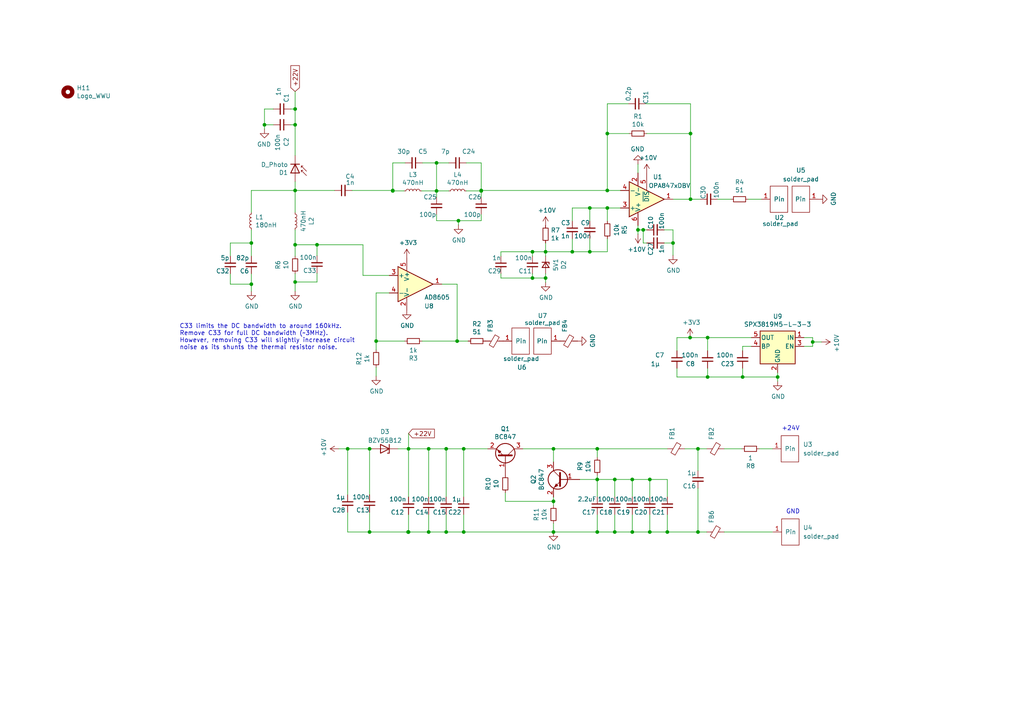
<source format=kicad_sch>
(kicad_sch (version 20211123) (generator eeschema)

  (uuid 6517cd54-36f8-4174-9f28-ec0080729bab)

  (paper "A4")

  (lib_symbols
    (symbol "Amplifier_Operational:AD8603" (pin_names (offset 0.127)) (in_bom yes) (on_board yes)
      (property "Reference" "U" (id 0) (at 0 5.08 0)
        (effects (font (size 1.27 1.27)) (justify left))
      )
      (property "Value" "AD8603" (id 1) (at 0 -5.08 0)
        (effects (font (size 1.27 1.27)) (justify left))
      )
      (property "Footprint" "Package_TO_SOT_SMD:TSOT-23-5" (id 2) (at 0 0 0)
        (effects (font (size 1.27 1.27)) hide)
      )
      (property "Datasheet" "https://www.analog.com/media/en/technical-documentation/data-sheets/AD8603_8607_8609.pdf" (id 3) (at 0 5.08 0)
        (effects (font (size 1.27 1.27)) hide)
      )
      (property "ki_keywords" "single opamp" (id 4) (at 0 0 0)
        (effects (font (size 1.27 1.27)) hide)
      )
      (property "ki_description" "Precision Micropower, Low Noise CMOS, Rail-to-Rail Input/Output Operational Amplifier, TSOT-23-5" (id 5) (at 0 0 0)
        (effects (font (size 1.27 1.27)) hide)
      )
      (property "ki_fp_filters" "TSOT*23*" (id 6) (at 0 0 0)
        (effects (font (size 1.27 1.27)) hide)
      )
      (symbol "AD8603_0_1"
        (polyline
          (pts
            (xy -5.08 5.08)
            (xy 5.08 0)
            (xy -5.08 -5.08)
            (xy -5.08 5.08)
          )
          (stroke (width 0.254) (type default) (color 0 0 0 0))
          (fill (type background))
        )
        (pin power_in line (at -2.54 -7.62 90) (length 3.81)
          (name "V-" (effects (font (size 1.27 1.27))))
          (number "2" (effects (font (size 1.27 1.27))))
        )
        (pin power_in line (at -2.54 7.62 270) (length 3.81)
          (name "V+" (effects (font (size 1.27 1.27))))
          (number "5" (effects (font (size 1.27 1.27))))
        )
      )
      (symbol "AD8603_1_1"
        (pin output line (at 7.62 0 180) (length 2.54)
          (name "~" (effects (font (size 1.27 1.27))))
          (number "1" (effects (font (size 1.27 1.27))))
        )
        (pin input line (at -7.62 2.54 0) (length 2.54)
          (name "+" (effects (font (size 1.27 1.27))))
          (number "3" (effects (font (size 1.27 1.27))))
        )
        (pin input line (at -7.62 -2.54 0) (length 2.54)
          (name "-" (effects (font (size 1.27 1.27))))
          (number "4" (effects (font (size 1.27 1.27))))
        )
      )
    )
    (symbol "Amplifier_Operational:OPA847xDBV" (pin_names (offset 0.127)) (in_bom yes) (on_board yes)
      (property "Reference" "U" (id 0) (at -1.27 6.35 0)
        (effects (font (size 1.27 1.27)) (justify left))
      )
      (property "Value" "OPA847xDBV" (id 1) (at -1.27 3.81 0)
        (effects (font (size 1.27 1.27)) (justify left))
      )
      (property "Footprint" "Package_TO_SOT_SMD:SOT-23-6" (id 2) (at 0 0 0)
        (effects (font (size 1.27 1.27)) hide)
      )
      (property "Datasheet" "http://www.ti.com/lit/ds/symlink/opa847.pdf" (id 3) (at 0 5.08 0)
        (effects (font (size 1.27 1.27)) hide)
      )
      (property "ki_keywords" "single opamp wideband low-power" (id 4) (at 0 0 0)
        (effects (font (size 1.27 1.27)) hide)
      )
      (property "ki_description" "Single Low-Power, 3.9GHz, Wideband, Ultra-Low Noise, Voltage-Feedback Operational Amplifier with Disable, SOT-23-6" (id 5) (at 0 0 0)
        (effects (font (size 1.27 1.27)) hide)
      )
      (property "ki_fp_filters" "SOT?23*" (id 6) (at 0 0 0)
        (effects (font (size 1.27 1.27)) hide)
      )
      (symbol "OPA847xDBV_0_1"
        (polyline
          (pts
            (xy -5.08 5.08)
            (xy 5.08 0)
            (xy -5.08 -5.08)
            (xy -5.08 5.08)
          )
          (stroke (width 0.254) (type default) (color 0 0 0 0))
          (fill (type background))
        )
        (pin power_in line (at -2.54 -7.62 90) (length 3.81)
          (name "V-" (effects (font (size 1.27 1.27))))
          (number "2" (effects (font (size 1.27 1.27))))
        )
        (pin power_in line (at -2.54 7.62 270) (length 3.81)
          (name "V+" (effects (font (size 1.27 1.27))))
          (number "6" (effects (font (size 1.27 1.27))))
        )
      )
      (symbol "OPA847xDBV_1_1"
        (pin output line (at 7.62 0 180) (length 2.54)
          (name "~" (effects (font (size 1.27 1.27))))
          (number "1" (effects (font (size 1.27 1.27))))
        )
        (pin input line (at -7.62 2.54 0) (length 2.54)
          (name "+" (effects (font (size 1.27 1.27))))
          (number "3" (effects (font (size 1.27 1.27))))
        )
        (pin input line (at -7.62 -2.54 0) (length 2.54)
          (name "-" (effects (font (size 1.27 1.27))))
          (number "4" (effects (font (size 1.27 1.27))))
        )
        (pin input line (at 0 -7.62 90) (length 5.08)
          (name "~{DIS}" (effects (font (size 1.27 1.27))))
          (number "5" (effects (font (size 1.27 1.27))))
        )
      )
    )
    (symbol "Device:C_Small" (pin_numbers hide) (pin_names (offset 0.254) hide) (in_bom yes) (on_board yes)
      (property "Reference" "C" (id 0) (at 0.254 1.778 0)
        (effects (font (size 1.27 1.27)) (justify left))
      )
      (property "Value" "C_Small" (id 1) (at 0.254 -2.032 0)
        (effects (font (size 1.27 1.27)) (justify left))
      )
      (property "Footprint" "" (id 2) (at 0 0 0)
        (effects (font (size 1.27 1.27)) hide)
      )
      (property "Datasheet" "~" (id 3) (at 0 0 0)
        (effects (font (size 1.27 1.27)) hide)
      )
      (property "ki_keywords" "capacitor cap" (id 4) (at 0 0 0)
        (effects (font (size 1.27 1.27)) hide)
      )
      (property "ki_description" "Unpolarized capacitor, small symbol" (id 5) (at 0 0 0)
        (effects (font (size 1.27 1.27)) hide)
      )
      (property "ki_fp_filters" "C_*" (id 6) (at 0 0 0)
        (effects (font (size 1.27 1.27)) hide)
      )
      (symbol "C_Small_0_1"
        (polyline
          (pts
            (xy -1.524 -0.508)
            (xy 1.524 -0.508)
          )
          (stroke (width 0.3302) (type default) (color 0 0 0 0))
          (fill (type none))
        )
        (polyline
          (pts
            (xy -1.524 0.508)
            (xy 1.524 0.508)
          )
          (stroke (width 0.3048) (type default) (color 0 0 0 0))
          (fill (type none))
        )
      )
      (symbol "C_Small_1_1"
        (pin passive line (at 0 2.54 270) (length 2.032)
          (name "~" (effects (font (size 1.27 1.27))))
          (number "1" (effects (font (size 1.27 1.27))))
        )
        (pin passive line (at 0 -2.54 90) (length 2.032)
          (name "~" (effects (font (size 1.27 1.27))))
          (number "2" (effects (font (size 1.27 1.27))))
        )
      )
    )
    (symbol "Device:D_Photo" (pin_numbers hide) (pin_names hide) (in_bom yes) (on_board yes)
      (property "Reference" "D" (id 0) (at 0.508 1.778 0)
        (effects (font (size 1.27 1.27)) (justify left))
      )
      (property "Value" "D_Photo" (id 1) (at -1.016 -2.794 0)
        (effects (font (size 1.27 1.27)))
      )
      (property "Footprint" "" (id 2) (at -1.27 0 0)
        (effects (font (size 1.27 1.27)) hide)
      )
      (property "Datasheet" "~" (id 3) (at -1.27 0 0)
        (effects (font (size 1.27 1.27)) hide)
      )
      (property "ki_keywords" "photodiode diode opto" (id 4) (at 0 0 0)
        (effects (font (size 1.27 1.27)) hide)
      )
      (property "ki_description" "Photodiode" (id 5) (at 0 0 0)
        (effects (font (size 1.27 1.27)) hide)
      )
      (symbol "D_Photo_0_1"
        (polyline
          (pts
            (xy -2.54 1.27)
            (xy -2.54 -1.27)
          )
          (stroke (width 0.254) (type default) (color 0 0 0 0))
          (fill (type none))
        )
        (polyline
          (pts
            (xy -2.032 1.778)
            (xy -1.524 1.778)
          )
          (stroke (width 0) (type default) (color 0 0 0 0))
          (fill (type none))
        )
        (polyline
          (pts
            (xy 0 0)
            (xy -2.54 0)
          )
          (stroke (width 0) (type default) (color 0 0 0 0))
          (fill (type none))
        )
        (polyline
          (pts
            (xy -0.508 3.302)
            (xy -2.032 1.778)
            (xy -2.032 2.286)
          )
          (stroke (width 0) (type default) (color 0 0 0 0))
          (fill (type none))
        )
        (polyline
          (pts
            (xy 0 -1.27)
            (xy 0 1.27)
            (xy -2.54 0)
            (xy 0 -1.27)
          )
          (stroke (width 0.254) (type default) (color 0 0 0 0))
          (fill (type none))
        )
        (polyline
          (pts
            (xy 0.762 3.302)
            (xy -0.762 1.778)
            (xy -0.762 2.286)
            (xy -0.762 1.778)
            (xy -0.254 1.778)
          )
          (stroke (width 0) (type default) (color 0 0 0 0))
          (fill (type none))
        )
      )
      (symbol "D_Photo_1_1"
        (pin passive line (at -5.08 0 0) (length 2.54)
          (name "K" (effects (font (size 1.27 1.27))))
          (number "1" (effects (font (size 1.27 1.27))))
        )
        (pin passive line (at 2.54 0 180) (length 2.54)
          (name "A" (effects (font (size 1.27 1.27))))
          (number "2" (effects (font (size 1.27 1.27))))
        )
      )
    )
    (symbol "Device:D_Zener_Small" (pin_numbers hide) (pin_names (offset 0.254) hide) (in_bom yes) (on_board yes)
      (property "Reference" "D" (id 0) (at 0 2.286 0)
        (effects (font (size 1.27 1.27)))
      )
      (property "Value" "D_Zener_Small" (id 1) (at 0 -2.286 0)
        (effects (font (size 1.27 1.27)))
      )
      (property "Footprint" "" (id 2) (at 0 0 90)
        (effects (font (size 1.27 1.27)) hide)
      )
      (property "Datasheet" "~" (id 3) (at 0 0 90)
        (effects (font (size 1.27 1.27)) hide)
      )
      (property "ki_keywords" "diode" (id 4) (at 0 0 0)
        (effects (font (size 1.27 1.27)) hide)
      )
      (property "ki_description" "Zener diode, small symbol" (id 5) (at 0 0 0)
        (effects (font (size 1.27 1.27)) hide)
      )
      (property "ki_fp_filters" "TO-???* *_Diode_* *SingleDiode* D_*" (id 6) (at 0 0 0)
        (effects (font (size 1.27 1.27)) hide)
      )
      (symbol "D_Zener_Small_0_1"
        (polyline
          (pts
            (xy 0.762 0)
            (xy -0.762 0)
          )
          (stroke (width 0) (type default) (color 0 0 0 0))
          (fill (type none))
        )
        (polyline
          (pts
            (xy -0.254 1.016)
            (xy -0.762 1.016)
            (xy -0.762 -1.016)
          )
          (stroke (width 0.254) (type default) (color 0 0 0 0))
          (fill (type none))
        )
        (polyline
          (pts
            (xy 0.762 1.016)
            (xy -0.762 0)
            (xy 0.762 -1.016)
            (xy 0.762 1.016)
          )
          (stroke (width 0.254) (type default) (color 0 0 0 0))
          (fill (type none))
        )
      )
      (symbol "D_Zener_Small_1_1"
        (pin passive line (at -2.54 0 0) (length 1.778)
          (name "K" (effects (font (size 1.27 1.27))))
          (number "1" (effects (font (size 1.27 1.27))))
        )
        (pin passive line (at 2.54 0 180) (length 1.778)
          (name "A" (effects (font (size 1.27 1.27))))
          (number "2" (effects (font (size 1.27 1.27))))
        )
      )
    )
    (symbol "Device:L_Small" (pin_numbers hide) (pin_names (offset 0.254) hide) (in_bom yes) (on_board yes)
      (property "Reference" "L" (id 0) (at 0.762 1.016 0)
        (effects (font (size 1.27 1.27)) (justify left))
      )
      (property "Value" "L_Small" (id 1) (at 0.762 -1.016 0)
        (effects (font (size 1.27 1.27)) (justify left))
      )
      (property "Footprint" "" (id 2) (at 0 0 0)
        (effects (font (size 1.27 1.27)) hide)
      )
      (property "Datasheet" "~" (id 3) (at 0 0 0)
        (effects (font (size 1.27 1.27)) hide)
      )
      (property "ki_keywords" "inductor choke coil reactor magnetic" (id 4) (at 0 0 0)
        (effects (font (size 1.27 1.27)) hide)
      )
      (property "ki_description" "Inductor, small symbol" (id 5) (at 0 0 0)
        (effects (font (size 1.27 1.27)) hide)
      )
      (property "ki_fp_filters" "Choke_* *Coil* Inductor_* L_*" (id 6) (at 0 0 0)
        (effects (font (size 1.27 1.27)) hide)
      )
      (symbol "L_Small_0_1"
        (arc (start 0 -2.032) (mid 0.508 -1.524) (end 0 -1.016)
          (stroke (width 0) (type default) (color 0 0 0 0))
          (fill (type none))
        )
        (arc (start 0 -1.016) (mid 0.508 -0.508) (end 0 0)
          (stroke (width 0) (type default) (color 0 0 0 0))
          (fill (type none))
        )
        (arc (start 0 0) (mid 0.508 0.508) (end 0 1.016)
          (stroke (width 0) (type default) (color 0 0 0 0))
          (fill (type none))
        )
        (arc (start 0 1.016) (mid 0.508 1.524) (end 0 2.032)
          (stroke (width 0) (type default) (color 0 0 0 0))
          (fill (type none))
        )
      )
      (symbol "L_Small_1_1"
        (pin passive line (at 0 2.54 270) (length 0.508)
          (name "~" (effects (font (size 1.27 1.27))))
          (number "1" (effects (font (size 1.27 1.27))))
        )
        (pin passive line (at 0 -2.54 90) (length 0.508)
          (name "~" (effects (font (size 1.27 1.27))))
          (number "2" (effects (font (size 1.27 1.27))))
        )
      )
    )
    (symbol "Device:R_Small" (pin_numbers hide) (pin_names (offset 0.254) hide) (in_bom yes) (on_board yes)
      (property "Reference" "R" (id 0) (at 0.762 0.508 0)
        (effects (font (size 1.27 1.27)) (justify left))
      )
      (property "Value" "R_Small" (id 1) (at 0.762 -1.016 0)
        (effects (font (size 1.27 1.27)) (justify left))
      )
      (property "Footprint" "" (id 2) (at 0 0 0)
        (effects (font (size 1.27 1.27)) hide)
      )
      (property "Datasheet" "~" (id 3) (at 0 0 0)
        (effects (font (size 1.27 1.27)) hide)
      )
      (property "ki_keywords" "R resistor" (id 4) (at 0 0 0)
        (effects (font (size 1.27 1.27)) hide)
      )
      (property "ki_description" "Resistor, small symbol" (id 5) (at 0 0 0)
        (effects (font (size 1.27 1.27)) hide)
      )
      (property "ki_fp_filters" "R_*" (id 6) (at 0 0 0)
        (effects (font (size 1.27 1.27)) hide)
      )
      (symbol "R_Small_0_1"
        (rectangle (start -0.762 1.778) (end 0.762 -1.778)
          (stroke (width 0.2032) (type default) (color 0 0 0 0))
          (fill (type none))
        )
      )
      (symbol "R_Small_1_1"
        (pin passive line (at 0 2.54 270) (length 0.762)
          (name "~" (effects (font (size 1.27 1.27))))
          (number "1" (effects (font (size 1.27 1.27))))
        )
        (pin passive line (at 0 -2.54 90) (length 0.762)
          (name "~" (effects (font (size 1.27 1.27))))
          (number "2" (effects (font (size 1.27 1.27))))
        )
      )
    )
    (symbol "Diode:BZV55B12" (pin_numbers hide) (pin_names hide) (in_bom yes) (on_board yes)
      (property "Reference" "D" (id 0) (at 0 2.54 0)
        (effects (font (size 1.27 1.27)))
      )
      (property "Value" "BZV55B12" (id 1) (at 0 -2.54 0)
        (effects (font (size 1.27 1.27)))
      )
      (property "Footprint" "Diode_SMD:D_MiniMELF" (id 2) (at 0 -4.445 0)
        (effects (font (size 1.27 1.27)) hide)
      )
      (property "Datasheet" "https://assets.nexperia.com/documents/data-sheet/BZV55_SER.pdf" (id 3) (at 0 0 0)
        (effects (font (size 1.27 1.27)) hide)
      )
      (property "ki_keywords" "zener diode" (id 4) (at 0 0 0)
        (effects (font (size 1.27 1.27)) hide)
      )
      (property "ki_description" "12V, 500mW, 2%, Zener diode, MiniMELF" (id 5) (at 0 0 0)
        (effects (font (size 1.27 1.27)) hide)
      )
      (property "ki_fp_filters" "D*MiniMELF*" (id 6) (at 0 0 0)
        (effects (font (size 1.27 1.27)) hide)
      )
      (symbol "BZV55B12_0_1"
        (polyline
          (pts
            (xy 1.27 0)
            (xy -1.27 0)
          )
          (stroke (width 0) (type default) (color 0 0 0 0))
          (fill (type none))
        )
        (polyline
          (pts
            (xy -1.27 -1.27)
            (xy -1.27 1.27)
            (xy -0.762 1.27)
          )
          (stroke (width 0.254) (type default) (color 0 0 0 0))
          (fill (type none))
        )
        (polyline
          (pts
            (xy 1.27 -1.27)
            (xy 1.27 1.27)
            (xy -1.27 0)
            (xy 1.27 -1.27)
          )
          (stroke (width 0.254) (type default) (color 0 0 0 0))
          (fill (type none))
        )
      )
      (symbol "BZV55B12_1_1"
        (pin passive line (at -3.81 0 0) (length 2.54)
          (name "K" (effects (font (size 1.27 1.27))))
          (number "1" (effects (font (size 1.27 1.27))))
        )
        (pin passive line (at 3.81 0 180) (length 2.54)
          (name "A" (effects (font (size 1.27 1.27))))
          (number "2" (effects (font (size 1.27 1.27))))
        )
      )
    )
    (symbol "Mechanical:MountingHole" (pin_names (offset 1.016)) (in_bom yes) (on_board yes)
      (property "Reference" "H" (id 0) (at 0 5.08 0)
        (effects (font (size 1.27 1.27)))
      )
      (property "Value" "MountingHole" (id 1) (at 0 3.175 0)
        (effects (font (size 1.27 1.27)))
      )
      (property "Footprint" "" (id 2) (at 0 0 0)
        (effects (font (size 1.27 1.27)) hide)
      )
      (property "Datasheet" "~" (id 3) (at 0 0 0)
        (effects (font (size 1.27 1.27)) hide)
      )
      (property "ki_keywords" "mounting hole" (id 4) (at 0 0 0)
        (effects (font (size 1.27 1.27)) hide)
      )
      (property "ki_description" "Mounting Hole without connection" (id 5) (at 0 0 0)
        (effects (font (size 1.27 1.27)) hide)
      )
      (property "ki_fp_filters" "MountingHole*" (id 6) (at 0 0 0)
        (effects (font (size 1.27 1.27)) hide)
      )
      (symbol "MountingHole_0_1"
        (circle (center 0 0) (radius 1.27)
          (stroke (width 1.27) (type default) (color 0 0 0 0))
          (fill (type none))
        )
      )
    )
    (symbol "Regulator_Linear:SPX3819M5-L-3-3" (pin_names (offset 0.254)) (in_bom yes) (on_board yes)
      (property "Reference" "U" (id 0) (at -3.81 5.715 0)
        (effects (font (size 1.27 1.27)))
      )
      (property "Value" "SPX3819M5-L-3-3" (id 1) (at 0 5.715 0)
        (effects (font (size 1.27 1.27)) (justify left))
      )
      (property "Footprint" "Package_TO_SOT_SMD:SOT-23-5" (id 2) (at 0 8.255 0)
        (effects (font (size 1.27 1.27)) hide)
      )
      (property "Datasheet" "https://www.exar.com/content/document.ashx?id=22106&languageid=1033&type=Datasheet&partnumber=SPX3819&filename=SPX3819.pdf&part=SPX3819" (id 3) (at 0 0 0)
        (effects (font (size 1.27 1.27)) hide)
      )
      (property "ki_keywords" "REGULATOR LDO 3.3V" (id 4) (at 0 0 0)
        (effects (font (size 1.27 1.27)) hide)
      )
      (property "ki_description" "500mA Low drop-out regulator, Fixed Output 3.3V, SOT-23-5" (id 5) (at 0 0 0)
        (effects (font (size 1.27 1.27)) hide)
      )
      (property "ki_fp_filters" "SOT?23*" (id 6) (at 0 0 0)
        (effects (font (size 1.27 1.27)) hide)
      )
      (symbol "SPX3819M5-L-3-3_0_1"
        (rectangle (start -5.08 4.445) (end 5.08 -5.08)
          (stroke (width 0.254) (type default) (color 0 0 0 0))
          (fill (type background))
        )
      )
      (symbol "SPX3819M5-L-3-3_1_1"
        (pin power_in line (at -7.62 2.54 0) (length 2.54)
          (name "IN" (effects (font (size 1.27 1.27))))
          (number "1" (effects (font (size 1.27 1.27))))
        )
        (pin power_in line (at 0 -7.62 90) (length 2.54)
          (name "GND" (effects (font (size 1.27 1.27))))
          (number "2" (effects (font (size 1.27 1.27))))
        )
        (pin input line (at -7.62 0 0) (length 2.54)
          (name "EN" (effects (font (size 1.27 1.27))))
          (number "3" (effects (font (size 1.27 1.27))))
        )
        (pin input line (at 7.62 0 180) (length 2.54)
          (name "BP" (effects (font (size 1.27 1.27))))
          (number "4" (effects (font (size 1.27 1.27))))
        )
        (pin power_out line (at 7.62 2.54 180) (length 2.54)
          (name "OUT" (effects (font (size 1.27 1.27))))
          (number "5" (effects (font (size 1.27 1.27))))
        )
      )
    )
    (symbol "SRSDetV5-rescue:Ferrite_Bead_Small-Device" (pin_numbers hide) (pin_names (offset 0)) (in_bom yes) (on_board yes)
      (property "Reference" "FB" (id 0) (at 1.905 1.27 0)
        (effects (font (size 1.27 1.27)) (justify left))
      )
      (property "Value" "Ferrite_Bead_Small-Device" (id 1) (at 1.905 -1.27 0)
        (effects (font (size 1.27 1.27)) (justify left))
      )
      (property "Footprint" "" (id 2) (at -1.778 0 90)
        (effects (font (size 1.27 1.27)) hide)
      )
      (property "Datasheet" "" (id 3) (at 0 0 0)
        (effects (font (size 1.27 1.27)) hide)
      )
      (property "ki_fp_filters" "Inductor_* L_* *Ferrite*" (id 4) (at 0 0 0)
        (effects (font (size 1.27 1.27)) hide)
      )
      (symbol "Ferrite_Bead_Small-Device_0_1"
        (polyline
          (pts
            (xy 0 -1.27)
            (xy 0 -0.7874)
          )
          (stroke (width 0) (type default) (color 0 0 0 0))
          (fill (type none))
        )
        (polyline
          (pts
            (xy 0 0.889)
            (xy 0 1.2954)
          )
          (stroke (width 0) (type default) (color 0 0 0 0))
          (fill (type none))
        )
        (polyline
          (pts
            (xy -1.8288 0.2794)
            (xy -1.1176 1.4986)
            (xy 1.8288 -0.2032)
            (xy 1.1176 -1.4224)
            (xy -1.8288 0.2794)
          )
          (stroke (width 0) (type default) (color 0 0 0 0))
          (fill (type none))
        )
      )
      (symbol "Ferrite_Bead_Small-Device_1_1"
        (pin passive line (at 0 2.54 270) (length 1.27)
          (name "~" (effects (font (size 1.27 1.27))))
          (number "1" (effects (font (size 1.27 1.27))))
        )
        (pin passive line (at 0 -2.54 90) (length 1.27)
          (name "~" (effects (font (size 1.27 1.27))))
          (number "2" (effects (font (size 1.27 1.27))))
        )
      )
    )
    (symbol "Transistor_BJT:BC847" (pin_names (offset 0) hide) (in_bom yes) (on_board yes)
      (property "Reference" "Q" (id 0) (at 5.08 1.905 0)
        (effects (font (size 1.27 1.27)) (justify left))
      )
      (property "Value" "BC847" (id 1) (at 5.08 0 0)
        (effects (font (size 1.27 1.27)) (justify left))
      )
      (property "Footprint" "Package_TO_SOT_SMD:SOT-23" (id 2) (at 5.08 -1.905 0)
        (effects (font (size 1.27 1.27) italic) (justify left) hide)
      )
      (property "Datasheet" "http://www.infineon.com/dgdl/Infineon-BC847SERIES_BC848SERIES_BC849SERIES_BC850SERIES-DS-v01_01-en.pdf?fileId=db3a304314dca389011541d4630a1657" (id 3) (at 0 0 0)
        (effects (font (size 1.27 1.27)) (justify left) hide)
      )
      (property "ki_keywords" "NPN Small Signal Transistor" (id 4) (at 0 0 0)
        (effects (font (size 1.27 1.27)) hide)
      )
      (property "ki_description" "0.1A Ic, 45V Vce, NPN Transistor, SOT-23" (id 5) (at 0 0 0)
        (effects (font (size 1.27 1.27)) hide)
      )
      (property "ki_fp_filters" "SOT?23*" (id 6) (at 0 0 0)
        (effects (font (size 1.27 1.27)) hide)
      )
      (symbol "BC847_0_1"
        (polyline
          (pts
            (xy 0.635 0.635)
            (xy 2.54 2.54)
          )
          (stroke (width 0) (type default) (color 0 0 0 0))
          (fill (type none))
        )
        (polyline
          (pts
            (xy 0.635 -0.635)
            (xy 2.54 -2.54)
            (xy 2.54 -2.54)
          )
          (stroke (width 0) (type default) (color 0 0 0 0))
          (fill (type none))
        )
        (polyline
          (pts
            (xy 0.635 1.905)
            (xy 0.635 -1.905)
            (xy 0.635 -1.905)
          )
          (stroke (width 0.508) (type default) (color 0 0 0 0))
          (fill (type none))
        )
        (polyline
          (pts
            (xy 1.27 -1.778)
            (xy 1.778 -1.27)
            (xy 2.286 -2.286)
            (xy 1.27 -1.778)
            (xy 1.27 -1.778)
          )
          (stroke (width 0) (type default) (color 0 0 0 0))
          (fill (type outline))
        )
        (circle (center 1.27 0) (radius 2.8194)
          (stroke (width 0.254) (type default) (color 0 0 0 0))
          (fill (type none))
        )
      )
      (symbol "BC847_1_1"
        (pin input line (at -5.08 0 0) (length 5.715)
          (name "B" (effects (font (size 1.27 1.27))))
          (number "1" (effects (font (size 1.27 1.27))))
        )
        (pin passive line (at 2.54 -5.08 90) (length 2.54)
          (name "E" (effects (font (size 1.27 1.27))))
          (number "2" (effects (font (size 1.27 1.27))))
        )
        (pin passive line (at 2.54 5.08 270) (length 2.54)
          (name "C" (effects (font (size 1.27 1.27))))
          (number "3" (effects (font (size 1.27 1.27))))
        )
      )
    )
    (symbol "power:+10V" (power) (pin_names (offset 0)) (in_bom yes) (on_board yes)
      (property "Reference" "#PWR" (id 0) (at 0 -3.81 0)
        (effects (font (size 1.27 1.27)) hide)
      )
      (property "Value" "+10V" (id 1) (at 0 3.556 0)
        (effects (font (size 1.27 1.27)))
      )
      (property "Footprint" "" (id 2) (at 0 0 0)
        (effects (font (size 1.27 1.27)) hide)
      )
      (property "Datasheet" "" (id 3) (at 0 0 0)
        (effects (font (size 1.27 1.27)) hide)
      )
      (property "ki_keywords" "power-flag" (id 4) (at 0 0 0)
        (effects (font (size 1.27 1.27)) hide)
      )
      (property "ki_description" "Power symbol creates a global label with name \"+10V\"" (id 5) (at 0 0 0)
        (effects (font (size 1.27 1.27)) hide)
      )
      (symbol "+10V_0_1"
        (polyline
          (pts
            (xy -0.762 1.27)
            (xy 0 2.54)
          )
          (stroke (width 0) (type default) (color 0 0 0 0))
          (fill (type none))
        )
        (polyline
          (pts
            (xy 0 0)
            (xy 0 2.54)
          )
          (stroke (width 0) (type default) (color 0 0 0 0))
          (fill (type none))
        )
        (polyline
          (pts
            (xy 0 2.54)
            (xy 0.762 1.27)
          )
          (stroke (width 0) (type default) (color 0 0 0 0))
          (fill (type none))
        )
      )
      (symbol "+10V_1_1"
        (pin power_in line (at 0 0 90) (length 0) hide
          (name "+10V" (effects (font (size 1.27 1.27))))
          (number "1" (effects (font (size 1.27 1.27))))
        )
      )
    )
    (symbol "power:+3.3V" (power) (pin_names (offset 0)) (in_bom yes) (on_board yes)
      (property "Reference" "#PWR" (id 0) (at 0 -3.81 0)
        (effects (font (size 1.27 1.27)) hide)
      )
      (property "Value" "+3.3V" (id 1) (at 0 3.556 0)
        (effects (font (size 1.27 1.27)))
      )
      (property "Footprint" "" (id 2) (at 0 0 0)
        (effects (font (size 1.27 1.27)) hide)
      )
      (property "Datasheet" "" (id 3) (at 0 0 0)
        (effects (font (size 1.27 1.27)) hide)
      )
      (property "ki_keywords" "power-flag" (id 4) (at 0 0 0)
        (effects (font (size 1.27 1.27)) hide)
      )
      (property "ki_description" "Power symbol creates a global label with name \"+3.3V\"" (id 5) (at 0 0 0)
        (effects (font (size 1.27 1.27)) hide)
      )
      (symbol "+3.3V_0_1"
        (polyline
          (pts
            (xy -0.762 1.27)
            (xy 0 2.54)
          )
          (stroke (width 0) (type default) (color 0 0 0 0))
          (fill (type none))
        )
        (polyline
          (pts
            (xy 0 0)
            (xy 0 2.54)
          )
          (stroke (width 0) (type default) (color 0 0 0 0))
          (fill (type none))
        )
        (polyline
          (pts
            (xy 0 2.54)
            (xy 0.762 1.27)
          )
          (stroke (width 0) (type default) (color 0 0 0 0))
          (fill (type none))
        )
      )
      (symbol "+3.3V_1_1"
        (pin power_in line (at 0 0 90) (length 0) hide
          (name "+3V3" (effects (font (size 1.27 1.27))))
          (number "1" (effects (font (size 1.27 1.27))))
        )
      )
    )
    (symbol "power:GND" (power) (pin_names (offset 0)) (in_bom yes) (on_board yes)
      (property "Reference" "#PWR" (id 0) (at 0 -6.35 0)
        (effects (font (size 1.27 1.27)) hide)
      )
      (property "Value" "GND" (id 1) (at 0 -3.81 0)
        (effects (font (size 1.27 1.27)))
      )
      (property "Footprint" "" (id 2) (at 0 0 0)
        (effects (font (size 1.27 1.27)) hide)
      )
      (property "Datasheet" "" (id 3) (at 0 0 0)
        (effects (font (size 1.27 1.27)) hide)
      )
      (property "ki_keywords" "power-flag" (id 4) (at 0 0 0)
        (effects (font (size 1.27 1.27)) hide)
      )
      (property "ki_description" "Power symbol creates a global label with name \"GND\" , ground" (id 5) (at 0 0 0)
        (effects (font (size 1.27 1.27)) hide)
      )
      (symbol "GND_0_1"
        (polyline
          (pts
            (xy 0 0)
            (xy 0 -1.27)
            (xy 1.27 -1.27)
            (xy 0 -2.54)
            (xy -1.27 -1.27)
            (xy 0 -1.27)
          )
          (stroke (width 0) (type default) (color 0 0 0 0))
          (fill (type none))
        )
      )
      (symbol "GND_1_1"
        (pin power_in line (at 0 0 270) (length 0) hide
          (name "GND" (effects (font (size 1.27 1.27))))
          (number "1" (effects (font (size 1.27 1.27))))
        )
      )
    )
    (symbol "solder_pad:solder_pad" (pin_names (offset 1.016)) (in_bom yes) (on_board yes)
      (property "Reference" "U" (id 0) (at -1.27 3.81 0)
        (effects (font (size 1.27 1.27)))
      )
      (property "Value" "solder_pad" (id 1) (at -1.27 3.81 0)
        (effects (font (size 1.27 1.27)))
      )
      (property "Footprint" "" (id 2) (at -1.27 3.81 0)
        (effects (font (size 1.27 1.27)) hide)
      )
      (property "Datasheet" "" (id 3) (at -1.27 3.81 0)
        (effects (font (size 1.27 1.27)) hide)
      )
      (symbol "solder_pad_1_1"
        (rectangle (start -3.81 2.54) (end 3.81 -2.54)
          (stroke (width 0) (type default) (color 0 0 0 0))
          (fill (type none))
        )
        (pin input line (at 0 -5.08 90) (length 2.54)
          (name "Pin" (effects (font (size 1.27 1.27))))
          (number "1" (effects (font (size 1.27 1.27))))
        )
      )
    )
  )

  (junction (at 171.069 60.325) (diameter 0) (color 0 0 0 0)
    (uuid 0162ff48-ec01-46bc-ab6d-63e7f3d17310)
  )
  (junction (at 215.392 109.347) (diameter 0) (color 0 0 0 0)
    (uuid 0672e444-7dee-434a-bbfa-6d78dbb6ee34)
  )
  (junction (at 107.188 154.305) (diameter 0) (color 0 0 0 0)
    (uuid 076b2c7d-b04e-46da-9a60-3c52b3ac3ef1)
  )
  (junction (at 183.388 154.305) (diameter 0) (color 0 0 0 0)
    (uuid 07ea147b-18b3-46fe-9d9e-1bf0c4e20747)
  )
  (junction (at 85.598 36.195) (diameter 0) (color 0 0 0 0)
    (uuid 0819764c-8a99-4945-881d-183cd2268f21)
  )
  (junction (at 154.432 80.645) (diameter 0) (color 0 0 0 0)
    (uuid 08a54481-bb29-493f-bb85-f2ceadd55681)
  )
  (junction (at 129.413 154.305) (diameter 0) (color 0 0 0 0)
    (uuid 0a1544ad-a3d0-47dd-99cb-64ed8d666cc8)
  )
  (junction (at 205.232 109.347) (diameter 0) (color 0 0 0 0)
    (uuid 0ea03dad-8484-450b-9955-b805ed3376a3)
  )
  (junction (at 188.468 139.065) (diameter 0) (color 0 0 0 0)
    (uuid 0fc79017-2322-481a-b21b-a7052e7cbee1)
  )
  (junction (at 91.948 70.993) (diameter 0) (color 0 0 0 0)
    (uuid 131cf252-4a9e-4f1e-ab91-25a66ddb18de)
  )
  (junction (at 134.493 154.305) (diameter 0) (color 0 0 0 0)
    (uuid 13a39b32-4ba7-4d84-ad85-7f17af2626d2)
  )
  (junction (at 200.279 57.785) (diameter 0) (color 0 0 0 0)
    (uuid 1afc3c05-33c2-4ec1-ab76-108b0d76866e)
  )
  (junction (at 200.152 97.917) (diameter 0) (color 0 0 0 0)
    (uuid 1cb06ef0-211a-4487-8977-fa1320220db8)
  )
  (junction (at 195.199 70.485) (diameter 0) (color 0 0 0 0)
    (uuid 1e9acfa4-86cd-435d-9186-4d04d857d27e)
  )
  (junction (at 76.708 36.195) (diameter 0) (color 0 0 0 0)
    (uuid 26841d94-1574-41a9-bfe8-e5ad3dbe12eb)
  )
  (junction (at 158.242 73.025) (diameter 0) (color 0 0 0 0)
    (uuid 2ac57b3e-9c3d-4523-a120-b5a2c01c18ad)
  )
  (junction (at 193.548 154.305) (diameter 0) (color 0 0 0 0)
    (uuid 2d9d126a-97af-4f09-be9d-23d249f5d4f0)
  )
  (junction (at 185.039 66.675) (diameter 0) (color 0 0 0 0)
    (uuid 39f4f942-94cb-45d6-b4f3-ea0843996043)
  )
  (junction (at 72.898 70.485) (diameter 0) (color 0 0 0 0)
    (uuid 3ede8abd-92fc-4317-a181-8597070fe59b)
  )
  (junction (at 173.228 130.175) (diameter 0) (color 0 0 0 0)
    (uuid 4532d0a5-68f6-47ef-9a38-62b7597ea3f9)
  )
  (junction (at 173.228 139.065) (diameter 0) (color 0 0 0 0)
    (uuid 4b6cc828-e38f-4258-956b-d2c6d97aaf88)
  )
  (junction (at 173.228 154.305) (diameter 0) (color 0 0 0 0)
    (uuid 4c15bd77-91eb-4623-b52d-69bfdd2a36e7)
  )
  (junction (at 107.188 130.175) (diameter 0) (color 0 0 0 0)
    (uuid 516bc15a-9b5a-4591-b48b-f845e5ab17ae)
  )
  (junction (at 178.308 154.305) (diameter 0) (color 0 0 0 0)
    (uuid 54dd1951-cee0-4092-9065-1a17ac0fca54)
  )
  (junction (at 178.308 139.065) (diameter 0) (color 0 0 0 0)
    (uuid 56042e29-6894-4d6a-b8f8-80791c56d904)
  )
  (junction (at 124.333 130.175) (diameter 0) (color 0 0 0 0)
    (uuid 5a8f515d-9d12-40aa-8daf-eff2d0ad8b66)
  )
  (junction (at 118.364 154.305) (diameter 0) (color 0 0 0 0)
    (uuid 5f75f3e7-475b-4e61-a8f3-aef57541281a)
  )
  (junction (at 165.989 73.025) (diameter 0) (color 0 0 0 0)
    (uuid 6306c164-a744-4ac7-868e-a96d45dd4c4c)
  )
  (junction (at 85.598 55.245) (diameter 0) (color 0 0 0 0)
    (uuid 6a718e69-9bd0-4274-af93-fd8069ac56e1)
  )
  (junction (at 154.432 73.025) (diameter 0) (color 0 0 0 0)
    (uuid 6ab3fbf5-5277-410a-ab49-71cb816754b4)
  )
  (junction (at 113.919 55.372) (diameter 0) (color 0 0 0 0)
    (uuid 737b2874-d9c6-481c-96d5-d74950f1be54)
  )
  (junction (at 85.598 31.623) (diameter 0) (color 0 0 0 0)
    (uuid 74103bae-0d72-4cbf-a377-c3fb2df569de)
  )
  (junction (at 171.069 73.025) (diameter 0) (color 0 0 0 0)
    (uuid 7c180374-51a2-49a3-b9ce-239876559b2a)
  )
  (junction (at 176.149 60.325) (diameter 0) (color 0 0 0 0)
    (uuid 8494cc5d-da94-40f6-aaa5-b5e82732a2da)
  )
  (junction (at 139.573 55.245) (diameter 0) (color 0 0 0 0)
    (uuid 8508e6ab-2079-47c8-939e-c7723a46159c)
  )
  (junction (at 139.573 55.372) (diameter 0) (color 0 0 0 0)
    (uuid 88ea9d0e-f63b-4b1a-a2d5-3cc7a72717a2)
  )
  (junction (at 205.232 97.917) (diameter 0) (color 0 0 0 0)
    (uuid 88fbd2e0-a149-4953-b50b-99198eb5a245)
  )
  (junction (at 176.149 55.245) (diameter 0) (color 0 0 0 0)
    (uuid 8a8b9332-ce42-4651-8818-76c087f2461d)
  )
  (junction (at 118.491 154.305) (diameter 0) (color 0 0 0 0)
    (uuid 8cb595ff-fcde-4521-9e91-bad96d3eec73)
  )
  (junction (at 85.598 81.788) (diameter 0) (color 0 0 0 0)
    (uuid 8d192d19-1366-46ed-a1b6-258cd8b767e7)
  )
  (junction (at 158.242 80.645) (diameter 0) (color 0 0 0 0)
    (uuid 948f76c0-0822-4a44-b615-83b2ac2f029a)
  )
  (junction (at 134.493 130.175) (diameter 0) (color 0 0 0 0)
    (uuid 94a767d9-27e0-4887-b228-32beb1d28c5c)
  )
  (junction (at 72.898 82.423) (diameter 0) (color 0 0 0 0)
    (uuid 96745fbe-f66b-4028-b2cc-cb376c4bed1e)
  )
  (junction (at 188.468 154.305) (diameter 0) (color 0 0 0 0)
    (uuid a063e5c6-3df7-4267-8e19-033eb28bbe2f)
  )
  (junction (at 200.279 38.735) (diameter 0) (color 0 0 0 0)
    (uuid a3e4bdc0-4d72-4038-931f-141bf0ff217d)
  )
  (junction (at 186.563 66.675) (diameter 0) (color 0 0 0 0)
    (uuid a8e24840-ed60-4d6d-a3cf-4981d4d1bce9)
  )
  (junction (at 85.598 70.993) (diameter 0) (color 0 0 0 0)
    (uuid abfcf662-9768-4202-ba4c-a555000fd530)
  )
  (junction (at 129.413 130.175) (diameter 0) (color 0 0 0 0)
    (uuid adc619b4-00c2-42bc-a8cf-809937e94fea)
  )
  (junction (at 225.552 109.347) (diameter 0) (color 0 0 0 0)
    (uuid ae356291-726e-4752-8219-27b9758663c4)
  )
  (junction (at 160.528 154.305) (diameter 0) (color 0 0 0 0)
    (uuid af4e55c8-28ae-42aa-892e-f46e1dd8868b)
  )
  (junction (at 118.491 130.175) (diameter 0) (color 0 0 0 0)
    (uuid b7005e5e-ed3e-44a7-bb91-26c6aae53319)
  )
  (junction (at 132.969 64.008) (diameter 0) (color 0 0 0 0)
    (uuid b8a092db-f728-4f53-ab2d-2bef4d0146ec)
  )
  (junction (at 126.619 55.372) (diameter 0) (color 0 0 0 0)
    (uuid cbc54916-e7e3-4f5a-a75d-b7510124e7d7)
  )
  (junction (at 113.919 55.245) (diameter 0) (color 0 0 0 0)
    (uuid cc31b4e0-f83e-4ffc-ad1c-f7109b3bb5d1)
  )
  (junction (at 124.333 154.305) (diameter 0) (color 0 0 0 0)
    (uuid d1d3ea83-89b5-482f-8109-983f99cccc5d)
  )
  (junction (at 132.588 98.933) (diameter 0) (color 0 0 0 0)
    (uuid d68419ab-0ee9-4336-b3cd-3a6742c0e3cc)
  )
  (junction (at 109.093 98.933) (diameter 0) (color 0 0 0 0)
    (uuid d7634672-c1c3-48e9-9bac-9c971d169ca2)
  )
  (junction (at 202.438 154.305) (diameter 0) (color 0 0 0 0)
    (uuid d846fef2-9092-4dee-b99b-090b0c751615)
  )
  (junction (at 160.528 130.175) (diameter 0) (color 0 0 0 0)
    (uuid d8ba8ac8-aa65-4ef5-9f6f-9c8501c975aa)
  )
  (junction (at 160.528 145.415) (diameter 0) (color 0 0 0 0)
    (uuid d8e26b0b-17f0-4c32-8085-dc5e11121dae)
  )
  (junction (at 183.388 139.065) (diameter 0) (color 0 0 0 0)
    (uuid e0d2f954-79ef-42c1-b0fa-b0ddf255530c)
  )
  (junction (at 126.619 47.244) (diameter 0) (color 0 0 0 0)
    (uuid e43dd76e-b373-4e9f-ab9b-f04c3fbc7cb9)
  )
  (junction (at 176.149 38.735) (diameter 0) (color 0 0 0 0)
    (uuid ed515696-88ab-4219-86fa-a46f4a6ce961)
  )
  (junction (at 202.438 130.175) (diameter 0) (color 0 0 0 0)
    (uuid efd5bcf2-2314-4c11-9bed-b41dd4752509)
  )
  (junction (at 235.712 99.187) (diameter 0) (color 0 0 0 0)
    (uuid f57fd2a8-335e-4b4e-975a-6c6074416612)
  )
  (junction (at 100.838 130.175) (diameter 0) (color 0 0 0 0)
    (uuid fe7958e8-5035-45d5-ab08-88e2db929b7e)
  )

  (wire (pts (xy 171.069 64.135) (xy 171.069 60.325))
    (stroke (width 0) (type default) (color 0 0 0 0))
    (uuid 000a5967-45e2-4fe0-8c47-dfc151117505)
  )
  (wire (pts (xy 235.712 100.457) (xy 233.172 100.457))
    (stroke (width 0) (type default) (color 0 0 0 0))
    (uuid 012deba6-245c-4f32-8bb8-31d9708f6720)
  )
  (wire (pts (xy 158.242 70.485) (xy 158.242 73.025))
    (stroke (width 0) (type default) (color 0 0 0 0))
    (uuid 015e986b-3151-422c-b228-cd9ed0530293)
  )
  (wire (pts (xy 76.708 31.623) (xy 76.708 36.195))
    (stroke (width 0) (type default) (color 0 0 0 0))
    (uuid 01f97002-118a-43a4-bb01-11deab633652)
  )
  (wire (pts (xy 139.573 55.245) (xy 139.573 55.372))
    (stroke (width 0) (type default) (color 0 0 0 0))
    (uuid 02169ae3-b346-4c8c-ba4c-a40a427bfcfc)
  )
  (wire (pts (xy 126.619 55.372) (xy 130.175 55.372))
    (stroke (width 0) (type default) (color 0 0 0 0))
    (uuid 02ebbabc-9f85-44b0-bd29-82924e470fff)
  )
  (wire (pts (xy 200.279 30.099) (xy 200.279 38.735))
    (stroke (width 0) (type default) (color 0 0 0 0))
    (uuid 04128608-7f6d-403f-a2a4-def5358dfe07)
  )
  (wire (pts (xy 102.108 55.245) (xy 113.919 55.245))
    (stroke (width 0) (type default) (color 0 0 0 0))
    (uuid 04d4fc51-9d61-45ef-80b8-e52e623ad844)
  )
  (wire (pts (xy 72.898 61.595) (xy 72.898 55.245))
    (stroke (width 0) (type default) (color 0 0 0 0))
    (uuid 0503c090-c620-4595-8bcc-e06a6266e732)
  )
  (wire (pts (xy 210.058 130.175) (xy 215.138 130.175))
    (stroke (width 0) (type default) (color 0 0 0 0))
    (uuid 0672da3b-eb1c-486c-b031-5baeea0f4e74)
  )
  (wire (pts (xy 66.802 79.375) (xy 66.802 82.423))
    (stroke (width 0) (type default) (color 0 0 0 0))
    (uuid 07674600-8f7a-4013-a9cc-5ffce137b5e5)
  )
  (wire (pts (xy 100.838 143.51) (xy 100.838 130.175))
    (stroke (width 0) (type default) (color 0 0 0 0))
    (uuid 07e0edac-ee34-417c-8c85-9ea779075e07)
  )
  (wire (pts (xy 117.475 47.244) (xy 113.919 47.244))
    (stroke (width 0) (type default) (color 0 0 0 0))
    (uuid 0a8a067a-f5b7-4d67-b522-39a4e5f5da95)
  )
  (wire (pts (xy 146.558 142.875) (xy 146.558 145.415))
    (stroke (width 0) (type default) (color 0 0 0 0))
    (uuid 0bb2c154-0f0a-4ede-91a4-c74c359845b3)
  )
  (wire (pts (xy 173.228 130.175) (xy 160.528 130.175))
    (stroke (width 0) (type default) (color 0 0 0 0))
    (uuid 0be5860a-58ce-4ff5-b3b1-2578a54c15bf)
  )
  (wire (pts (xy 195.199 70.485) (xy 195.199 74.041))
    (stroke (width 0) (type default) (color 0 0 0 0))
    (uuid 0c74e450-84cc-42fb-aaa7-c6d0b05f759b)
  )
  (wire (pts (xy 158.242 73.025) (xy 158.242 74.295))
    (stroke (width 0) (type default) (color 0 0 0 0))
    (uuid 0d4c3c41-0bb1-437f-b1c1-27620057e6cc)
  )
  (wire (pts (xy 85.598 81.788) (xy 85.598 84.455))
    (stroke (width 0) (type default) (color 0 0 0 0))
    (uuid 0ea44491-c3b4-4083-bf24-9b8f259e499e)
  )
  (wire (pts (xy 145.288 80.645) (xy 154.432 80.645))
    (stroke (width 0) (type default) (color 0 0 0 0))
    (uuid 101f103f-302f-438f-803a-c2d963a5c16f)
  )
  (wire (pts (xy 66.802 70.485) (xy 72.898 70.485))
    (stroke (width 0) (type default) (color 0 0 0 0))
    (uuid 11c3ba73-34e2-4283-ba8c-9362ba218437)
  )
  (wire (pts (xy 186.563 70.485) (xy 187.579 70.485))
    (stroke (width 0) (type default) (color 0 0 0 0))
    (uuid 14889132-4780-4caf-a43a-d8a5237c3869)
  )
  (wire (pts (xy 171.069 60.325) (xy 176.149 60.325))
    (stroke (width 0) (type default) (color 0 0 0 0))
    (uuid 153135b9-285c-4f6e-838d-bcd1d474159b)
  )
  (wire (pts (xy 171.069 73.025) (xy 176.149 73.025))
    (stroke (width 0) (type default) (color 0 0 0 0))
    (uuid 15546998-def3-4d30-8362-43c8cf774dbc)
  )
  (wire (pts (xy 176.149 38.735) (xy 176.149 55.245))
    (stroke (width 0) (type default) (color 0 0 0 0))
    (uuid 18be6ba7-677a-45d8-9d1f-2fbc00884613)
  )
  (wire (pts (xy 85.598 26.543) (xy 85.598 31.623))
    (stroke (width 0) (type default) (color 0 0 0 0))
    (uuid 18e6344a-7b64-4fe2-aa20-85c20cd7d76a)
  )
  (wire (pts (xy 122.428 98.933) (xy 132.588 98.933))
    (stroke (width 0) (type default) (color 0 0 0 0))
    (uuid 18ec3143-1782-4076-b8ab-ae01e844e5a2)
  )
  (wire (pts (xy 72.898 82.423) (xy 72.898 84.455))
    (stroke (width 0) (type default) (color 0 0 0 0))
    (uuid 1924899a-a5b2-42f8-a7fa-b59a6b148e45)
  )
  (wire (pts (xy 173.228 154.305) (xy 160.528 154.305))
    (stroke (width 0) (type default) (color 0 0 0 0))
    (uuid 1c030d03-f2f2-493d-a9e1-c7b11dc53672)
  )
  (wire (pts (xy 146.558 145.415) (xy 160.528 145.415))
    (stroke (width 0) (type default) (color 0 0 0 0))
    (uuid 1cbe2acd-98f5-4933-9023-95d2cdcc8ad0)
  )
  (wire (pts (xy 165.989 60.325) (xy 171.069 60.325))
    (stroke (width 0) (type default) (color 0 0 0 0))
    (uuid 1ccb1e82-1070-4deb-baf6-c753f69dd307)
  )
  (wire (pts (xy 186.563 66.675) (xy 187.579 66.675))
    (stroke (width 0) (type default) (color 0 0 0 0))
    (uuid 1e0c1456-5bef-406c-826f-8445966601c8)
  )
  (wire (pts (xy 85.598 70.993) (xy 85.598 74.295))
    (stroke (width 0) (type default) (color 0 0 0 0))
    (uuid 1f43eb40-a08f-4203-b435-ab10300832df)
  )
  (wire (pts (xy 183.388 149.225) (xy 183.388 154.305))
    (stroke (width 0) (type default) (color 0 0 0 0))
    (uuid 208262e1-87bc-4993-b971-c6401957a98e)
  )
  (wire (pts (xy 129.413 144.145) (xy 129.413 130.175))
    (stroke (width 0) (type default) (color 0 0 0 0))
    (uuid 20853085-125d-4558-9567-691bccac01d1)
  )
  (wire (pts (xy 217.932 97.917) (xy 205.232 97.917))
    (stroke (width 0) (type default) (color 0 0 0 0))
    (uuid 20d01fc5-8681-4f4f-b8b5-1f3131343963)
  )
  (wire (pts (xy 202.438 136.525) (xy 202.438 130.175))
    (stroke (width 0) (type default) (color 0 0 0 0))
    (uuid 21ed70c7-c6d8-4c5c-8bc5-f9e610ab81ad)
  )
  (wire (pts (xy 145.288 79.375) (xy 145.288 80.645))
    (stroke (width 0) (type default) (color 0 0 0 0))
    (uuid 22297068-82e2-48e8-b35c-c6c68ece91d1)
  )
  (wire (pts (xy 154.432 74.295) (xy 154.432 73.025))
    (stroke (width 0) (type default) (color 0 0 0 0))
    (uuid 23b79871-e640-4c57-a754-b4e577cc8c8d)
  )
  (wire (pts (xy 105.283 79.883) (xy 112.903 79.883))
    (stroke (width 0) (type default) (color 0 0 0 0))
    (uuid 257da7f3-f152-4de0-87bf-60c8fddd675f)
  )
  (wire (pts (xy 134.493 130.175) (xy 141.478 130.175))
    (stroke (width 0) (type default) (color 0 0 0 0))
    (uuid 26c7376a-4c78-4dfa-b7ab-cd214de6fb20)
  )
  (wire (pts (xy 135.255 47.244) (xy 139.573 47.244))
    (stroke (width 0) (type default) (color 0 0 0 0))
    (uuid 276f1696-dd61-4f2d-a777-0edbf3c7fe32)
  )
  (wire (pts (xy 158.242 73.025) (xy 165.989 73.025))
    (stroke (width 0) (type default) (color 0 0 0 0))
    (uuid 28c656ac-54b3-4ac2-8db6-de9d4412b72d)
  )
  (wire (pts (xy 195.199 66.675) (xy 195.199 70.485))
    (stroke (width 0) (type default) (color 0 0 0 0))
    (uuid 297890d2-e4d3-4c8c-9741-1927cdefbca4)
  )
  (wire (pts (xy 118.491 125.73) (xy 118.491 130.175))
    (stroke (width 0) (type default) (color 0 0 0 0))
    (uuid 29f0c555-4897-4135-9c99-727ef44074b1)
  )
  (wire (pts (xy 185.039 66.675) (xy 185.039 67.945))
    (stroke (width 0) (type default) (color 0 0 0 0))
    (uuid 2b6ba1e9-6146-4ada-9ccd-c036ec863c87)
  )
  (wire (pts (xy 173.228 132.715) (xy 173.228 130.175))
    (stroke (width 0) (type default) (color 0 0 0 0))
    (uuid 2c5dabea-3980-47c1-9dbf-8a0dda19425a)
  )
  (wire (pts (xy 85.598 31.623) (xy 85.598 36.195))
    (stroke (width 0) (type default) (color 0 0 0 0))
    (uuid 300f46d0-aa92-449f-9e42-72792e2b7a32)
  )
  (wire (pts (xy 91.948 79.248) (xy 91.948 81.788))
    (stroke (width 0) (type default) (color 0 0 0 0))
    (uuid 304907d7-7741-487c-bb80-3b181f422533)
  )
  (wire (pts (xy 107.188 130.175) (xy 107.823 130.175))
    (stroke (width 0) (type default) (color 0 0 0 0))
    (uuid 31ca1097-a4c7-43d0-80cb-57c9ea21bc4e)
  )
  (wire (pts (xy 79.248 31.623) (xy 76.708 31.623))
    (stroke (width 0) (type default) (color 0 0 0 0))
    (uuid 3212a5f4-dd32-4959-a379-9f9e36b375a8)
  )
  (wire (pts (xy 126.619 64.008) (xy 132.969 64.008))
    (stroke (width 0) (type default) (color 0 0 0 0))
    (uuid 327160ac-37c3-4392-bf03-cacfcf4c0abb)
  )
  (wire (pts (xy 124.333 130.175) (xy 129.413 130.175))
    (stroke (width 0) (type default) (color 0 0 0 0))
    (uuid 32fe4068-269a-484c-aaea-3c9b4f03d10a)
  )
  (wire (pts (xy 109.093 109.093) (xy 109.093 106.553))
    (stroke (width 0) (type default) (color 0 0 0 0))
    (uuid 347831d2-f505-456e-9754-431e853a6cb5)
  )
  (wire (pts (xy 126.619 55.372) (xy 126.619 47.244))
    (stroke (width 0) (type default) (color 0 0 0 0))
    (uuid 34991cf4-2dd2-4c01-8454-4bdff2ee43fa)
  )
  (wire (pts (xy 202.438 154.305) (xy 204.978 154.305))
    (stroke (width 0) (type default) (color 0 0 0 0))
    (uuid 357958e5-b7c8-4620-ad01-f6e626d03e04)
  )
  (wire (pts (xy 225.552 108.077) (xy 225.552 109.347))
    (stroke (width 0) (type default) (color 0 0 0 0))
    (uuid 3a5988aa-ac5a-4253-929d-0f4ba3250bd4)
  )
  (wire (pts (xy 160.528 154.305) (xy 160.528 151.765))
    (stroke (width 0) (type default) (color 0 0 0 0))
    (uuid 3c10e8a1-3088-48c7-ae4f-7aec14b5674c)
  )
  (wire (pts (xy 134.493 149.225) (xy 134.493 154.305))
    (stroke (width 0) (type default) (color 0 0 0 0))
    (uuid 3cfee50f-b5f9-465b-8a88-994384198fd3)
  )
  (wire (pts (xy 112.903 84.963) (xy 109.093 84.963))
    (stroke (width 0) (type default) (color 0 0 0 0))
    (uuid 3d227904-c6c4-4bbe-b2bd-118f06908b46)
  )
  (wire (pts (xy 91.948 70.993) (xy 105.283 70.993))
    (stroke (width 0) (type default) (color 0 0 0 0))
    (uuid 3df8fc7e-e3cb-4c8f-a6f9-0671cf35b4fe)
  )
  (wire (pts (xy 215.392 109.347) (xy 225.552 109.347))
    (stroke (width 0) (type default) (color 0 0 0 0))
    (uuid 3e71413c-aa10-47ab-9ad0-87fc9084c1c2)
  )
  (wire (pts (xy 113.919 47.244) (xy 113.919 55.245))
    (stroke (width 0) (type default) (color 0 0 0 0))
    (uuid 406677c7-50c1-4c41-9e9a-afb0de5c47c6)
  )
  (wire (pts (xy 208.153 57.785) (xy 211.963 57.785))
    (stroke (width 0) (type default) (color 0 0 0 0))
    (uuid 411cacac-551d-4c13-a6f8-1c9c0c660d20)
  )
  (wire (pts (xy 215.392 100.457) (xy 217.932 100.457))
    (stroke (width 0) (type default) (color 0 0 0 0))
    (uuid 45a04010-9d78-4319-b551-bbafbf129808)
  )
  (wire (pts (xy 145.288 73.025) (xy 154.432 73.025))
    (stroke (width 0) (type default) (color 0 0 0 0))
    (uuid 4c061167-8e46-42cb-b6ce-7f7ec48c2a75)
  )
  (wire (pts (xy 154.432 73.025) (xy 158.242 73.025))
    (stroke (width 0) (type default) (color 0 0 0 0))
    (uuid 4c194f85-929e-4ee9-83e0-efdb73a76dc7)
  )
  (wire (pts (xy 205.232 97.917) (xy 205.232 101.727))
    (stroke (width 0) (type default) (color 0 0 0 0))
    (uuid 4c558398-ad25-4571-b070-6e7ccb96e35c)
  )
  (wire (pts (xy 176.149 73.025) (xy 176.149 69.215))
    (stroke (width 0) (type default) (color 0 0 0 0))
    (uuid 4cd83451-1c02-4bfb-b02e-a16fbf37fbbb)
  )
  (wire (pts (xy 129.413 130.175) (xy 134.493 130.175))
    (stroke (width 0) (type default) (color 0 0 0 0))
    (uuid 4dd1bed6-a330-47ba-9cc2-ad29b84be357)
  )
  (wire (pts (xy 176.149 38.735) (xy 182.499 38.735))
    (stroke (width 0) (type default) (color 0 0 0 0))
    (uuid 4ef9eb65-b6b4-407c-af17-6d293ce854b0)
  )
  (wire (pts (xy 122.555 47.244) (xy 126.619 47.244))
    (stroke (width 0) (type default) (color 0 0 0 0))
    (uuid 52085a9c-61d5-4061-97cd-f983e93fae00)
  )
  (wire (pts (xy 205.232 106.807) (xy 205.232 109.347))
    (stroke (width 0) (type default) (color 0 0 0 0))
    (uuid 5258ff32-c564-4b69-a434-defd5894a403)
  )
  (wire (pts (xy 168.148 139.065) (xy 173.228 139.065))
    (stroke (width 0) (type default) (color 0 0 0 0))
    (uuid 52ca146b-5c81-4c76-b4f5-0b3f6534341f)
  )
  (wire (pts (xy 178.308 154.305) (xy 178.308 149.225))
    (stroke (width 0) (type default) (color 0 0 0 0))
    (uuid 553d76e1-d472-4e76-8386-06e7b7584357)
  )
  (wire (pts (xy 171.069 69.215) (xy 171.069 73.025))
    (stroke (width 0) (type default) (color 0 0 0 0))
    (uuid 55875f69-204f-4634-9505-bd78a3ae2236)
  )
  (wire (pts (xy 160.528 145.415) (xy 160.528 144.145))
    (stroke (width 0) (type default) (color 0 0 0 0))
    (uuid 590d78ba-6d66-48e9-ad87-57fee2346f6f)
  )
  (wire (pts (xy 202.438 141.605) (xy 202.438 154.305))
    (stroke (width 0) (type default) (color 0 0 0 0))
    (uuid 5f44f888-5069-4eee-a0c6-bbe7261f2821)
  )
  (wire (pts (xy 109.093 98.933) (xy 117.348 98.933))
    (stroke (width 0) (type default) (color 0 0 0 0))
    (uuid 60c51017-9fba-48ac-8741-a2808551682b)
  )
  (wire (pts (xy 84.328 36.195) (xy 85.598 36.195))
    (stroke (width 0) (type default) (color 0 0 0 0))
    (uuid 63bb7140-a6e0-4d2c-b64a-82c1e445588e)
  )
  (wire (pts (xy 187.325 30.099) (xy 200.279 30.099))
    (stroke (width 0) (type default) (color 0 0 0 0))
    (uuid 6690e510-174a-4c31-8cd6-5b40e9777d67)
  )
  (wire (pts (xy 173.228 130.175) (xy 193.548 130.175))
    (stroke (width 0) (type default) (color 0 0 0 0))
    (uuid 67f3f52e-ef79-4430-9b9e-2966b4c3d6e6)
  )
  (wire (pts (xy 193.548 154.305) (xy 202.438 154.305))
    (stroke (width 0) (type default) (color 0 0 0 0))
    (uuid 68c403a4-8154-47bd-a7cf-69b6a7413684)
  )
  (wire (pts (xy 235.712 97.917) (xy 235.712 99.187))
    (stroke (width 0) (type default) (color 0 0 0 0))
    (uuid 69a38d38-9fe1-4bee-912b-83665927bf6d)
  )
  (wire (pts (xy 185.039 47.625) (xy 185.039 50.165))
    (stroke (width 0) (type default) (color 0 0 0 0))
    (uuid 69d3714e-6d3d-4336-9ca9-948309ef513b)
  )
  (wire (pts (xy 193.548 139.065) (xy 193.548 144.145))
    (stroke (width 0) (type default) (color 0 0 0 0))
    (uuid 6a5a1014-3844-4aa8-a90f-3204579a6a1b)
  )
  (wire (pts (xy 132.969 64.008) (xy 139.573 64.008))
    (stroke (width 0) (type default) (color 0 0 0 0))
    (uuid 6a882fa9-7466-4cb5-8efa-3d4f9c6a7f52)
  )
  (wire (pts (xy 85.598 55.245) (xy 97.028 55.245))
    (stroke (width 0) (type default) (color 0 0 0 0))
    (uuid 6e486dba-3fd1-40a4-bd99-bfebb8876af8)
  )
  (wire (pts (xy 129.413 154.305) (xy 124.333 154.305))
    (stroke (width 0) (type default) (color 0 0 0 0))
    (uuid 6ef42b77-547e-4987-a745-e48cf8b995b8)
  )
  (wire (pts (xy 158.242 80.645) (xy 158.242 81.915))
    (stroke (width 0) (type default) (color 0 0 0 0))
    (uuid 6f48bbaf-20a1-41da-9ba1-e6af3b2cc4d9)
  )
  (wire (pts (xy 178.308 144.145) (xy 178.308 139.065))
    (stroke (width 0) (type default) (color 0 0 0 0))
    (uuid 732a5772-7a97-4120-9634-ddde8c681776)
  )
  (wire (pts (xy 107.188 154.305) (xy 118.364 154.305))
    (stroke (width 0) (type default) (color 0 0 0 0))
    (uuid 73af78c3-8aec-4fca-ad96-cadf89586383)
  )
  (wire (pts (xy 100.838 148.59) (xy 100.838 154.305))
    (stroke (width 0) (type default) (color 0 0 0 0))
    (uuid 73b6454f-6f18-474d-b33b-309067b24074)
  )
  (wire (pts (xy 192.659 66.675) (xy 195.199 66.675))
    (stroke (width 0) (type default) (color 0 0 0 0))
    (uuid 75314b93-35c0-4c32-a31a-d58ace712edd)
  )
  (wire (pts (xy 72.898 79.375) (xy 72.898 82.423))
    (stroke (width 0) (type default) (color 0 0 0 0))
    (uuid 7893421b-ce87-4f37-97d2-e2dd07653273)
  )
  (wire (pts (xy 179.959 60.325) (xy 176.149 60.325))
    (stroke (width 0) (type default) (color 0 0 0 0))
    (uuid 793c5781-68eb-4514-a83f-9ab1c35bf4b2)
  )
  (wire (pts (xy 173.228 139.065) (xy 178.308 139.065))
    (stroke (width 0) (type default) (color 0 0 0 0))
    (uuid 7a9aae79-218a-48a5-8b37-68fc7f057850)
  )
  (wire (pts (xy 128.143 82.423) (xy 132.588 82.423))
    (stroke (width 0) (type default) (color 0 0 0 0))
    (uuid 7aa093f0-dee5-45d4-8e07-f80c21e060d0)
  )
  (wire (pts (xy 72.898 55.245) (xy 85.598 55.245))
    (stroke (width 0) (type default) (color 0 0 0 0))
    (uuid 7d6ed466-8d4e-47c4-87e5-de1fd021e28b)
  )
  (wire (pts (xy 160.528 145.415) (xy 160.528 146.685))
    (stroke (width 0) (type default) (color 0 0 0 0))
    (uuid 7e465152-ab01-4260-8f8b-41c69d5aa73e)
  )
  (wire (pts (xy 129.413 149.225) (xy 129.413 154.305))
    (stroke (width 0) (type default) (color 0 0 0 0))
    (uuid 7e51afab-de93-4f6c-ad18-29269dc66506)
  )
  (wire (pts (xy 132.588 98.933) (xy 135.763 98.933))
    (stroke (width 0) (type default) (color 0 0 0 0))
    (uuid 80dfb16f-5950-4468-86f5-0bf52bfc3717)
  )
  (wire (pts (xy 185.039 66.675) (xy 186.563 66.675))
    (stroke (width 0) (type default) (color 0 0 0 0))
    (uuid 81069f5a-f9ba-42f6-8cee-b8d34a230cb9)
  )
  (wire (pts (xy 220.218 130.175) (xy 224.028 130.175))
    (stroke (width 0) (type default) (color 0 0 0 0))
    (uuid 81a033c1-887f-47c2-92bb-79ee5a75e287)
  )
  (wire (pts (xy 145.288 73.025) (xy 145.288 74.295))
    (stroke (width 0) (type default) (color 0 0 0 0))
    (uuid 8344a285-594b-48e7-887b-5d763ef4cca2)
  )
  (wire (pts (xy 176.149 30.099) (xy 182.245 30.099))
    (stroke (width 0) (type default) (color 0 0 0 0))
    (uuid 83bf28de-4642-4ee1-83f0-8710e2b296e1)
  )
  (wire (pts (xy 173.228 139.065) (xy 173.228 137.795))
    (stroke (width 0) (type default) (color 0 0 0 0))
    (uuid 844da171-06cc-418d-bc0f-260c772e8fd0)
  )
  (wire (pts (xy 139.573 55.372) (xy 139.573 57.15))
    (stroke (width 0) (type default) (color 0 0 0 0))
    (uuid 85c348c1-ba3a-49dd-9744-67734a9f19a1)
  )
  (wire (pts (xy 151.638 130.175) (xy 160.528 130.175))
    (stroke (width 0) (type default) (color 0 0 0 0))
    (uuid 89a0d11b-9de4-4ecf-ac22-acb93cf20b27)
  )
  (wire (pts (xy 135.255 55.372) (xy 139.573 55.372))
    (stroke (width 0) (type default) (color 0 0 0 0))
    (uuid 8a640701-4dd0-48e6-a6ae-73efaeaa207e)
  )
  (wire (pts (xy 176.149 60.325) (xy 176.149 64.135))
    (stroke (width 0) (type default) (color 0 0 0 0))
    (uuid 8cfffe62-f10e-4e29-b5e2-04b8ab66eb35)
  )
  (wire (pts (xy 178.308 139.065) (xy 183.388 139.065))
    (stroke (width 0) (type default) (color 0 0 0 0))
    (uuid 8dde7bc0-27f6-4dcc-9a92-b057863ba7e2)
  )
  (wire (pts (xy 154.432 80.645) (xy 158.242 80.645))
    (stroke (width 0) (type default) (color 0 0 0 0))
    (uuid 8e846ef8-72c3-460b-ab7c-a6db4d9a5fbe)
  )
  (wire (pts (xy 126.619 57.15) (xy 126.619 55.372))
    (stroke (width 0) (type default) (color 0 0 0 0))
    (uuid 8faf6058-5bda-4544-a1b2-2e12e5dc1f1f)
  )
  (wire (pts (xy 126.619 62.23) (xy 126.619 64.008))
    (stroke (width 0) (type default) (color 0 0 0 0))
    (uuid 93265011-8df7-4625-81e8-b344aa38a773)
  )
  (wire (pts (xy 195.199 57.785) (xy 200.279 57.785))
    (stroke (width 0) (type default) (color 0 0 0 0))
    (uuid 93ed3621-b253-4363-a3de-54e299a1bac7)
  )
  (wire (pts (xy 192.659 70.485) (xy 195.199 70.485))
    (stroke (width 0) (type default) (color 0 0 0 0))
    (uuid 950b3256-0493-44df-aae5-e186c9820a11)
  )
  (wire (pts (xy 76.708 36.195) (xy 76.708 37.465))
    (stroke (width 0) (type default) (color 0 0 0 0))
    (uuid 96315e06-7c4c-49ee-8dd0-b717c968c8d6)
  )
  (wire (pts (xy 118.491 130.175) (xy 124.333 130.175))
    (stroke (width 0) (type default) (color 0 0 0 0))
    (uuid 965ec733-a8bc-42a9-8056-16f796ba03a0)
  )
  (wire (pts (xy 85.598 61.595) (xy 85.598 55.245))
    (stroke (width 0) (type default) (color 0 0 0 0))
    (uuid 9753e2e7-cb5a-4740-a30e-b3486b76da5f)
  )
  (wire (pts (xy 154.432 79.375) (xy 154.432 80.645))
    (stroke (width 0) (type default) (color 0 0 0 0))
    (uuid 98299b1f-4aca-4fe7-beeb-100f7e0bd420)
  )
  (wire (pts (xy 109.093 84.963) (xy 109.093 98.933))
    (stroke (width 0) (type default) (color 0 0 0 0))
    (uuid 991e8247-0940-4b65-817a-3ccf16ce8020)
  )
  (wire (pts (xy 176.149 38.735) (xy 176.149 30.099))
    (stroke (width 0) (type default) (color 0 0 0 0))
    (uuid 9b3119a1-8f32-4638-b4b4-f4cc9b0dfb06)
  )
  (wire (pts (xy 186.563 66.675) (xy 186.563 70.485))
    (stroke (width 0) (type default) (color 0 0 0 0))
    (uuid 9e9df9f5-1f17-4e70-a032-e65736ed9e32)
  )
  (wire (pts (xy 100.838 130.175) (xy 107.188 130.175))
    (stroke (width 0) (type default) (color 0 0 0 0))
    (uuid 9fc92812-7eec-4b7a-84ca-756dfc975b59)
  )
  (wire (pts (xy 176.149 55.245) (xy 179.959 55.245))
    (stroke (width 0) (type default) (color 0 0 0 0))
    (uuid a024d29a-38fe-4138-b9e1-fcf3775a7c32)
  )
  (wire (pts (xy 235.712 99.187) (xy 238.252 99.187))
    (stroke (width 0) (type default) (color 0 0 0 0))
    (uuid a110b637-a172-46ac-b376-55e6e24f3a82)
  )
  (wire (pts (xy 113.919 55.245) (xy 113.919 55.372))
    (stroke (width 0) (type default) (color 0 0 0 0))
    (uuid a3016702-7378-4d01-a848-e6bbb5b0f7b1)
  )
  (wire (pts (xy 139.573 47.244) (xy 139.573 55.245))
    (stroke (width 0) (type default) (color 0 0 0 0))
    (uuid a36c7500-351b-44ad-8cac-287960affb59)
  )
  (wire (pts (xy 134.493 154.305) (xy 160.528 154.305))
    (stroke (width 0) (type default) (color 0 0 0 0))
    (uuid a3891c80-028d-4be9-80a4-a8d845ad8c97)
  )
  (wire (pts (xy 215.392 106.807) (xy 215.392 109.347))
    (stroke (width 0) (type default) (color 0 0 0 0))
    (uuid a52dc4e3-39e1-46c6-860d-4395b4133755)
  )
  (wire (pts (xy 85.598 79.375) (xy 85.598 81.788))
    (stroke (width 0) (type default) (color 0 0 0 0))
    (uuid a567bd60-08fc-4d6d-8950-7a752e7d74d5)
  )
  (wire (pts (xy 165.989 73.025) (xy 171.069 73.025))
    (stroke (width 0) (type default) (color 0 0 0 0))
    (uuid a5d4612d-51cf-4633-9d65-98401ccf0f7c)
  )
  (wire (pts (xy 178.308 154.305) (xy 173.228 154.305))
    (stroke (width 0) (type default) (color 0 0 0 0))
    (uuid a5fa3108-795f-47de-80c9-9561f521a6ae)
  )
  (wire (pts (xy 160.528 130.175) (xy 160.528 133.985))
    (stroke (width 0) (type default) (color 0 0 0 0))
    (uuid a630f427-2128-4108-90dd-796bb3337d56)
  )
  (wire (pts (xy 105.283 79.883) (xy 105.283 70.993))
    (stroke (width 0) (type default) (color 0 0 0 0))
    (uuid a72a07f0-a191-41a9-8aa1-adabb9d50315)
  )
  (wire (pts (xy 188.468 144.145) (xy 188.468 139.065))
    (stroke (width 0) (type default) (color 0 0 0 0))
    (uuid a7aba0f3-4619-404e-b7d8-0d6d38245a85)
  )
  (wire (pts (xy 124.333 149.225) (xy 124.333 154.305))
    (stroke (width 0) (type default) (color 0 0 0 0))
    (uuid a7d6dca0-db41-43f2-98d6-87be458b42da)
  )
  (wire (pts (xy 188.468 149.225) (xy 188.468 154.305))
    (stroke (width 0) (type default) (color 0 0 0 0))
    (uuid a92b8cd3-382f-42a0-8332-97c3ab9d31aa)
  )
  (wire (pts (xy 187.579 38.735) (xy 200.279 38.735))
    (stroke (width 0) (type default) (color 0 0 0 0))
    (uuid a9c3022d-b68b-41d4-aec0-78f249059844)
  )
  (wire (pts (xy 79.248 36.195) (xy 76.708 36.195))
    (stroke (width 0) (type default) (color 0 0 0 0))
    (uuid aa259769-2cff-48a3-bcf4-f611d4ad9188)
  )
  (wire (pts (xy 185.039 65.405) (xy 185.039 66.675))
    (stroke (width 0) (type default) (color 0 0 0 0))
    (uuid b620a6ea-a396-4f7b-9606-8083ff64cdcf)
  )
  (wire (pts (xy 107.188 148.59) (xy 107.188 154.305))
    (stroke (width 0) (type default) (color 0 0 0 0))
    (uuid b77c8363-ffa7-4361-bd93-ee2156a0e37b)
  )
  (wire (pts (xy 235.712 99.187) (xy 235.712 100.457))
    (stroke (width 0) (type default) (color 0 0 0 0))
    (uuid b88d842f-17c0-437e-b740-5fda9baf3bd3)
  )
  (wire (pts (xy 205.232 109.347) (xy 215.392 109.347))
    (stroke (width 0) (type default) (color 0 0 0 0))
    (uuid b9600734-e9a5-4fe1-8b21-126cadf385b4)
  )
  (wire (pts (xy 204.978 130.175) (xy 202.438 130.175))
    (stroke (width 0) (type default) (color 0 0 0 0))
    (uuid badb09fb-f81f-4782-93b8-8f8414fd692a)
  )
  (wire (pts (xy 85.598 70.993) (xy 91.948 70.993))
    (stroke (width 0) (type default) (color 0 0 0 0))
    (uuid baf0fbfb-5333-490f-b5fe-573ce2d8bf3a)
  )
  (wire (pts (xy 200.279 57.785) (xy 203.073 57.785))
    (stroke (width 0) (type default) (color 0 0 0 0))
    (uuid bbb0d84f-d008-4928-9a6e-5635f1c13211)
  )
  (wire (pts (xy 98.298 130.175) (xy 100.838 130.175))
    (stroke (width 0) (type default) (color 0 0 0 0))
    (uuid bdb14908-1f25-49b8-8a4b-51b9f753c606)
  )
  (wire (pts (xy 217.043 57.785) (xy 220.853 57.785))
    (stroke (width 0) (type default) (color 0 0 0 0))
    (uuid be28d700-e675-4333-897e-25629fcfc042)
  )
  (wire (pts (xy 139.573 64.008) (xy 139.573 62.23))
    (stroke (width 0) (type default) (color 0 0 0 0))
    (uuid c17039ad-c983-490b-b6c7-cfc8a5b7d4e1)
  )
  (wire (pts (xy 132.588 82.423) (xy 132.588 98.933))
    (stroke (width 0) (type default) (color 0 0 0 0))
    (uuid c1f559ac-7d9e-4bd3-9bd8-de5a082302dd)
  )
  (wire (pts (xy 210.058 154.305) (xy 224.028 154.305))
    (stroke (width 0) (type default) (color 0 0 0 0))
    (uuid c2904ee3-f93e-4580-b708-6bd70613d390)
  )
  (wire (pts (xy 200.152 97.917) (xy 196.342 97.917))
    (stroke (width 0) (type default) (color 0 0 0 0))
    (uuid c6f0dbcd-e6d5-40cb-8314-e5fc3e913a0a)
  )
  (wire (pts (xy 115.443 130.175) (xy 118.491 130.175))
    (stroke (width 0) (type default) (color 0 0 0 0))
    (uuid cb8ec096-299a-4258-ba97-ce4019227c9c)
  )
  (wire (pts (xy 118.491 154.305) (xy 124.333 154.305))
    (stroke (width 0) (type default) (color 0 0 0 0))
    (uuid cc094119-9cde-45b8-9685-e89fc0f308c4)
  )
  (wire (pts (xy 215.392 101.727) (xy 215.392 100.457))
    (stroke (width 0) (type default) (color 0 0 0 0))
    (uuid cc2b386a-147f-4d2f-9d41-694d14e726dd)
  )
  (wire (pts (xy 66.802 82.423) (xy 72.898 82.423))
    (stroke (width 0) (type default) (color 0 0 0 0))
    (uuid ce16fa9e-5288-4f18-b031-848b1f1d3365)
  )
  (wire (pts (xy 233.172 97.917) (xy 235.712 97.917))
    (stroke (width 0) (type default) (color 0 0 0 0))
    (uuid ce6f9502-7b65-4a18-8698-cfe0fed39ebe)
  )
  (wire (pts (xy 173.228 149.225) (xy 173.228 154.305))
    (stroke (width 0) (type default) (color 0 0 0 0))
    (uuid cf19054a-f9f5-45f4-b972-3ac1ad0df4cc)
  )
  (wire (pts (xy 196.342 109.347) (xy 205.232 109.347))
    (stroke (width 0) (type default) (color 0 0 0 0))
    (uuid cf9b26e9-95b2-42cb-b520-8df469fd8ce0)
  )
  (wire (pts (xy 100.838 154.305) (xy 107.188 154.305))
    (stroke (width 0) (type default) (color 0 0 0 0))
    (uuid cfb735bc-d176-4d64-9089-818718c35b9d)
  )
  (wire (pts (xy 183.388 154.305) (xy 178.308 154.305))
    (stroke (width 0) (type default) (color 0 0 0 0))
    (uuid d1ec364c-39d1-45e4-80bc-bcfb0c019c5a)
  )
  (wire (pts (xy 196.342 97.917) (xy 196.342 101.727))
    (stroke (width 0) (type default) (color 0 0 0 0))
    (uuid d3cf3f81-9be8-41b5-9380-d123d5101892)
  )
  (wire (pts (xy 107.188 130.175) (xy 107.188 143.51))
    (stroke (width 0) (type default) (color 0 0 0 0))
    (uuid d48a12c4-7efb-414c-865b-6b7398b5c5aa)
  )
  (wire (pts (xy 176.149 55.245) (xy 139.573 55.245))
    (stroke (width 0) (type default) (color 0 0 0 0))
    (uuid d4944891-453d-46fb-a26c-7ee1b191fd75)
  )
  (wire (pts (xy 183.388 144.145) (xy 183.388 139.065))
    (stroke (width 0) (type default) (color 0 0 0 0))
    (uuid d61a1fe4-e5e7-496f-a0e5-f5d3b2ecb81e)
  )
  (wire (pts (xy 134.493 154.305) (xy 129.413 154.305))
    (stroke (width 0) (type default) (color 0 0 0 0))
    (uuid d6a40acc-ced1-4d97-a739-d3c3e714d849)
  )
  (wire (pts (xy 118.491 154.305) (xy 118.491 149.225))
    (stroke (width 0) (type default) (color 0 0 0 0))
    (uuid d7f035f8-d184-43ab-9145-5bd428744ab8)
  )
  (wire (pts (xy 66.802 74.295) (xy 66.802 70.485))
    (stroke (width 0) (type default) (color 0 0 0 0))
    (uuid dc417a36-46e0-4fb7-b00f-9670242a856c)
  )
  (wire (pts (xy 188.468 139.065) (xy 193.548 139.065))
    (stroke (width 0) (type default) (color 0 0 0 0))
    (uuid dd8c6982-de4d-431e-82e4-eedc77e1a9cf)
  )
  (wire (pts (xy 193.548 154.305) (xy 188.468 154.305))
    (stroke (width 0) (type default) (color 0 0 0 0))
    (uuid e0ad2aa5-d596-4236-8fcb-d6cbcf8cd58f)
  )
  (wire (pts (xy 85.598 36.195) (xy 85.598 45.085))
    (stroke (width 0) (type default) (color 0 0 0 0))
    (uuid e0f928ee-e831-43b7-b4dc-cd695b52a1f1)
  )
  (wire (pts (xy 118.364 154.305) (xy 118.491 154.305))
    (stroke (width 0) (type default) (color 0 0 0 0))
    (uuid e33c804d-1eb3-4ab9-85a8-5e6868ea81c9)
  )
  (wire (pts (xy 183.388 139.065) (xy 188.468 139.065))
    (stroke (width 0) (type default) (color 0 0 0 0))
    (uuid e4175e72-3684-4d94-a0f2-651550d25fb8)
  )
  (wire (pts (xy 72.898 70.485) (xy 72.898 74.295))
    (stroke (width 0) (type default) (color 0 0 0 0))
    (uuid e4fe2b8a-04c8-49ef-8ed5-7625d6c90702)
  )
  (wire (pts (xy 202.438 130.175) (xy 198.628 130.175))
    (stroke (width 0) (type default) (color 0 0 0 0))
    (uuid e6b94a7d-9914-4718-9d15-33e90f537da1)
  )
  (wire (pts (xy 158.242 79.375) (xy 158.242 80.645))
    (stroke (width 0) (type default) (color 0 0 0 0))
    (uuid e7c35fbd-2ac4-4ba8-a8bf-c1c85c062d7e)
  )
  (wire (pts (xy 132.969 65.278) (xy 132.969 64.008))
    (stroke (width 0) (type default) (color 0 0 0 0))
    (uuid e872d4ad-6685-4067-b3bb-f39433812e28)
  )
  (wire (pts (xy 91.948 70.993) (xy 91.948 74.168))
    (stroke (width 0) (type default) (color 0 0 0 0))
    (uuid e892e03f-94df-4ce4-abac-8e15a0cd1d90)
  )
  (wire (pts (xy 225.552 109.347) (xy 225.552 110.617))
    (stroke (width 0) (type default) (color 0 0 0 0))
    (uuid e8d43113-43cf-45ec-8234-2a61564693f6)
  )
  (wire (pts (xy 126.619 47.244) (xy 130.175 47.244))
    (stroke (width 0) (type default) (color 0 0 0 0))
    (uuid e9177f2b-9df0-4f19-939b-1b05c110d0fc)
  )
  (wire (pts (xy 85.598 52.705) (xy 85.598 55.245))
    (stroke (width 0) (type default) (color 0 0 0 0))
    (uuid e9635187-1527-47de-9594-5e37bb25b97c)
  )
  (wire (pts (xy 109.093 98.933) (xy 109.093 101.473))
    (stroke (width 0) (type default) (color 0 0 0 0))
    (uuid ea09b9cc-3ed6-4107-bc12-146e14cc6957)
  )
  (wire (pts (xy 72.898 66.675) (xy 72.898 70.485))
    (stroke (width 0) (type default) (color 0 0 0 0))
    (uuid ea7a4d02-0bad-47d0-b822-f79371af98c2)
  )
  (wire (pts (xy 85.598 66.675) (xy 85.598 70.993))
    (stroke (width 0) (type default) (color 0 0 0 0))
    (uuid eaa6e337-40fc-423f-8a09-9bff80efeefa)
  )
  (wire (pts (xy 165.989 69.215) (xy 165.989 73.025))
    (stroke (width 0) (type default) (color 0 0 0 0))
    (uuid eafe64f8-6334-43f8-bfcc-b4bb95e77658)
  )
  (wire (pts (xy 91.948 81.788) (xy 85.598 81.788))
    (stroke (width 0) (type default) (color 0 0 0 0))
    (uuid ec6ebd1c-c54d-4eb1-b145-522d25997f96)
  )
  (wire (pts (xy 196.342 106.807) (xy 196.342 109.347))
    (stroke (width 0) (type default) (color 0 0 0 0))
    (uuid ece5dfd3-db3c-4b19-b3ed-249c4ac635da)
  )
  (wire (pts (xy 113.919 55.372) (xy 117.221 55.372))
    (stroke (width 0) (type default) (color 0 0 0 0))
    (uuid ed0f9ca8-f805-4df6-8538-7f7671086a49)
  )
  (wire (pts (xy 193.548 149.225) (xy 193.548 154.305))
    (stroke (width 0) (type default) (color 0 0 0 0))
    (uuid ee487ad6-1e95-4a62-b8fd-e6d2094d0286)
  )
  (wire (pts (xy 122.301 55.372) (xy 126.619 55.372))
    (stroke (width 0) (type default) (color 0 0 0 0))
    (uuid eedc6bc2-876e-4f2c-8854-d8157fbebb31)
  )
  (wire (pts (xy 134.493 144.145) (xy 134.493 130.175))
    (stroke (width 0) (type default) (color 0 0 0 0))
    (uuid f30f6ef1-76f6-4b69-a453-0102d4d72ee8)
  )
  (wire (pts (xy 85.598 31.623) (xy 84.328 31.623))
    (stroke (width 0) (type default) (color 0 0 0 0))
    (uuid f4452b42-fe7e-4cd4-ba71-0f26c5302dc4)
  )
  (wire (pts (xy 205.232 97.917) (xy 200.152 97.917))
    (stroke (width 0) (type default) (color 0 0 0 0))
    (uuid f583cc5b-112e-4be5-a194-004fc011c53a)
  )
  (wire (pts (xy 200.279 38.735) (xy 200.279 57.785))
    (stroke (width 0) (type default) (color 0 0 0 0))
    (uuid f70558d9-7fc8-46f0-86b5-e935db8ac9fd)
  )
  (wire (pts (xy 124.333 144.145) (xy 124.333 130.175))
    (stroke (width 0) (type default) (color 0 0 0 0))
    (uuid f8d67ca8-c17b-4b1e-9d6e-ff05b594a9c3)
  )
  (wire (pts (xy 188.468 154.305) (xy 183.388 154.305))
    (stroke (width 0) (type default) (color 0 0 0 0))
    (uuid fa39eb57-8bd9-44c4-bb8d-eaf2adf86f90)
  )
  (wire (pts (xy 165.989 64.135) (xy 165.989 60.325))
    (stroke (width 0) (type default) (color 0 0 0 0))
    (uuid fa519931-12bf-4fcb-bbc4-cbd992c22e65)
  )
  (wire (pts (xy 173.228 139.065) (xy 173.228 144.145))
    (stroke (width 0) (type default) (color 0 0 0 0))
    (uuid faf524ac-470d-4b71-8d94-de73d645bb36)
  )
  (wire (pts (xy 118.491 144.145) (xy 118.491 130.175))
    (stroke (width 0) (type default) (color 0 0 0 0))
    (uuid fd8b55de-77e4-44e8-8526-040d87e7b9d9)
  )

  (text "+24V" (at 226.695 125.095 0)
    (effects (font (size 1.27 1.27)) (justify left bottom))
    (uuid 018fadc7-f168-4288-9b35-6705f42cd1c6)
  )
  (text "C33 limits the DC bandwidth to around 160kHz.\nRemove C33 for full DC bandwidth (~3MHz).\nHowever, removing C33 will slightly increase circuit \nnoise as its shunts the thermal resistor noise."
    (at 52.07 101.6 0)
    (effects (font (size 1.27 1.27)) (justify left bottom))
    (uuid 877b7139-6117-4e7a-9370-8667e73579eb)
  )
  (text "GND" (at 227.965 149.225 0)
    (effects (font (size 1.27 1.27)) (justify left bottom))
    (uuid 92167d95-c3fa-48be-ad75-0b39cf7be7af)
  )

  (global_label "+22V" (shape input) (at 118.491 125.73 0) (fields_autoplaced)
    (effects (font (size 1.27 1.27)) (justify left))
    (uuid 2a48e0ac-231f-4c9f-82fb-d91c88376578)
    (property "Intersheet References" "${INTERSHEET_REFS}" (id 0) (at 125.9841 125.6506 0)
      (effects (font (size 1.27 1.27)) (justify left) hide)
    )
  )
  (global_label "+22V" (shape input) (at 85.598 26.543 90) (fields_autoplaced)
    (effects (font (size 1.27 1.27)) (justify left))
    (uuid 41f4901c-2b19-49da-ac51-f876d04fc8ee)
    (property "Intersheet References" "${INTERSHEET_REFS}" (id 0) (at 85.5186 19.0499 90)
      (effects (font (size 1.27 1.27)) (justify left) hide)
    )
  )

  (symbol (lib_id "Device:C_Small") (at 188.468 146.685 180) (unit 1)
    (in_bom yes) (on_board yes)
    (uuid 01b4d554-7e39-437f-a311-d7ccf7ef015a)
    (property "Reference" "C20" (id 0) (at 187.833 148.59 0)
      (effects (font (size 1.27 1.27)) (justify left))
    )
    (property "Value" "100n" (id 1) (at 188.468 144.78 0)
      (effects (font (size 1.27 1.27)) (justify left))
    )
    (property "Footprint" "Capacitor_SMD:C_0402_1005Metric" (id 2) (at 188.468 146.685 0)
      (effects (font (size 1.27 1.27)) hide)
    )
    (property "Datasheet" "~" (id 3) (at 188.468 146.685 0)
      (effects (font (size 1.27 1.27)) hide)
    )
    (property "LCSC" "C1525" (id 4) (at 188.468 146.685 0)
      (effects (font (size 1.27 1.27)) hide)
    )
    (pin "1" (uuid ef988a83-3630-49bb-94cf-f2143a315f4a))
    (pin "2" (uuid ce485e5f-1a83-4ed7-9c2b-58d726559209))
  )

  (symbol (lib_id "Diode:BZV55B12") (at 111.633 130.175 180) (unit 1)
    (in_bom yes) (on_board yes) (fields_autoplaced)
    (uuid 026e1c50-b1eb-48db-9e7c-bf663dc4c9db)
    (property "Reference" "D3" (id 0) (at 111.633 125.2052 0))
    (property "Value" "BZV55B12" (id 1) (at 111.633 127.7421 0))
    (property "Footprint" "Diode_SMD:D_MiniMELF" (id 2) (at 111.633 125.73 0)
      (effects (font (size 1.27 1.27)) hide)
    )
    (property "Datasheet" "https://assets.nexperia.com/documents/data-sheet/BZV55_SER.pdf" (id 3) (at 111.633 130.175 0)
      (effects (font (size 1.27 1.27)) hide)
    )
    (property "LCSC" "C545385" (id 4) (at 111.633 130.175 0)
      (effects (font (size 1.27 1.27)) hide)
    )
    (pin "1" (uuid 1b310784-b04b-4596-8947-8affbcc6f6a5))
    (pin "2" (uuid 9579d78a-8a60-4500-83f6-fb333b10115d))
  )

  (symbol (lib_id "Device:R_Small") (at 160.528 149.225 180) (unit 1)
    (in_bom yes) (on_board yes)
    (uuid 04dc48f8-0e04-4b7b-8ac3-571b72e3ada7)
    (property "Reference" "R11" (id 0) (at 155.5496 149.225 90))
    (property "Value" "10k" (id 1) (at 157.861 149.225 90))
    (property "Footprint" "Resistor_SMD:R_0402_1005Metric" (id 2) (at 160.528 149.225 0)
      (effects (font (size 1.27 1.27)) hide)
    )
    (property "Datasheet" "~" (id 3) (at 160.528 149.225 0)
      (effects (font (size 1.27 1.27)) hide)
    )
    (property "LCSC" "C25744" (id 4) (at 160.528 149.225 0)
      (effects (font (size 1.27 1.27)) hide)
    )
    (pin "1" (uuid 3ac14961-6c39-4274-bca3-e4d92fbc55e9))
    (pin "2" (uuid 65ecf0e7-5ad3-4ed2-8cc5-acbc333be86a))
  )

  (symbol (lib_id "Device:C_Small") (at 81.788 36.195 270) (mirror x) (unit 1)
    (in_bom yes) (on_board yes)
    (uuid 0a7a111f-de84-455d-aa16-59e1d8a26bfd)
    (property "Reference" "C2" (id 0) (at 83.058 42.545 0)
      (effects (font (size 1.27 1.27)) (justify left))
    )
    (property "Value" "100n" (id 1) (at 80.518 43.815 0)
      (effects (font (size 1.27 1.27)) (justify left))
    )
    (property "Footprint" "Capacitor_SMD:C_0402_1005Metric" (id 2) (at 81.788 36.195 0)
      (effects (font (size 1.27 1.27)) hide)
    )
    (property "Datasheet" "~" (id 3) (at 81.788 36.195 0)
      (effects (font (size 1.27 1.27)) hide)
    )
    (property "LCSC" "C1525" (id 4) (at 81.788 36.195 0)
      (effects (font (size 1.27 1.27)) hide)
    )
    (pin "1" (uuid ee9d7161-b14d-4346-9629-465b3f31190c))
    (pin "2" (uuid f04b61f4-c59b-4337-8c14-af14920c215a))
  )

  (symbol (lib_id "solder_pad:solder_pad") (at 229.235 154.305 270) (unit 1)
    (in_bom yes) (on_board yes)
    (uuid 0c870e85-6735-44f5-9a44-5131d44ee48d)
    (property "Reference" "U4" (id 0) (at 232.918 153.0349 90)
      (effects (font (size 1.27 1.27)) (justify left))
    )
    (property "Value" "solder_pad" (id 1) (at 232.918 155.5749 90)
      (effects (font (size 1.27 1.27)) (justify left))
    )
    (property "Footprint" "project_footprints:solder_pad" (id 2) (at 233.045 153.035 0)
      (effects (font (size 1.27 1.27)) hide)
    )
    (property "Datasheet" "" (id 3) (at 233.045 153.035 0)
      (effects (font (size 1.27 1.27)) hide)
    )
    (pin "1" (uuid 1d47894e-fd49-42b1-9df6-6f424599125a))
  )

  (symbol (lib_id "Device:R_Small") (at 176.149 66.675 0) (unit 1)
    (in_bom yes) (on_board yes)
    (uuid 0c96c787-b30c-4230-8237-2871f6907a26)
    (property "Reference" "R5" (id 0) (at 181.1274 66.675 90))
    (property "Value" "10k" (id 1) (at 178.816 66.675 90))
    (property "Footprint" "Resistor_SMD:R_0402_1005Metric" (id 2) (at 176.149 66.675 0)
      (effects (font (size 1.27 1.27)) hide)
    )
    (property "Datasheet" "~" (id 3) (at 176.149 66.675 0)
      (effects (font (size 1.27 1.27)) hide)
    )
    (property "LCSC" "C25744" (id 4) (at 176.149 66.675 0)
      (effects (font (size 1.27 1.27)) hide)
    )
    (pin "1" (uuid d66839a0-6ef0-4d1f-a7aa-057010cfe41c))
    (pin "2" (uuid df8a3a61-b464-45d3-ba36-93908d6baf30))
  )

  (symbol (lib_id "Device:C_Small") (at 132.715 47.244 270) (unit 1)
    (in_bom yes) (on_board yes)
    (uuid 1062cfd9-d963-4d23-ac08-382d6430f027)
    (property "Reference" "C24" (id 0) (at 133.985 43.942 90)
      (effects (font (size 1.27 1.27)) (justify left))
    )
    (property "Value" "7p" (id 1) (at 127.889 43.942 90)
      (effects (font (size 1.27 1.27)) (justify left))
    )
    (property "Footprint" "Capacitor_SMD:C_0402_1005Metric" (id 2) (at 132.715 47.244 0)
      (effects (font (size 1.27 1.27)) hide)
    )
    (property "Datasheet" "~" (id 3) (at 132.715 47.244 0)
      (effects (font (size 1.27 1.27)) hide)
    )
    (property "LCSC" "C114403" (id 4) (at 132.715 47.244 0)
      (effects (font (size 1.27 1.27)) hide)
    )
    (pin "1" (uuid ae4782e9-2f43-4e5b-8c17-6e1dbde1961f))
    (pin "2" (uuid b56feb25-0c80-4c83-978a-840479828f73))
  )

  (symbol (lib_id "Device:R_Small") (at 109.093 104.013 180) (unit 1)
    (in_bom yes) (on_board yes)
    (uuid 11c7f859-b094-4f67-889b-e6b6d8c5c465)
    (property "Reference" "R12" (id 0) (at 104.1146 104.013 90))
    (property "Value" "1k" (id 1) (at 106.426 104.013 90))
    (property "Footprint" "Resistor_SMD:R_0402_1005Metric" (id 2) (at 109.093 104.013 0)
      (effects (font (size 1.27 1.27)) hide)
    )
    (property "Datasheet" "~" (id 3) (at 109.093 104.013 0)
      (effects (font (size 1.27 1.27)) hide)
    )
    (property "LCSC" "C328418" (id 4) (at 109.093 104.013 0)
      (effects (font (size 1.27 1.27)) hide)
    )
    (pin "1" (uuid 35b33d35-d368-47c6-a04e-babaee46a696))
    (pin "2" (uuid 6acb8e00-87be-4103-8964-2fc75ffd9164))
  )

  (symbol (lib_id "Device:C_Small") (at 154.432 76.835 0) (mirror x) (unit 1)
    (in_bom yes) (on_board yes)
    (uuid 189906cb-e4d2-4d26-8ca1-07e59e3aaedb)
    (property "Reference" "C11" (id 0) (at 150.368 78.613 0)
      (effects (font (size 1.27 1.27)) (justify left))
    )
    (property "Value" "100n" (id 1) (at 149.352 74.803 0)
      (effects (font (size 1.27 1.27)) (justify left))
    )
    (property "Footprint" "Capacitor_SMD:C_0402_1005Metric" (id 2) (at 154.432 76.835 0)
      (effects (font (size 1.27 1.27)) hide)
    )
    (property "Datasheet" "~" (id 3) (at 154.432 76.835 0)
      (effects (font (size 1.27 1.27)) hide)
    )
    (property "LCSC" "C1525" (id 4) (at 154.432 76.835 0)
      (effects (font (size 1.27 1.27)) hide)
    )
    (pin "1" (uuid 3f8f4887-5f92-4be6-a7d7-e76265049501))
    (pin "2" (uuid 2419325a-047d-4455-886a-0fd03b65d506))
  )

  (symbol (lib_id "Amplifier_Operational:OPA847xDBV") (at 187.579 57.785 0) (mirror x) (unit 1)
    (in_bom yes) (on_board yes)
    (uuid 2223d502-89ba-42ba-a420-847ce7b80dd4)
    (property "Reference" "U1" (id 0) (at 189.357 51.308 0)
      (effects (font (size 1.27 1.27)) (justify left))
    )
    (property "Value" "OPA847xDBV" (id 1) (at 188.087 53.848 0)
      (effects (font (size 1.27 1.27)) (justify left))
    )
    (property "Footprint" "Package_TO_SOT_SMD:SOT-23-6" (id 2) (at 187.579 57.785 0)
      (effects (font (size 1.27 1.27)) hide)
    )
    (property "Datasheet" "http://www.ti.com/lit/ds/symlink/opa847.pdf" (id 3) (at 187.579 62.865 0)
      (effects (font (size 1.27 1.27)) hide)
    )
    (property "LCSC" "C160422" (id 4) (at 187.579 57.785 0)
      (effects (font (size 1.27 1.27)) hide)
    )
    (pin "2" (uuid 7bb128b3-0117-425e-9a1c-a3243d8a562f))
    (pin "6" (uuid 461c4a33-6b61-48cb-8339-7107a04b7166))
    (pin "1" (uuid 78ab3a84-8f54-474a-b149-5317bbc18ebe))
    (pin "3" (uuid 46c007d6-dc54-4f2b-a87c-d607e57ba319))
    (pin "4" (uuid 54d9f508-751e-4145-9604-c12599393281))
    (pin "5" (uuid 855dd338-e8b2-40c8-bf1a-22c0aaa91b78))
  )

  (symbol (lib_id "solder_pad:solder_pad") (at 232.283 57.785 90) (unit 1)
    (in_bom yes) (on_board yes) (fields_autoplaced)
    (uuid 26fcd347-50b0-45ca-9b24-7f59943085b5)
    (property "Reference" "U5" (id 0) (at 232.283 49.403 90))
    (property "Value" "solder_pad" (id 1) (at 232.283 51.943 90))
    (property "Footprint" "project_footprints:solder_pad" (id 2) (at 228.473 59.055 0)
      (effects (font (size 1.27 1.27)) hide)
    )
    (property "Datasheet" "" (id 3) (at 228.473 59.055 0)
      (effects (font (size 1.27 1.27)) hide)
    )
    (pin "1" (uuid b10a88cf-acd5-4ea3-93d6-c2f6ac6435e7))
  )

  (symbol (lib_id "power:GND") (at 160.528 154.305 0) (unit 1)
    (in_bom yes) (on_board yes)
    (uuid 2794c0db-d120-4f09-9cef-0f276fdd6a7a)
    (property "Reference" "#PWR0101" (id 0) (at 160.528 160.655 0)
      (effects (font (size 1.27 1.27)) hide)
    )
    (property "Value" "GND" (id 1) (at 160.655 158.6992 0))
    (property "Footprint" "" (id 2) (at 160.528 154.305 0)
      (effects (font (size 1.27 1.27)) hide)
    )
    (property "Datasheet" "" (id 3) (at 160.528 154.305 0)
      (effects (font (size 1.27 1.27)) hide)
    )
    (pin "1" (uuid a69a9da5-ffbd-4468-8fc7-21dbed58cdd0))
  )

  (symbol (lib_id "power:GND") (at 195.199 74.041 0) (unit 1)
    (in_bom yes) (on_board yes)
    (uuid 2a26ca0d-3089-4042-a5f0-e58ef602125f)
    (property "Reference" "#PWR0108" (id 0) (at 195.199 80.391 0)
      (effects (font (size 1.27 1.27)) hide)
    )
    (property "Value" "GND" (id 1) (at 195.326 78.4352 0))
    (property "Footprint" "" (id 2) (at 195.199 74.041 0)
      (effects (font (size 1.27 1.27)) hide)
    )
    (property "Datasheet" "" (id 3) (at 195.199 74.041 0)
      (effects (font (size 1.27 1.27)) hide)
    )
    (pin "1" (uuid f227cd99-1f2b-40ca-9100-be05c496ca7b))
  )

  (symbol (lib_id "SRSDetV5-rescue:Ferrite_Bead_Small-Device") (at 143.383 98.933 90) (unit 1)
    (in_bom yes) (on_board yes)
    (uuid 2c25b673-ed2a-431f-af40-1dd2028ecf0a)
    (property "Reference" "FB3" (id 0) (at 142.2146 96.393 0)
      (effects (font (size 1.27 1.27)) (justify left))
    )
    (property "Value" "Ferrite_Bead_Small" (id 1) (at 144.526 96.393 0)
      (effects (font (size 1.27 1.27)) (justify left) hide)
    )
    (property "Footprint" "Inductor_SMD:L_0603_1608Metric" (id 2) (at 143.383 100.711 90)
      (effects (font (size 1.27 1.27)) hide)
    )
    (property "Datasheet" "~" (id 3) (at 143.383 98.933 0)
      (effects (font (size 1.27 1.27)) hide)
    )
    (property "LCSC" "C1002" (id 4) (at 143.383 98.933 0)
      (effects (font (size 1.27 1.27)) hide)
    )
    (pin "1" (uuid 0fa90e2b-e108-4fd9-93cd-f995e32625d4))
    (pin "2" (uuid 5506889a-6930-455e-80ac-ab20edc41c9f))
  )

  (symbol (lib_id "Device:C_Small") (at 134.493 146.685 0) (mirror y) (unit 1)
    (in_bom yes) (on_board yes)
    (uuid 2d3bd4bf-939e-4dd6-8996-8ac5dbe66559)
    (property "Reference" "C22" (id 0) (at 133.858 148.59 0)
      (effects (font (size 1.27 1.27)) (justify left))
    )
    (property "Value" "1µ" (id 1) (at 133.858 144.78 0)
      (effects (font (size 1.27 1.27)) (justify left))
    )
    (property "Footprint" "Capacitor_SMD:C_0402_1005Metric" (id 2) (at 134.493 146.685 0)
      (effects (font (size 1.27 1.27)) hide)
    )
    (property "Datasheet" "~" (id 3) (at 134.493 146.685 0)
      (effects (font (size 1.27 1.27)) hide)
    )
    (property "LCSC" "C52923" (id 4) (at 134.493 146.685 0)
      (effects (font (size 1.27 1.27)) hide)
    )
    (pin "1" (uuid 45b79111-da18-406b-bc10-4d80992c61c3))
    (pin "2" (uuid 0f9ce75c-9515-409e-a136-4731f2920025))
  )

  (symbol (lib_id "Device:C_Small") (at 173.228 146.685 0) (unit 1)
    (in_bom yes) (on_board yes)
    (uuid 2f7b2002-9d6b-449a-8f3c-1f45ab11b4e1)
    (property "Reference" "C17" (id 0) (at 168.783 148.59 0)
      (effects (font (size 1.27 1.27)) (justify left))
    )
    (property "Value" "2.2uF" (id 1) (at 167.513 144.78 0)
      (effects (font (size 1.27 1.27)) (justify left))
    )
    (property "Footprint" "Capacitor_SMD:C_1206_3216Metric" (id 2) (at 173.228 146.685 0)
      (effects (font (size 1.27 1.27)) hide)
    )
    (property "Datasheet" "~" (id 3) (at 173.228 146.685 0)
      (effects (font (size 1.27 1.27)) hide)
    )
    (property "LCSC" "C50254" (id 4) (at 173.228 146.685 0)
      (effects (font (size 1.27 1.27)) hide)
    )
    (pin "1" (uuid 9bda01cd-baca-4997-95ec-f365f0956fcd))
    (pin "2" (uuid 6c08b3a6-7f41-4555-aaf8-1241edfb8ab6))
  )

  (symbol (lib_id "Device:R_Small") (at 146.558 140.335 180) (unit 1)
    (in_bom yes) (on_board yes)
    (uuid 30c73d49-7de9-4df6-88fc-a5863acbd77f)
    (property "Reference" "R10" (id 0) (at 141.5796 140.335 90))
    (property "Value" "10" (id 1) (at 143.891 140.335 90))
    (property "Footprint" "Resistor_SMD:R_0402_1005Metric" (id 2) (at 146.558 140.335 0)
      (effects (font (size 1.27 1.27)) hide)
    )
    (property "Datasheet" "~" (id 3) (at 146.558 140.335 0)
      (effects (font (size 1.27 1.27)) hide)
    )
    (property "LCSC" "C25077" (id 4) (at 146.558 140.335 0)
      (effects (font (size 1.27 1.27)) hide)
    )
    (pin "1" (uuid 99083941-2286-44b0-b30a-9e0b9ffd004a))
    (pin "2" (uuid 6322bf98-f2ba-4b51-85a9-4843f0db2a0c))
  )

  (symbol (lib_id "Device:D_Photo") (at 85.598 50.165 270) (unit 1)
    (in_bom yes) (on_board yes)
    (uuid 31372795-ee1b-4e8d-9d98-3800f3e24642)
    (property "Reference" "D1" (id 0) (at 83.566 50.0634 90)
      (effects (font (size 1.27 1.27)) (justify right))
    )
    (property "Value" "D_Photo" (id 1) (at 83.566 47.752 90)
      (effects (font (size 1.27 1.27)) (justify right))
    )
    (property "Footprint" "project_footprints:S3590-xx" (id 2) (at 85.598 48.895 0)
      (effects (font (size 1.27 1.27)) hide)
    )
    (property "Datasheet" "~" (id 3) (at 85.598 48.895 0)
      (effects (font (size 1.27 1.27)) hide)
    )
    (pin "1" (uuid d7043529-4441-4315-a9c3-f40914cd7b42))
    (pin "2" (uuid ef740a95-7a3e-48f5-ab24-70e8a8e259e4))
  )

  (symbol (lib_id "Device:L_Small") (at 132.715 55.372 90) (unit 1)
    (in_bom yes) (on_board yes)
    (uuid 33d7b784-e320-4f3e-a126-d10ffeef8fd2)
    (property "Reference" "L4" (id 0) (at 132.715 50.673 90))
    (property "Value" "470nH" (id 1) (at 132.715 52.9844 90))
    (property "Footprint" "Inductor_SMD:L_0603_1608Metric" (id 2) (at 132.715 55.372 0)
      (effects (font (size 1.27 1.27)) hide)
    )
    (property "Datasheet" "~" (id 3) (at 132.715 55.372 0)
      (effects (font (size 1.27 1.27)) hide)
    )
    (property "LCSC" "C127457" (id 4) (at 132.715 55.372 90)
      (effects (font (size 1.27 1.27)) hide)
    )
    (pin "1" (uuid 1cd95a26-d4f4-4a07-af82-4713b4c4bdcd))
    (pin "2" (uuid 8ded23cc-cec5-483c-889f-8bcc47d61d83))
  )

  (symbol (lib_id "power:GND") (at 76.708 37.465 0) (mirror y) (unit 1)
    (in_bom yes) (on_board yes)
    (uuid 395dc7b0-c01f-4c1b-a621-1eeef3ae5444)
    (property "Reference" "#PWR0110" (id 0) (at 76.708 43.815 0)
      (effects (font (size 1.27 1.27)) hide)
    )
    (property "Value" "GND" (id 1) (at 76.581 41.8592 0))
    (property "Footprint" "" (id 2) (at 76.708 37.465 0)
      (effects (font (size 1.27 1.27)) hide)
    )
    (property "Datasheet" "" (id 3) (at 76.708 37.465 0)
      (effects (font (size 1.27 1.27)) hide)
    )
    (pin "1" (uuid cf8ba159-1153-4138-b22d-2170deb4fe5b))
  )

  (symbol (lib_id "Device:C_Small") (at 126.619 59.69 0) (unit 1)
    (in_bom yes) (on_board yes)
    (uuid 3a1bb1af-6216-47a6-aaa9-cb7a148eef26)
    (property "Reference" "C25" (id 0) (at 122.809 57.15 0)
      (effects (font (size 1.27 1.27)) (justify left))
    )
    (property "Value" "100p" (id 1) (at 121.539 62.23 0)
      (effects (font (size 1.27 1.27)) (justify left))
    )
    (property "Footprint" "Capacitor_SMD:C_0402_1005Metric" (id 2) (at 126.619 59.69 0)
      (effects (font (size 1.27 1.27)) hide)
    )
    (property "Datasheet" "~" (id 3) (at 126.619 59.69 0)
      (effects (font (size 1.27 1.27)) hide)
    )
    (property "LCSC" "C1546" (id 4) (at 126.619 59.69 0)
      (effects (font (size 1.27 1.27)) hide)
    )
    (pin "1" (uuid f8987228-043e-480b-a3bd-627eb24d2efb))
    (pin "2" (uuid 30002c54-76be-4ebb-97f4-b18d9ed745f9))
  )

  (symbol (lib_id "Device:R_Small") (at 173.228 135.255 180) (unit 1)
    (in_bom yes) (on_board yes)
    (uuid 3ed551c1-cb66-436c-9e4a-00a169229342)
    (property "Reference" "R9" (id 0) (at 168.2496 135.255 90))
    (property "Value" "10k" (id 1) (at 170.561 135.255 90))
    (property "Footprint" "Resistor_SMD:R_0402_1005Metric" (id 2) (at 173.228 135.255 0)
      (effects (font (size 1.27 1.27)) hide)
    )
    (property "Datasheet" "~" (id 3) (at 173.228 135.255 0)
      (effects (font (size 1.27 1.27)) hide)
    )
    (property "LCSC" "C25744" (id 4) (at 173.228 135.255 0)
      (effects (font (size 1.27 1.27)) hide)
    )
    (pin "1" (uuid 24487932-f361-4918-a518-72ac6cc95e2b))
    (pin "2" (uuid f3de91d1-91a5-4519-a2af-3b322ae35a34))
  )

  (symbol (lib_id "Device:R_Small") (at 217.678 130.175 270) (unit 1)
    (in_bom yes) (on_board yes)
    (uuid 4027f848-4d1f-4156-a205-6bf7c73e9e13)
    (property "Reference" "R8" (id 0) (at 217.678 135.1534 90))
    (property "Value" "1" (id 1) (at 217.678 132.842 90))
    (property "Footprint" "Resistor_SMD:R_0402_1005Metric" (id 2) (at 217.678 130.175 0)
      (effects (font (size 1.27 1.27)) hide)
    )
    (property "Datasheet" "~" (id 3) (at 217.678 130.175 0)
      (effects (font (size 1.27 1.27)) hide)
    )
    (property "LCSC" "C25086" (id 4) (at 217.678 130.175 0)
      (effects (font (size 1.27 1.27)) hide)
    )
    (pin "1" (uuid 6ebf396b-740e-4460-bdf8-89b80f12d6bc))
    (pin "2" (uuid 1b43f60d-8222-4bc0-806e-ae1d88d3068d))
  )

  (symbol (lib_id "Device:L_Small") (at 72.898 64.135 180) (unit 1)
    (in_bom yes) (on_board yes)
    (uuid 42e0dcbd-2761-4df0-97e6-7578812ba201)
    (property "Reference" "L1" (id 0) (at 74.0156 62.9666 0)
      (effects (font (size 1.27 1.27)) (justify right))
    )
    (property "Value" "180nH" (id 1) (at 74.0156 65.278 0)
      (effects (font (size 1.27 1.27)) (justify right))
    )
    (property "Footprint" "Inductor_SMD:L_0805_2012Metric" (id 2) (at 72.898 64.135 0)
      (effects (font (size 1.27 1.27)) hide)
    )
    (property "Datasheet" "~" (id 3) (at 72.898 64.135 0)
      (effects (font (size 1.27 1.27)) hide)
    )
    (property "LCSC" "C251836" (id 4) (at 72.898 64.135 90)
      (effects (font (size 1.27 1.27)) hide)
    )
    (pin "1" (uuid f0fc0f47-7121-45a6-83ec-592afb589a9f))
    (pin "2" (uuid 57c8ed62-28f6-495a-9939-a2e9bb6ecc9d))
  )

  (symbol (lib_id "Device:R_Small") (at 119.888 98.933 270) (unit 1)
    (in_bom yes) (on_board yes)
    (uuid 43d33f2c-ed96-4844-8ab6-9727edacdab5)
    (property "Reference" "R3" (id 0) (at 119.888 103.9114 90))
    (property "Value" "1k" (id 1) (at 119.888 101.6 90))
    (property "Footprint" "Resistor_SMD:R_0402_1005Metric" (id 2) (at 119.888 98.933 0)
      (effects (font (size 1.27 1.27)) hide)
    )
    (property "Datasheet" "~" (id 3) (at 119.888 98.933 0)
      (effects (font (size 1.27 1.27)) hide)
    )
    (property "LCSC" "C328418" (id 4) (at 119.888 98.933 0)
      (effects (font (size 1.27 1.27)) hide)
    )
    (pin "1" (uuid 50ab428e-0c58-4e33-b2fc-44835df71ee8))
    (pin "2" (uuid 659812f3-f805-46d6-8c09-c7884269465e))
  )

  (symbol (lib_id "power:GND") (at 225.552 110.617 0) (unit 1)
    (in_bom yes) (on_board yes)
    (uuid 47c40505-54d9-4bcd-a35c-70e81d31e660)
    (property "Reference" "#PWR0121" (id 0) (at 225.552 116.967 0)
      (effects (font (size 1.27 1.27)) hide)
    )
    (property "Value" "GND" (id 1) (at 225.679 115.0112 0))
    (property "Footprint" "" (id 2) (at 225.552 110.617 0)
      (effects (font (size 1.27 1.27)) hide)
    )
    (property "Datasheet" "" (id 3) (at 225.552 110.617 0)
      (effects (font (size 1.27 1.27)) hide)
    )
    (pin "1" (uuid 7d211c78-94a3-4782-bd74-5001142dfb20))
  )

  (symbol (lib_id "SRSDetV5-rescue:Ferrite_Bead_Small-Device") (at 196.088 130.175 90) (unit 1)
    (in_bom yes) (on_board yes)
    (uuid 48a07ece-f449-4401-96f7-ec7aeed02ffd)
    (property "Reference" "FB1" (id 0) (at 194.9196 127.635 0)
      (effects (font (size 1.27 1.27)) (justify left))
    )
    (property "Value" "Ferrite_Bead_Small" (id 1) (at 197.231 127.635 0)
      (effects (font (size 1.27 1.27)) (justify left) hide)
    )
    (property "Footprint" "Inductor_SMD:L_0603_1608Metric" (id 2) (at 196.088 131.953 90)
      (effects (font (size 1.27 1.27)) hide)
    )
    (property "Datasheet" "~" (id 3) (at 196.088 130.175 0)
      (effects (font (size 1.27 1.27)) hide)
    )
    (property "LCSC" "C1002" (id 4) (at 196.088 130.175 0)
      (effects (font (size 1.27 1.27)) hide)
    )
    (pin "1" (uuid 7474dcf6-c267-411a-8a13-1fbfdd6716cf))
    (pin "2" (uuid 4f173f84-d074-4504-a8f8-c8f2d9788d72))
  )

  (symbol (lib_id "solder_pad:solder_pad") (at 151.003 98.933 270) (unit 1)
    (in_bom yes) (on_board yes)
    (uuid 4a7ba87f-1905-4357-9705-26d5aac0c4cc)
    (property "Reference" "U6" (id 0) (at 149.987 106.553 90)
      (effects (font (size 1.27 1.27)) (justify left))
    )
    (property "Value" "solder_pad" (id 1) (at 145.923 104.013 90)
      (effects (font (size 1.27 1.27)) (justify left))
    )
    (property "Footprint" "project_footprints:solder_pad" (id 2) (at 154.813 97.663 0)
      (effects (font (size 1.27 1.27)) hide)
    )
    (property "Datasheet" "" (id 3) (at 154.813 97.663 0)
      (effects (font (size 1.27 1.27)) hide)
    )
    (pin "1" (uuid a82205c3-118d-4ba3-affc-627a0afb8d24))
  )

  (symbol (lib_id "Device:C_Small") (at 190.119 66.675 90) (unit 1)
    (in_bom yes) (on_board yes)
    (uuid 5068ffaf-b873-40ed-875e-c36a4de2ef4b)
    (property "Reference" "C10" (id 0) (at 188.722 66.548 0)
      (effects (font (size 1.27 1.27)) (justify left))
    )
    (property "Value" "100n" (id 1) (at 191.897 66.548 0)
      (effects (font (size 1.27 1.27)) (justify left))
    )
    (property "Footprint" "Capacitor_SMD:C_0402_1005Metric" (id 2) (at 190.119 66.675 0)
      (effects (font (size 1.27 1.27)) hide)
    )
    (property "Datasheet" "~" (id 3) (at 190.119 66.675 0)
      (effects (font (size 1.27 1.27)) hide)
    )
    (property "LCSC" "C1525" (id 4) (at 190.119 66.675 0)
      (effects (font (size 1.27 1.27)) hide)
    )
    (pin "1" (uuid e8b93996-a19e-45b6-93e7-0610e6a569b9))
    (pin "2" (uuid 8936d9d3-890f-47f6-a674-815d00e5ec44))
  )

  (symbol (lib_id "Device:C_Small") (at 139.573 59.69 0) (unit 1)
    (in_bom yes) (on_board yes)
    (uuid 511d5572-92a3-4b84-be24-755e39b41e1f)
    (property "Reference" "C26" (id 0) (at 135.763 57.15 0)
      (effects (font (size 1.27 1.27)) (justify left))
    )
    (property "Value" "100p" (id 1) (at 134.493 62.23 0)
      (effects (font (size 1.27 1.27)) (justify left))
    )
    (property "Footprint" "Capacitor_SMD:C_0402_1005Metric" (id 2) (at 139.573 59.69 0)
      (effects (font (size 1.27 1.27)) hide)
    )
    (property "Datasheet" "~" (id 3) (at 139.573 59.69 0)
      (effects (font (size 1.27 1.27)) hide)
    )
    (property "LCSC" "C1546" (id 4) (at 139.573 59.69 0)
      (effects (font (size 1.27 1.27)) hide)
    )
    (pin "1" (uuid 0ea2fe0f-6d9e-45bb-a8e2-3e7ccb45c7db))
    (pin "2" (uuid b19aa718-d335-4175-ae2f-6ae61909f477))
  )

  (symbol (lib_id "Device:C_Small") (at 202.438 139.065 0) (unit 1)
    (in_bom yes) (on_board yes)
    (uuid 519ffebd-b7b8-4e71-83d2-113d2ac88bc1)
    (property "Reference" "C16" (id 0) (at 197.993 140.97 0)
      (effects (font (size 1.27 1.27)) (justify left))
    )
    (property "Value" "1µ" (id 1) (at 199.263 137.16 0)
      (effects (font (size 1.27 1.27)) (justify left))
    )
    (property "Footprint" "Capacitor_SMD:C_0402_1005Metric" (id 2) (at 202.438 139.065 0)
      (effects (font (size 1.27 1.27)) hide)
    )
    (property "Datasheet" "~" (id 3) (at 202.438 139.065 0)
      (effects (font (size 1.27 1.27)) hide)
    )
    (property "LCSC" "C52923" (id 4) (at 202.438 139.065 0)
      (effects (font (size 1.27 1.27)) hide)
    )
    (pin "1" (uuid 92de0dbc-1a10-418e-b8a8-0877e6b57368))
    (pin "2" (uuid 841228bf-08a1-4fea-bfc3-277af280cd82))
  )

  (symbol (lib_id "power:+10V") (at 158.242 65.405 0) (unit 1)
    (in_bom yes) (on_board yes)
    (uuid 55192293-1de0-4800-831b-cbe9a8027544)
    (property "Reference" "#PWR0106" (id 0) (at 158.242 69.215 0)
      (effects (font (size 1.27 1.27)) hide)
    )
    (property "Value" "+10V" (id 1) (at 158.623 61.0108 0))
    (property "Footprint" "" (id 2) (at 158.242 65.405 0)
      (effects (font (size 1.27 1.27)) hide)
    )
    (property "Datasheet" "" (id 3) (at 158.242 65.405 0)
      (effects (font (size 1.27 1.27)) hide)
    )
    (pin "1" (uuid ff155984-dbc7-4fda-a8aa-692ce87d9633))
  )

  (symbol (lib_id "Device:R_Small") (at 185.039 38.735 90) (unit 1)
    (in_bom yes) (on_board yes)
    (uuid 564541cb-e6ce-474e-9b89-fd4fbde243f4)
    (property "Reference" "R1" (id 0) (at 185.039 33.7566 90))
    (property "Value" "10k" (id 1) (at 185.039 36.068 90))
    (property "Footprint" "Resistor_SMD:R_0402_1005Metric" (id 2) (at 185.039 38.735 0)
      (effects (font (size 1.27 1.27)) hide)
    )
    (property "Datasheet" "~" (id 3) (at 185.039 38.735 0)
      (effects (font (size 1.27 1.27)) hide)
    )
    (property "LCSC" "C84351" (id 4) (at 185.039 38.735 0)
      (effects (font (size 1.27 1.27)) hide)
    )
    (pin "1" (uuid 3a3ae627-2a06-4640-99c3-7e8b99e3817d))
    (pin "2" (uuid 0da12f9b-bb23-4ee5-b881-222a1bec5937))
  )

  (symbol (lib_id "power:+3.3V") (at 200.152 97.917 0) (unit 1)
    (in_bom yes) (on_board yes)
    (uuid 58a600e0-3213-40b8-8902-8efe52352a1d)
    (property "Reference" "#PWR0122" (id 0) (at 200.152 101.727 0)
      (effects (font (size 1.27 1.27)) hide)
    )
    (property "Value" "+3.3V" (id 1) (at 200.533 93.5228 0))
    (property "Footprint" "" (id 2) (at 200.152 97.917 0)
      (effects (font (size 1.27 1.27)) hide)
    )
    (property "Datasheet" "" (id 3) (at 200.152 97.917 0)
      (effects (font (size 1.27 1.27)) hide)
    )
    (pin "1" (uuid b3b62db1-f4d8-4bfc-8023-14f5fe7199da))
  )

  (symbol (lib_id "power:GND") (at 117.983 90.043 0) (unit 1)
    (in_bom yes) (on_board yes)
    (uuid 5abaf79e-63b7-4e38-a95c-d80513aebfe2)
    (property "Reference" "#PWR0118" (id 0) (at 117.983 96.393 0)
      (effects (font (size 1.27 1.27)) hide)
    )
    (property "Value" "GND" (id 1) (at 118.11 94.4372 0))
    (property "Footprint" "" (id 2) (at 117.983 90.043 0)
      (effects (font (size 1.27 1.27)) hide)
    )
    (property "Datasheet" "" (id 3) (at 117.983 90.043 0)
      (effects (font (size 1.27 1.27)) hide)
    )
    (pin "1" (uuid 5cef2978-f7c7-4374-89c9-bef6c0ceb9ed))
  )

  (symbol (lib_id "Transistor_BJT:BC847") (at 163.068 139.065 0) (mirror y) (unit 1)
    (in_bom yes) (on_board yes)
    (uuid 5bb46974-0e8c-4dde-afb2-d538f84c0192)
    (property "Reference" "Q2" (id 0) (at 154.7368 139.065 90))
    (property "Value" "BC847" (id 1) (at 157.0482 139.065 90))
    (property "Footprint" "Package_TO_SOT_SMD:SOT-23" (id 2) (at 157.988 140.97 0)
      (effects (font (size 1.27 1.27) italic) (justify left) hide)
    )
    (property "Datasheet" "http://www.infineon.com/dgdl/Infineon-BC847SERIES_BC848SERIES_BC849SERIES_BC850SERIES-DS-v01_01-en.pdf?fileId=db3a304314dca389011541d4630a1657" (id 3) (at 163.068 139.065 0)
      (effects (font (size 1.27 1.27)) (justify left) hide)
    )
    (property "LCSC" "C8664" (id 4) (at 163.068 139.065 90)
      (effects (font (size 1.27 1.27)) hide)
    )
    (pin "1" (uuid a5b7caf0-1d03-41f5-a411-882552467bf3))
    (pin "2" (uuid 026fe219-1f2a-49fa-9ea6-f22cf2b6cc66))
    (pin "3" (uuid bbf0fe58-ee22-427a-8456-848ef086d23b))
  )

  (symbol (lib_id "solder_pad:solder_pad") (at 157.353 98.933 90) (unit 1)
    (in_bom yes) (on_board yes)
    (uuid 5d48b2f8-1a64-4d20-8468-db8334ee8654)
    (property "Reference" "U7" (id 0) (at 157.353 91.567 90))
    (property "Value" "solder_pad" (id 1) (at 157.353 93.599 90))
    (property "Footprint" "project_footprints:solder_pad" (id 2) (at 153.543 100.203 0)
      (effects (font (size 1.27 1.27)) hide)
    )
    (property "Datasheet" "" (id 3) (at 153.543 100.203 0)
      (effects (font (size 1.27 1.27)) hide)
    )
    (pin "1" (uuid 0031fbed-7556-4996-8530-f627145f021e))
  )

  (symbol (lib_id "Device:C_Small") (at 107.188 146.05 180) (unit 1)
    (in_bom yes) (on_board yes)
    (uuid 6296f035-60de-40f0-aa2d-9f3b25d7d222)
    (property "Reference" "C13" (id 0) (at 107.188 147.955 0)
      (effects (font (size 1.27 1.27)) (justify left))
    )
    (property "Value" "100n" (id 1) (at 107.188 144.145 0)
      (effects (font (size 1.27 1.27)) (justify left))
    )
    (property "Footprint" "Capacitor_SMD:C_0402_1005Metric" (id 2) (at 107.188 146.05 0)
      (effects (font (size 1.27 1.27)) hide)
    )
    (property "Datasheet" "~" (id 3) (at 107.188 146.05 0)
      (effects (font (size 1.27 1.27)) hide)
    )
    (property "LCSC" "C1525" (id 4) (at 107.188 146.05 0)
      (effects (font (size 1.27 1.27)) hide)
    )
    (pin "1" (uuid a35d7e06-463e-43d9-b551-68b1657048c1))
    (pin "2" (uuid df5f3e7a-2f84-470d-bf21-8aec7932f251))
  )

  (symbol (lib_id "Device:D_Zener_Small") (at 158.242 76.835 270) (unit 1)
    (in_bom yes) (on_board yes)
    (uuid 63af0fd4-9017-4874-8764-b4a1bad2a8cd)
    (property "Reference" "D2" (id 0) (at 163.4998 76.835 0))
    (property "Value" "5V1" (id 1) (at 161.1884 76.835 0))
    (property "Footprint" "Diode_SMD:D_SOD-323" (id 2) (at 158.242 76.835 90)
      (effects (font (size 1.27 1.27)) hide)
    )
    (property "Datasheet" "~" (id 3) (at 158.242 76.835 90)
      (effects (font (size 1.27 1.27)) hide)
    )
    (property "LCSC" "C173436" (id 4) (at 158.242 76.835 0)
      (effects (font (size 1.27 1.27)) hide)
    )
    (pin "1" (uuid 375b3b28-f68d-42cf-8990-6a26b1b5c1a5))
    (pin "2" (uuid 31f56951-5eb0-4435-882a-adf533644dfd))
  )

  (symbol (lib_id "Mechanical:MountingHole") (at 19.685 26.67 0) (unit 1)
    (in_bom yes) (on_board yes)
    (uuid 6522c949-290c-468e-8ad2-99e40466ddcb)
    (property "Reference" "H11" (id 0) (at 22.225 25.5016 0)
      (effects (font (size 1.27 1.27)) (justify left))
    )
    (property "Value" "Logo_WWU" (id 1) (at 22.225 27.813 0)
      (effects (font (size 1.27 1.27)) (justify left))
    )
    (property "Footprint" "project_footprints:Logo_WWU" (id 2) (at 19.685 26.67 0)
      (effects (font (size 1.27 1.27)) hide)
    )
    (property "Datasheet" "~" (id 3) (at 19.685 26.67 0)
      (effects (font (size 1.27 1.27)) hide)
    )
  )

  (symbol (lib_id "power:+10V") (at 185.039 67.945 180) (unit 1)
    (in_bom yes) (on_board yes)
    (uuid 671018dc-8325-4160-8d01-e13fd6aeb696)
    (property "Reference" "#PWR0111" (id 0) (at 185.039 64.135 0)
      (effects (font (size 1.27 1.27)) hide)
    )
    (property "Value" "+10V" (id 1) (at 184.658 72.3392 0))
    (property "Footprint" "" (id 2) (at 185.039 67.945 0)
      (effects (font (size 1.27 1.27)) hide)
    )
    (property "Datasheet" "" (id 3) (at 185.039 67.945 0)
      (effects (font (size 1.27 1.27)) hide)
    )
    (pin "1" (uuid 5734ab31-5f7e-44fc-b204-77df6729106a))
  )

  (symbol (lib_id "Device:C_Small") (at 183.388 146.685 180) (unit 1)
    (in_bom yes) (on_board yes)
    (uuid 693b9b5d-d85d-4e19-bccd-9a595ac69cbb)
    (property "Reference" "C19" (id 0) (at 182.753 148.59 0)
      (effects (font (size 1.27 1.27)) (justify left))
    )
    (property "Value" "100n" (id 1) (at 183.388 144.78 0)
      (effects (font (size 1.27 1.27)) (justify left))
    )
    (property "Footprint" "Capacitor_SMD:C_0402_1005Metric" (id 2) (at 183.388 146.685 0)
      (effects (font (size 1.27 1.27)) hide)
    )
    (property "Datasheet" "~" (id 3) (at 183.388 146.685 0)
      (effects (font (size 1.27 1.27)) hide)
    )
    (property "LCSC" "C1525" (id 4) (at 183.388 146.685 0)
      (effects (font (size 1.27 1.27)) hide)
    )
    (pin "1" (uuid 331ec2be-015b-437f-a439-f9afba650e88))
    (pin "2" (uuid 69d3905b-a844-4ab0-badc-3b707be8794d))
  )

  (symbol (lib_id "power:+10V") (at 98.298 130.175 90) (unit 1)
    (in_bom yes) (on_board yes)
    (uuid 6e648bb8-b161-4bc6-954d-d39b63c1f18c)
    (property "Reference" "#PWR0104" (id 0) (at 102.108 130.175 0)
      (effects (font (size 1.27 1.27)) hide)
    )
    (property "Value" "+10V" (id 1) (at 93.9038 129.794 0))
    (property "Footprint" "" (id 2) (at 98.298 130.175 0)
      (effects (font (size 1.27 1.27)) hide)
    )
    (property "Datasheet" "" (id 3) (at 98.298 130.175 0)
      (effects (font (size 1.27 1.27)) hide)
    )
    (pin "1" (uuid 47f7d16d-846c-4647-81ef-5e94c6fc36b5))
  )

  (symbol (lib_id "Device:C_Small") (at 100.838 146.05 0) (mirror y) (unit 1)
    (in_bom yes) (on_board yes)
    (uuid 792afa06-6ae8-4376-a24d-fb34aa852411)
    (property "Reference" "C28" (id 0) (at 100.203 147.955 0)
      (effects (font (size 1.27 1.27)) (justify left))
    )
    (property "Value" "1µ" (id 1) (at 100.203 144.145 0)
      (effects (font (size 1.27 1.27)) (justify left))
    )
    (property "Footprint" "Capacitor_SMD:C_0402_1005Metric" (id 2) (at 100.838 146.05 0)
      (effects (font (size 1.27 1.27)) hide)
    )
    (property "Datasheet" "~" (id 3) (at 100.838 146.05 0)
      (effects (font (size 1.27 1.27)) hide)
    )
    (property "LCSC" "C52923" (id 4) (at 100.838 146.05 0)
      (effects (font (size 1.27 1.27)) hide)
    )
    (pin "1" (uuid b32b4117-06cd-4e69-a25b-d3c4d1510fb9))
    (pin "2" (uuid c1241cb0-7fdf-4c85-a490-713c679028c5))
  )

  (symbol (lib_id "Device:C_Small") (at 81.788 31.623 270) (unit 1)
    (in_bom yes) (on_board yes)
    (uuid 7e156597-31a2-4ff2-b329-10840388b8aa)
    (property "Reference" "C1" (id 0) (at 83.058 27.051 0)
      (effects (font (size 1.27 1.27)) (justify left))
    )
    (property "Value" "1n" (id 1) (at 80.772 25.273 0)
      (effects (font (size 1.27 1.27)) (justify left))
    )
    (property "Footprint" "Capacitor_SMD:C_0402_1005Metric" (id 2) (at 81.788 31.623 0)
      (effects (font (size 1.27 1.27)) hide)
    )
    (property "Datasheet" "~" (id 3) (at 81.788 31.623 0)
      (effects (font (size 1.27 1.27)) hide)
    )
    (property "LCSC" "C1523" (id 4) (at 81.788 31.623 0)
      (effects (font (size 1.27 1.27)) hide)
    )
    (pin "1" (uuid 7167ae0f-6749-4cdd-8a2b-df19858d5cb4))
    (pin "2" (uuid bcd6a74e-538d-4e9d-a041-b1fe282601af))
  )

  (symbol (lib_id "power:GND") (at 132.969 65.278 0) (unit 1)
    (in_bom yes) (on_board yes)
    (uuid 803929a9-f075-465e-b3a3-608ece09b377)
    (property "Reference" "#PWR0102" (id 0) (at 132.969 71.628 0)
      (effects (font (size 1.27 1.27)) hide)
    )
    (property "Value" "GND" (id 1) (at 133.096 69.6722 0))
    (property "Footprint" "" (id 2) (at 132.969 65.278 0)
      (effects (font (size 1.27 1.27)) hide)
    )
    (property "Datasheet" "" (id 3) (at 132.969 65.278 0)
      (effects (font (size 1.27 1.27)) hide)
    )
    (pin "1" (uuid b92ca86b-4109-40b0-a747-8d2d8243a600))
  )

  (symbol (lib_id "Device:R_Small") (at 138.303 98.933 90) (unit 1)
    (in_bom yes) (on_board yes)
    (uuid 80e084c9-9389-4c16-a4b7-2cf33af0fbd1)
    (property "Reference" "R2" (id 0) (at 138.303 93.9546 90))
    (property "Value" "51" (id 1) (at 138.303 96.266 90))
    (property "Footprint" "Resistor_SMD:R_0402_1005Metric" (id 2) (at 138.303 98.933 0)
      (effects (font (size 1.27 1.27)) hide)
    )
    (property "Datasheet" "~" (id 3) (at 138.303 98.933 0)
      (effects (font (size 1.27 1.27)) hide)
    )
    (property "LCSC" "C25125" (id 4) (at 138.303 98.933 90)
      (effects (font (size 1.27 1.27)) hide)
    )
    (pin "1" (uuid 08ef25e8-1cf6-4032-a4ec-4026809fae5f))
    (pin "2" (uuid 7ddd9b36-2926-4617-91e9-d8e0130c7231))
  )

  (symbol (lib_id "power:GND") (at 109.093 109.093 0) (unit 1)
    (in_bom yes) (on_board yes)
    (uuid 8465540b-0d01-47bf-9bd0-dd642fcc3144)
    (property "Reference" "#PWR0117" (id 0) (at 109.093 115.443 0)
      (effects (font (size 1.27 1.27)) hide)
    )
    (property "Value" "GND" (id 1) (at 109.22 113.4872 0))
    (property "Footprint" "" (id 2) (at 109.093 109.093 0)
      (effects (font (size 1.27 1.27)) hide)
    )
    (property "Datasheet" "" (id 3) (at 109.093 109.093 0)
      (effects (font (size 1.27 1.27)) hide)
    )
    (pin "1" (uuid d87fe9ba-a16c-4778-8963-ed117eef3b7f))
  )

  (symbol (lib_id "Device:C_Small") (at 118.491 146.685 180) (unit 1)
    (in_bom yes) (on_board yes)
    (uuid 85085846-64d9-4b08-bd12-b4a3bff0f0bb)
    (property "Reference" "C12" (id 0) (at 117.221 148.59 0)
      (effects (font (size 1.27 1.27)) (justify left))
    )
    (property "Value" "100n" (id 1) (at 117.856 144.78 0)
      (effects (font (size 1.27 1.27)) (justify left))
    )
    (property "Footprint" "Capacitor_SMD:C_0402_1005Metric" (id 2) (at 118.491 146.685 0)
      (effects (font (size 1.27 1.27)) hide)
    )
    (property "Datasheet" "~" (id 3) (at 118.491 146.685 0)
      (effects (font (size 1.27 1.27)) hide)
    )
    (property "LCSC" "C1525" (id 4) (at 118.491 146.685 0)
      (effects (font (size 1.27 1.27)) hide)
    )
    (pin "1" (uuid b152ded8-ddbd-4da7-b2f7-96ade6469641))
    (pin "2" (uuid 540fd571-9316-4890-8f92-ae7d08a559f2))
  )

  (symbol (lib_id "Device:C_Small") (at 145.288 76.835 0) (unit 1)
    (in_bom yes) (on_board yes)
    (uuid 8b04361d-e583-4560-b519-e7ee0b6d366d)
    (property "Reference" "C29" (id 0) (at 141.478 78.613 0)
      (effects (font (size 1.27 1.27)) (justify left))
    )
    (property "Value" "1n" (id 1) (at 142.748 74.803 0)
      (effects (font (size 1.27 1.27)) (justify left))
    )
    (property "Footprint" "Capacitor_SMD:C_0402_1005Metric" (id 2) (at 145.288 76.835 0)
      (effects (font (size 1.27 1.27)) hide)
    )
    (property "Datasheet" "~" (id 3) (at 145.288 76.835 0)
      (effects (font (size 1.27 1.27)) hide)
    )
    (property "LCSC" "C1523" (id 4) (at 145.288 76.835 0)
      (effects (font (size 1.27 1.27)) hide)
    )
    (pin "1" (uuid 8c63abee-6f28-4ecf-b6cb-e15a02256a72))
    (pin "2" (uuid 4f3521fc-80ec-4bbe-b450-be493ebb8e63))
  )

  (symbol (lib_id "Transistor_BJT:BC847") (at 146.558 132.715 270) (mirror x) (unit 1)
    (in_bom yes) (on_board yes)
    (uuid 8fb34332-a56d-4b17-a713-1abf153b7958)
    (property "Reference" "Q1" (id 0) (at 146.558 124.3838 90))
    (property "Value" "BC847" (id 1) (at 146.558 126.6952 90))
    (property "Footprint" "Package_TO_SOT_SMD:SOT-23" (id 2) (at 144.653 127.635 0)
      (effects (font (size 1.27 1.27) italic) (justify left) hide)
    )
    (property "Datasheet" "http://www.infineon.com/dgdl/Infineon-BC847SERIES_BC848SERIES_BC849SERIES_BC850SERIES-DS-v01_01-en.pdf?fileId=db3a304314dca389011541d4630a1657" (id 3) (at 146.558 132.715 0)
      (effects (font (size 1.27 1.27)) (justify left) hide)
    )
    (property "LCSC" "C8664" (id 4) (at 146.558 132.715 90)
      (effects (font (size 1.27 1.27)) hide)
    )
    (pin "1" (uuid 2e59a22a-29e0-47a9-a939-e77fe2176d53))
    (pin "2" (uuid 90efced5-4b7c-41b7-b850-6bd9b96671f5))
    (pin "3" (uuid 191c17e8-8b01-4ad8-a1bd-461ada132cac))
  )

  (symbol (lib_id "Device:C_Small") (at 129.413 146.685 180) (unit 1)
    (in_bom yes) (on_board yes)
    (uuid 96d6150a-fb51-4d75-becf-f61d7737d55c)
    (property "Reference" "C15" (id 0) (at 129.413 148.59 0)
      (effects (font (size 1.27 1.27)) (justify left))
    )
    (property "Value" "100n" (id 1) (at 129.413 144.78 0)
      (effects (font (size 1.27 1.27)) (justify left))
    )
    (property "Footprint" "Capacitor_SMD:C_0402_1005Metric" (id 2) (at 129.413 146.685 0)
      (effects (font (size 1.27 1.27)) hide)
    )
    (property "Datasheet" "~" (id 3) (at 129.413 146.685 0)
      (effects (font (size 1.27 1.27)) hide)
    )
    (property "LCSC" "C1525" (id 4) (at 129.413 146.685 0)
      (effects (font (size 1.27 1.27)) hide)
    )
    (pin "1" (uuid 54741c28-652b-4b49-98b3-25f2256e3f9d))
    (pin "2" (uuid 74d3de9f-6698-452d-9f75-abf09f3fdbbe))
  )

  (symbol (lib_id "Device:R_Small") (at 85.598 76.835 180) (unit 1)
    (in_bom yes) (on_board yes)
    (uuid 96f6b74f-a1a2-49c8-940d-ffc5582649f0)
    (property "Reference" "R6" (id 0) (at 80.6196 76.835 90))
    (property "Value" "10" (id 1) (at 82.931 76.835 90))
    (property "Footprint" "Resistor_SMD:R_0402_1005Metric" (id 2) (at 85.598 76.835 0)
      (effects (font (size 1.27 1.27)) hide)
    )
    (property "Datasheet" "~" (id 3) (at 85.598 76.835 0)
      (effects (font (size 1.27 1.27)) hide)
    )
    (property "LCSC" "C319916" (id 4) (at 85.598 76.835 90)
      (effects (font (size 1.27 1.27)) hide)
    )
    (pin "1" (uuid 291aa642-4b6b-493b-999b-f2f5e1792ebc))
    (pin "2" (uuid 6e087d47-2ac7-4bbd-88c1-2739a1486ed8))
  )

  (symbol (lib_id "power:GND") (at 237.363 57.785 90) (unit 1)
    (in_bom yes) (on_board yes)
    (uuid 98932ef2-34a9-43c2-bdf8-f5d921474ef3)
    (property "Reference" "#PWR0107" (id 0) (at 243.713 57.785 0)
      (effects (font (size 1.27 1.27)) hide)
    )
    (property "Value" "GND" (id 1) (at 241.7572 57.658 0))
    (property "Footprint" "" (id 2) (at 237.363 57.785 0)
      (effects (font (size 1.27 1.27)) hide)
    )
    (property "Datasheet" "" (id 3) (at 237.363 57.785 0)
      (effects (font (size 1.27 1.27)) hide)
    )
    (pin "1" (uuid 491ed993-88f2-4a88-87b3-55d3fc0f0e7b))
  )

  (symbol (lib_id "Device:C_Small") (at 184.785 30.099 270) (unit 1)
    (in_bom yes) (on_board yes)
    (uuid 9add7a8f-f149-42ef-9755-2dccd2935b16)
    (property "Reference" "C31" (id 0) (at 187.325 26.289 0)
      (effects (font (size 1.27 1.27)) (justify left))
    )
    (property "Value" "0.2p" (id 1) (at 182.245 25.019 0)
      (effects (font (size 1.27 1.27)) (justify left))
    )
    (property "Footprint" "Capacitor_SMD:C_0402_1005Metric" (id 2) (at 184.785 30.099 0)
      (effects (font (size 1.27 1.27)) hide)
    )
    (property "Datasheet" "~" (id 3) (at 184.785 30.099 0)
      (effects (font (size 1.27 1.27)) hide)
    )
    (property "LCSC" "C161339" (id 4) (at 184.785 30.099 0)
      (effects (font (size 1.27 1.27)) hide)
    )
    (pin "1" (uuid fa8a8aff-f742-4573-858e-f7250f85c294))
    (pin "2" (uuid 8b9c29de-1bc4-4727-9cbe-d67fd1f90ab7))
  )

  (symbol (lib_id "Device:C_Small") (at 215.392 104.267 0) (mirror x) (unit 1)
    (in_bom yes) (on_board yes)
    (uuid 9b7b8ec1-c9ad-4dc6-a9c5-fa989306eac7)
    (property "Reference" "C23" (id 0) (at 209.042 105.537 0)
      (effects (font (size 1.27 1.27)) (justify left))
    )
    (property "Value" "100n" (id 1) (at 207.772 102.997 0)
      (effects (font (size 1.27 1.27)) (justify left))
    )
    (property "Footprint" "Capacitor_SMD:C_0402_1005Metric" (id 2) (at 215.392 104.267 0)
      (effects (font (size 1.27 1.27)) hide)
    )
    (property "Datasheet" "~" (id 3) (at 215.392 104.267 0)
      (effects (font (size 1.27 1.27)) hide)
    )
    (property "LCSC" "C1525" (id 4) (at 215.392 104.267 0)
      (effects (font (size 1.27 1.27)) hide)
    )
    (pin "1" (uuid f35d88cd-e2b2-4ad4-82bc-c0d2b59431f7))
    (pin "2" (uuid 1bfabe1e-0371-4db9-b407-29c1c715ed4d))
  )

  (symbol (lib_id "Device:C_Small") (at 124.333 146.685 180) (unit 1)
    (in_bom yes) (on_board yes)
    (uuid a0e17205-15ce-43a9-be49-d03a99b9e9de)
    (property "Reference" "C14" (id 0) (at 124.333 148.59 0)
      (effects (font (size 1.27 1.27)) (justify left))
    )
    (property "Value" "100n" (id 1) (at 124.333 144.78 0)
      (effects (font (size 1.27 1.27)) (justify left))
    )
    (property "Footprint" "Capacitor_SMD:C_0402_1005Metric" (id 2) (at 124.333 146.685 0)
      (effects (font (size 1.27 1.27)) hide)
    )
    (property "Datasheet" "~" (id 3) (at 124.333 146.685 0)
      (effects (font (size 1.27 1.27)) hide)
    )
    (property "LCSC" "C1525" (id 4) (at 124.333 146.685 0)
      (effects (font (size 1.27 1.27)) hide)
    )
    (pin "1" (uuid 351d12ac-dc15-46ca-adc1-806492227313))
    (pin "2" (uuid 3ed443c5-4a2d-40e8-83da-3ceebbf208b3))
  )

  (symbol (lib_id "solder_pad:solder_pad") (at 229.108 130.175 270) (unit 1)
    (in_bom yes) (on_board yes) (fields_autoplaced)
    (uuid a2e8d73a-8ea3-40d2-b1b3-bdb4fafb08c1)
    (property "Reference" "U3" (id 0) (at 232.918 128.9049 90)
      (effects (font (size 1.27 1.27)) (justify left))
    )
    (property "Value" "solder_pad" (id 1) (at 232.918 131.4449 90)
      (effects (font (size 1.27 1.27)) (justify left))
    )
    (property "Footprint" "project_footprints:solder_pad" (id 2) (at 232.918 128.905 0)
      (effects (font (size 1.27 1.27)) hide)
    )
    (property "Datasheet" "" (id 3) (at 232.918 128.905 0)
      (effects (font (size 1.27 1.27)) hide)
    )
    (pin "1" (uuid a935b7e4-ac23-4fa5-9870-d2c1749f1137))
  )

  (symbol (lib_id "power:GND") (at 85.598 84.455 0) (unit 1)
    (in_bom yes) (on_board yes)
    (uuid a59dcb23-361c-4adb-92ad-ce42f2980c16)
    (property "Reference" "#PWR0115" (id 0) (at 85.598 90.805 0)
      (effects (font (size 1.27 1.27)) hide)
    )
    (property "Value" "GND" (id 1) (at 85.725 88.8492 0))
    (property "Footprint" "" (id 2) (at 85.598 84.455 0)
      (effects (font (size 1.27 1.27)) hide)
    )
    (property "Datasheet" "" (id 3) (at 85.598 84.455 0)
      (effects (font (size 1.27 1.27)) hide)
    )
    (pin "1" (uuid 58dc022c-9438-48b0-804f-f174f122722f))
  )

  (symbol (lib_id "SRSDetV5-rescue:Ferrite_Bead_Small-Device") (at 207.518 154.305 90) (unit 1)
    (in_bom yes) (on_board yes)
    (uuid a8364004-49d2-4b1b-bc03-e2d962272e4b)
    (property "Reference" "FB6" (id 0) (at 206.3496 151.765 0)
      (effects (font (size 1.27 1.27)) (justify left))
    )
    (property "Value" "Ferrite_Bead_Small" (id 1) (at 208.661 151.765 0)
      (effects (font (size 1.27 1.27)) (justify left) hide)
    )
    (property "Footprint" "Inductor_SMD:L_0603_1608Metric" (id 2) (at 207.518 156.083 90)
      (effects (font (size 1.27 1.27)) hide)
    )
    (property "Datasheet" "~" (id 3) (at 207.518 154.305 0)
      (effects (font (size 1.27 1.27)) hide)
    )
    (property "LCSC" "C1002" (id 4) (at 207.518 154.305 0)
      (effects (font (size 1.27 1.27)) hide)
    )
    (pin "1" (uuid 82c6b52c-a83c-4d73-88d6-655199b64208))
    (pin "2" (uuid adb2a5e9-a3d7-4e12-bc87-cb7f491de459))
  )

  (symbol (lib_id "Device:C_Small") (at 91.948 76.708 0) (mirror x) (unit 1)
    (in_bom yes) (on_board yes)
    (uuid ab3a9ba9-3c9c-4e43-8af0-c37c2fa0598e)
    (property "Reference" "C33" (id 0) (at 87.884 78.486 0)
      (effects (font (size 1.27 1.27)) (justify left))
    )
    (property "Value" "100n" (id 1) (at 86.868 74.676 0)
      (effects (font (size 1.27 1.27)) (justify left))
    )
    (property "Footprint" "Capacitor_SMD:C_0402_1005Metric" (id 2) (at 91.948 76.708 0)
      (effects (font (size 1.27 1.27)) hide)
    )
    (property "Datasheet" "~" (id 3) (at 91.948 76.708 0)
      (effects (font (size 1.27 1.27)) hide)
    )
    (property "LCSC" "C1525" (id 4) (at 91.948 76.708 0)
      (effects (font (size 1.27 1.27)) hide)
    )
    (pin "1" (uuid 736a3f7c-be99-4e5a-a636-ac24873e00eb))
    (pin "2" (uuid 7156956a-9811-4ae7-8aa3-a22c092ce2cd))
  )

  (symbol (lib_id "power:GND") (at 158.242 81.915 0) (unit 1)
    (in_bom yes) (on_board yes)
    (uuid ab462006-be1e-4eef-8560-d39b97614e54)
    (property "Reference" "#PWR0105" (id 0) (at 158.242 88.265 0)
      (effects (font (size 1.27 1.27)) hide)
    )
    (property "Value" "GND" (id 1) (at 158.369 86.3092 0))
    (property "Footprint" "" (id 2) (at 158.242 81.915 0)
      (effects (font (size 1.27 1.27)) hide)
    )
    (property "Datasheet" "" (id 3) (at 158.242 81.915 0)
      (effects (font (size 1.27 1.27)) hide)
    )
    (pin "1" (uuid f5fd3403-86d7-4a0c-a563-126eccd3cb26))
  )

  (symbol (lib_id "Device:C_Small") (at 205.232 104.267 0) (mirror x) (unit 1)
    (in_bom yes) (on_board yes)
    (uuid b1cc962f-55c8-43fb-9d98-806a71e15dea)
    (property "Reference" "C8" (id 0) (at 198.882 105.537 0)
      (effects (font (size 1.27 1.27)) (justify left))
    )
    (property "Value" "100n" (id 1) (at 197.612 102.997 0)
      (effects (font (size 1.27 1.27)) (justify left))
    )
    (property "Footprint" "Capacitor_SMD:C_0402_1005Metric" (id 2) (at 205.232 104.267 0)
      (effects (font (size 1.27 1.27)) hide)
    )
    (property "Datasheet" "~" (id 3) (at 205.232 104.267 0)
      (effects (font (size 1.27 1.27)) hide)
    )
    (property "LCSC" "C1525" (id 4) (at 205.232 104.267 0)
      (effects (font (size 1.27 1.27)) hide)
    )
    (pin "1" (uuid b4db5a4e-4bfe-402a-818f-4de73301d3d2))
    (pin "2" (uuid 63113259-d28f-4f8f-84fe-c252e251b560))
  )

  (symbol (lib_id "Device:R_Small") (at 214.503 57.785 90) (unit 1)
    (in_bom yes) (on_board yes)
    (uuid b802fb4f-6d8f-4d11-b319-7d4ed8febe3b)
    (property "Reference" "R4" (id 0) (at 214.503 52.8066 90))
    (property "Value" "51" (id 1) (at 214.503 55.118 90))
    (property "Footprint" "Resistor_SMD:R_0402_1005Metric" (id 2) (at 214.503 57.785 0)
      (effects (font (size 1.27 1.27)) hide)
    )
    (property "Datasheet" "~" (id 3) (at 214.503 57.785 0)
      (effects (font (size 1.27 1.27)) hide)
    )
    (property "LCSC" "C25125" (id 4) (at 214.503 57.785 90)
      (effects (font (size 1.27 1.27)) hide)
    )
    (pin "1" (uuid 02860e36-eb14-4476-8e42-41d056d56d2a))
    (pin "2" (uuid 68e4ddba-77eb-400d-a6f4-045317331358))
  )

  (symbol (lib_id "Device:C_Small") (at 99.568 55.245 90) (unit 1)
    (in_bom yes) (on_board yes)
    (uuid bae5a8bf-400e-4b49-b812-6a370491c67c)
    (property "Reference" "C4" (id 0) (at 102.87 51.181 90)
      (effects (font (size 1.27 1.27)) (justify left))
    )
    (property "Value" "1n" (id 1) (at 102.87 52.959 90)
      (effects (font (size 1.27 1.27)) (justify left))
    )
    (property "Footprint" "Capacitor_SMD:C_0402_1005Metric" (id 2) (at 99.568 55.245 0)
      (effects (font (size 1.27 1.27)) hide)
    )
    (property "Datasheet" "~" (id 3) (at 99.568 55.245 0)
      (effects (font (size 1.27 1.27)) hide)
    )
    (property "LCSC" "C1523" (id 4) (at 99.568 55.245 0)
      (effects (font (size 1.27 1.27)) hide)
    )
    (pin "1" (uuid a8618868-6c37-4e46-8cb7-65c7cd9af768))
    (pin "2" (uuid 3b93a1ab-72b0-4fab-9332-c54ea8471bdc))
  )

  (symbol (lib_id "Device:L_Small") (at 85.598 64.135 0) (unit 1)
    (in_bom yes) (on_board yes)
    (uuid bbcfd9ee-f9bf-42d7-b1c5-fcf75e94465f)
    (property "Reference" "L2" (id 0) (at 90.297 64.135 90))
    (property "Value" "470nH" (id 1) (at 87.9856 64.135 90))
    (property "Footprint" "Inductor_SMD:L_0603_1608Metric" (id 2) (at 85.598 64.135 0)
      (effects (font (size 1.27 1.27)) hide)
    )
    (property "Datasheet" "~" (id 3) (at 85.598 64.135 0)
      (effects (font (size 1.27 1.27)) hide)
    )
    (property "LCSC" "C127457" (id 4) (at 85.598 64.135 90)
      (effects (font (size 1.27 1.27)) hide)
    )
    (pin "1" (uuid e53de831-12f5-4f9c-80ca-751e3e58b100))
    (pin "2" (uuid 3ca01380-de00-4217-bf93-e1c8870ab1b6))
  )

  (symbol (lib_id "power:GND") (at 72.898 84.455 0) (unit 1)
    (in_bom yes) (on_board yes)
    (uuid c1c84c88-5f59-4e4e-b73c-b5df158c620d)
    (property "Reference" "#PWR0116" (id 0) (at 72.898 90.805 0)
      (effects (font (size 1.27 1.27)) hide)
    )
    (property "Value" "GND" (id 1) (at 73.025 88.8492 0))
    (property "Footprint" "" (id 2) (at 72.898 84.455 0)
      (effects (font (size 1.27 1.27)) hide)
    )
    (property "Datasheet" "" (id 3) (at 72.898 84.455 0)
      (effects (font (size 1.27 1.27)) hide)
    )
    (pin "1" (uuid 04b49832-b38d-4f4b-999a-e22ec8c3a50d))
  )

  (symbol (lib_id "SRSDetV5-rescue:Ferrite_Bead_Small-Device") (at 207.518 130.175 90) (unit 1)
    (in_bom yes) (on_board yes)
    (uuid c26403a4-a0d1-49e1-901e-f540d32ee96d)
    (property "Reference" "FB2" (id 0) (at 206.3496 127.635 0)
      (effects (font (size 1.27 1.27)) (justify left))
    )
    (property "Value" "Ferrite_Bead_Small" (id 1) (at 208.661 127.635 0)
      (effects (font (size 1.27 1.27)) (justify left) hide)
    )
    (property "Footprint" "Inductor_SMD:L_0603_1608Metric" (id 2) (at 207.518 131.953 90)
      (effects (font (size 1.27 1.27)) hide)
    )
    (property "Datasheet" "~" (id 3) (at 207.518 130.175 0)
      (effects (font (size 1.27 1.27)) hide)
    )
    (property "LCSC" "C1002" (id 4) (at 207.518 130.175 0)
      (effects (font (size 1.27 1.27)) hide)
    )
    (pin "1" (uuid 702672dd-17ac-426e-9bf5-d35a4271d296))
    (pin "2" (uuid 80817b42-0740-4e53-8ed8-4de649c8258d))
  )

  (symbol (lib_id "Device:C_Small") (at 165.989 66.675 0) (unit 1)
    (in_bom yes) (on_board yes)
    (uuid c4efb0a7-bf02-4109-802a-168cf205bd6c)
    (property "Reference" "C3" (id 0) (at 162.687 64.643 0)
      (effects (font (size 1.27 1.27)) (justify left))
    )
    (property "Value" "1n" (id 1) (at 162.687 68.453 0)
      (effects (font (size 1.27 1.27)) (justify left))
    )
    (property "Footprint" "Capacitor_SMD:C_0402_1005Metric" (id 2) (at 165.989 66.675 0)
      (effects (font (size 1.27 1.27)) hide)
    )
    (property "Datasheet" "~" (id 3) (at 165.989 66.675 0)
      (effects (font (size 1.27 1.27)) hide)
    )
    (property "LCSC" "C1523" (id 4) (at 165.989 66.675 0)
      (effects (font (size 1.27 1.27)) hide)
    )
    (pin "1" (uuid 6cd74485-8dac-4fa2-9c43-7a9e4bff558f))
    (pin "2" (uuid d0fabe08-7ebd-4e82-8fe8-c1057e571c51))
  )

  (symbol (lib_id "Regulator_Linear:SPX3819M5-L-3-3") (at 225.552 100.457 0) (mirror y) (unit 1)
    (in_bom yes) (on_board yes)
    (uuid c7dd1cd1-1a96-4243-800f-3ba97e3a3a38)
    (property "Reference" "U9" (id 0) (at 225.552 91.7702 0))
    (property "Value" "SPX3819M5-L-3-3" (id 1) (at 225.552 94.0816 0))
    (property "Footprint" "Package_TO_SOT_SMD:SOT-23-5" (id 2) (at 225.552 92.202 0)
      (effects (font (size 1.27 1.27)) hide)
    )
    (property "Datasheet" "https://www.exar.com/content/document.ashx?id=22106&languageid=1033&type=Datasheet&partnumber=SPX3819&filename=SPX3819.pdf&part=SPX3819" (id 3) (at 225.552 100.457 0)
      (effects (font (size 1.27 1.27)) hide)
    )
    (property "LCSC" "C9055" (id 4) (at 225.552 100.457 0)
      (effects (font (size 1.27 1.27)) hide)
    )
    (pin "1" (uuid a903144b-2746-41b2-963e-c11836645bfc))
    (pin "2" (uuid 83627857-bca9-45d6-b5b3-2b37b42ab242))
    (pin "3" (uuid fed5fa3d-ed06-40ee-8be5-efebcc4d3467))
    (pin "4" (uuid e81ae604-0030-4c8e-9c5f-91df79f31b77))
    (pin "5" (uuid d1c0649a-bb8b-4559-b2b5-c0fa9d125467))
  )

  (symbol (lib_id "Device:C_Small") (at 178.308 146.685 180) (unit 1)
    (in_bom yes) (on_board yes)
    (uuid c87527ef-c71e-463b-91b0-6da55ad168fc)
    (property "Reference" "C18" (id 0) (at 177.673 148.59 0)
      (effects (font (size 1.27 1.27)) (justify left))
    )
    (property "Value" "100n" (id 1) (at 178.308 144.78 0)
      (effects (font (size 1.27 1.27)) (justify left))
    )
    (property "Footprint" "Capacitor_SMD:C_0402_1005Metric" (id 2) (at 178.308 146.685 0)
      (effects (font (size 1.27 1.27)) hide)
    )
    (property "Datasheet" "~" (id 3) (at 178.308 146.685 0)
      (effects (font (size 1.27 1.27)) hide)
    )
    (property "LCSC" "C1525" (id 4) (at 178.308 146.685 0)
      (effects (font (size 1.27 1.27)) hide)
    )
    (pin "1" (uuid 9ac952b4-28b4-4e2a-8b04-ae74835d83d1))
    (pin "2" (uuid 953dd8f5-383d-4ee5-850e-90b16f9d37bd))
  )

  (symbol (lib_id "Device:C_Small") (at 72.898 76.835 180) (unit 1)
    (in_bom yes) (on_board yes)
    (uuid cbf719ad-9fd8-4c85-afe2-afbf81dee32c)
    (property "Reference" "C6" (id 0) (at 72.263 78.613 0)
      (effects (font (size 1.27 1.27)) (justify left))
    )
    (property "Value" "82p" (id 1) (at 72.263 74.803 0)
      (effects (font (size 1.27 1.27)) (justify left))
    )
    (property "Footprint" "Capacitor_SMD:C_0402_1005Metric" (id 2) (at 72.898 76.835 0)
      (effects (font (size 1.27 1.27)) hide)
    )
    (property "Datasheet" "~" (id 3) (at 72.898 76.835 0)
      (effects (font (size 1.27 1.27)) hide)
    )
    (property "LCSC" "C13532" (id 4) (at 72.898 76.835 0)
      (effects (font (size 1.27 1.27)) hide)
    )
    (pin "1" (uuid 0aaa7cc1-2970-4a8e-8e1e-8998d06ee403))
    (pin "2" (uuid 378bdde1-0682-48f0-a89b-97169261cc26))
  )

  (symbol (lib_id "power:+10V") (at 238.252 99.187 270) (unit 1)
    (in_bom yes) (on_board yes)
    (uuid ce40e787-7c04-456f-9278-aa4398fb7ba4)
    (property "Reference" "#PWR0120" (id 0) (at 234.442 99.187 0)
      (effects (font (size 1.27 1.27)) hide)
    )
    (property "Value" "+10V" (id 1) (at 242.6462 99.568 0))
    (property "Footprint" "" (id 2) (at 238.252 99.187 0)
      (effects (font (size 1.27 1.27)) hide)
    )
    (property "Datasheet" "" (id 3) (at 238.252 99.187 0)
      (effects (font (size 1.27 1.27)) hide)
    )
    (pin "1" (uuid 54cbe8a0-82db-4f04-a826-591417c6861f))
  )

  (symbol (lib_id "Device:C_Small") (at 205.613 57.785 90) (mirror x) (unit 1)
    (in_bom yes) (on_board yes)
    (uuid d6fbde50-e37b-4e2a-8b12-ed3b86aa445d)
    (property "Reference" "C30" (id 0) (at 203.962 53.848 0)
      (effects (font (size 1.27 1.27)) (justify left))
    )
    (property "Value" "100n" (id 1) (at 207.772 52.578 0)
      (effects (font (size 1.27 1.27)) (justify left))
    )
    (property "Footprint" "Capacitor_SMD:C_0402_1005Metric" (id 2) (at 205.613 57.785 0)
      (effects (font (size 1.27 1.27)) hide)
    )
    (property "Datasheet" "~" (id 3) (at 205.613 57.785 0)
      (effects (font (size 1.27 1.27)) hide)
    )
    (property "LCSC" "C1525" (id 4) (at 205.613 57.785 0)
      (effects (font (size 1.27 1.27)) hide)
    )
    (pin "1" (uuid a0512860-4d71-4dbe-931d-652e360e29c8))
    (pin "2" (uuid ce313692-f1eb-4af4-a590-c783122d823a))
  )

  (symbol (lib_id "Amplifier_Operational:AD8603") (at 120.523 82.423 0) (unit 1)
    (in_bom yes) (on_board yes)
    (uuid d728b3d5-b578-424e-8592-401a2a3373df)
    (property "Reference" "U8" (id 0) (at 123.063 88.773 0)
      (effects (font (size 1.27 1.27)) (justify left))
    )
    (property "Value" "AD8605" (id 1) (at 123.063 86.233 0)
      (effects (font (size 1.27 1.27)) (justify left))
    )
    (property "Footprint" "Package_TO_SOT_SMD:SOT-23-5" (id 2) (at 120.523 82.423 0)
      (effects (font (size 1.27 1.27)) hide)
    )
    (property "Datasheet" "https://www.analog.com/media/en/technical-documentation/data-sheets/AD8605_8606_8608.pdf" (id 3) (at 120.523 77.343 0)
      (effects (font (size 1.27 1.27)) hide)
    )
    (property "LCSC" "C9641" (id 4) (at 120.523 82.423 0)
      (effects (font (size 1.27 1.27)) hide)
    )
    (pin "2" (uuid 29610e90-47f0-4213-91fb-0691fbcfe98d))
    (pin "5" (uuid 0cec627d-db1a-47cd-a394-c4d0c110d213))
    (pin "1" (uuid 042b3f67-6a26-43b1-a992-7269c38c80af))
    (pin "3" (uuid 4ed62584-02ed-4020-8c98-325ede25772f))
    (pin "4" (uuid 7f1658b7-3be2-4378-b09d-6f9a7dcb4568))
  )

  (symbol (lib_id "Device:C_Small") (at 196.342 104.267 0) (unit 1)
    (in_bom yes) (on_board yes)
    (uuid db616624-5c98-40dc-8b5f-3cd657218259)
    (property "Reference" "C7" (id 0) (at 189.992 102.997 0)
      (effects (font (size 1.27 1.27)) (justify left))
    )
    (property "Value" "1µ" (id 1) (at 188.722 105.537 0)
      (effects (font (size 1.27 1.27)) (justify left))
    )
    (property "Footprint" "Capacitor_SMD:C_0402_1005Metric" (id 2) (at 196.342 104.267 0)
      (effects (font (size 1.27 1.27)) hide)
    )
    (property "Datasheet" "~" (id 3) (at 196.342 104.267 0)
      (effects (font (size 1.27 1.27)) hide)
    )
    (property "LCSC" "C52923" (id 4) (at 196.342 104.267 0)
      (effects (font (size 1.27 1.27)) hide)
    )
    (pin "1" (uuid 657df0b7-5707-4f6c-b6a0-6d424ecaee14))
    (pin "2" (uuid 1147b1b4-f92b-4bda-a7f7-00cb76ec28bc))
  )

  (symbol (lib_id "solder_pad:solder_pad") (at 225.933 57.785 270) (unit 1)
    (in_bom yes) (on_board yes)
    (uuid de68ddca-e4ba-4e67-877f-2bcd19e247c3)
    (property "Reference" "U2" (id 0) (at 224.663 63.119 90)
      (effects (font (size 1.27 1.27)) (justify left))
    )
    (property "Value" "solder_pad" (id 1) (at 221.107 64.897 90)
      (effects (font (size 1.27 1.27)) (justify left))
    )
    (property "Footprint" "project_footprints:solder_pad" (id 2) (at 229.743 56.515 0)
      (effects (font (size 1.27 1.27)) hide)
    )
    (property "Datasheet" "" (id 3) (at 229.743 56.515 0)
      (effects (font (size 1.27 1.27)) hide)
    )
    (pin "1" (uuid e8d61709-5d57-4989-ab46-1baa757481f2))
  )

  (symbol (lib_id "Device:C_Small") (at 171.069 66.675 0) (unit 1)
    (in_bom yes) (on_board yes)
    (uuid e7f1d76a-76da-424b-882f-45871710f1a3)
    (property "Reference" "C9" (id 0) (at 168.402 64.643 0)
      (effects (font (size 1.27 1.27)) (justify left))
    )
    (property "Value" "100n" (id 1) (at 166.497 68.453 0)
      (effects (font (size 1.27 1.27)) (justify left))
    )
    (property "Footprint" "Capacitor_SMD:C_0402_1005Metric" (id 2) (at 171.069 66.675 0)
      (effects (font (size 1.27 1.27)) hide)
    )
    (property "Datasheet" "~" (id 3) (at 171.069 66.675 0)
      (effects (font (size 1.27 1.27)) hide)
    )
    (property "LCSC" "C1525" (id 4) (at 171.069 66.675 0)
      (effects (font (size 1.27 1.27)) hide)
    )
    (pin "1" (uuid 1a0485e5-b66a-4d73-a155-12e6406b2008))
    (pin "2" (uuid e8f5a683-68c6-4bd1-ad11-99524143a194))
  )

  (symbol (lib_id "Device:C_Small") (at 190.119 70.485 90) (unit 1)
    (in_bom yes) (on_board yes)
    (uuid e82d169b-e6fa-4952-a585-1309bf4c2ecd)
    (property "Reference" "C27" (id 0) (at 188.722 74.168 0)
      (effects (font (size 1.27 1.27)) (justify left))
    )
    (property "Value" "1n" (id 1) (at 191.897 73.533 0)
      (effects (font (size 1.27 1.27)) (justify left))
    )
    (property "Footprint" "Capacitor_SMD:C_0402_1005Metric" (id 2) (at 190.119 70.485 0)
      (effects (font (size 1.27 1.27)) hide)
    )
    (property "Datasheet" "~" (id 3) (at 190.119 70.485 0)
      (effects (font (size 1.27 1.27)) hide)
    )
    (property "LCSC" "C1523" (id 4) (at 190.119 70.485 0)
      (effects (font (size 1.27 1.27)) hide)
    )
    (pin "1" (uuid ec8090cc-d30b-4b60-ade8-4d6ff1b14d0d))
    (pin "2" (uuid bad7e6bd-4eed-4276-a7d8-c25f56b29522))
  )

  (symbol (lib_id "power:+10V") (at 187.579 50.165 0) (unit 1)
    (in_bom yes) (on_board yes)
    (uuid ebfc7fef-21c3-4268-b92e-5ad3e0562766)
    (property "Reference" "#PWR0114" (id 0) (at 187.579 53.975 0)
      (effects (font (size 1.27 1.27)) hide)
    )
    (property "Value" "+10V" (id 1) (at 187.96 45.7708 0))
    (property "Footprint" "" (id 2) (at 187.579 50.165 0)
      (effects (font (size 1.27 1.27)) hide)
    )
    (property "Datasheet" "" (id 3) (at 187.579 50.165 0)
      (effects (font (size 1.27 1.27)) hide)
    )
    (pin "1" (uuid 1a05dd0d-1fd2-4a23-9971-195693fe8a41))
  )

  (symbol (lib_id "Device:C_Small") (at 193.548 146.685 180) (unit 1)
    (in_bom yes) (on_board yes)
    (uuid ef5af259-b63d-4412-949f-8bd3a434f986)
    (property "Reference" "C21" (id 0) (at 192.913 148.59 0)
      (effects (font (size 1.27 1.27)) (justify left))
    )
    (property "Value" "100n" (id 1) (at 193.548 144.78 0)
      (effects (font (size 1.27 1.27)) (justify left))
    )
    (property "Footprint" "Capacitor_SMD:C_0402_1005Metric" (id 2) (at 193.548 146.685 0)
      (effects (font (size 1.27 1.27)) hide)
    )
    (property "Datasheet" "~" (id 3) (at 193.548 146.685 0)
      (effects (font (size 1.27 1.27)) hide)
    )
    (property "LCSC" "C1525" (id 4) (at 193.548 146.685 0)
      (effects (font (size 1.27 1.27)) hide)
    )
    (pin "1" (uuid aaa352e3-9c8c-4d84-9f6c-3987a68c5463))
    (pin "2" (uuid 3d92f551-885f-4dac-8894-9ee86ddc0610))
  )

  (symbol (lib_id "Device:R_Small") (at 158.242 67.945 0) (unit 1)
    (in_bom yes) (on_board yes)
    (uuid f1180819-08a9-45b6-913e-7cd58a924a4f)
    (property "Reference" "R7" (id 0) (at 159.7406 66.7766 0)
      (effects (font (size 1.27 1.27)) (justify left))
    )
    (property "Value" "1k" (id 1) (at 159.7406 69.088 0)
      (effects (font (size 1.27 1.27)) (justify left))
    )
    (property "Footprint" "Resistor_SMD:R_0402_1005Metric" (id 2) (at 158.242 67.945 0)
      (effects (font (size 1.27 1.27)) hide)
    )
    (property "Datasheet" "~" (id 3) (at 158.242 67.945 0)
      (effects (font (size 1.27 1.27)) hide)
    )
    (property "LCSC" "C328418" (id 4) (at 158.242 67.945 0)
      (effects (font (size 1.27 1.27)) hide)
    )
    (pin "1" (uuid dce7fff0-dc06-46e2-8584-42b0febf03b9))
    (pin "2" (uuid 27672b41-4285-477e-8e04-0b8cd34d1865))
  )

  (symbol (lib_id "power:GND") (at 185.039 47.625 180) (unit 1)
    (in_bom yes) (on_board yes)
    (uuid f232b553-0127-4d3b-8bf2-49a7a2ac8d88)
    (property "Reference" "#PWR0112" (id 0) (at 185.039 41.275 0)
      (effects (font (size 1.27 1.27)) hide)
    )
    (property "Value" "GND" (id 1) (at 184.912 43.2308 0))
    (property "Footprint" "" (id 2) (at 185.039 47.625 0)
      (effects (font (size 1.27 1.27)) hide)
    )
    (property "Datasheet" "" (id 3) (at 185.039 47.625 0)
      (effects (font (size 1.27 1.27)) hide)
    )
    (pin "1" (uuid f1fffcf5-aaf8-493b-9991-32e2890598c6))
  )

  (symbol (lib_id "SRSDetV5-rescue:Ferrite_Bead_Small-Device") (at 164.973 98.933 90) (unit 1)
    (in_bom yes) (on_board yes)
    (uuid f32c56d4-86bf-4de1-951f-4b41cd3b3f12)
    (property "Reference" "FB4" (id 0) (at 163.8046 96.393 0)
      (effects (font (size 1.27 1.27)) (justify left))
    )
    (property "Value" "Ferrite_Bead_Small" (id 1) (at 166.116 96.393 0)
      (effects (font (size 1.27 1.27)) (justify left) hide)
    )
    (property "Footprint" "Inductor_SMD:L_0603_1608Metric" (id 2) (at 164.973 100.711 90)
      (effects (font (size 1.27 1.27)) hide)
    )
    (property "Datasheet" "~" (id 3) (at 164.973 98.933 0)
      (effects (font (size 1.27 1.27)) hide)
    )
    (property "LCSC" "C1002" (id 4) (at 164.973 98.933 0)
      (effects (font (size 1.27 1.27)) hide)
    )
    (pin "1" (uuid 122d6793-51d1-4763-b8af-fa0457d85577))
    (pin "2" (uuid 31837e8e-4514-4119-9769-cc1a490cd5a1))
  )

  (symbol (lib_id "power:GND") (at 167.513 98.933 90) (unit 1)
    (in_bom yes) (on_board yes)
    (uuid f4d3ef81-2d75-48da-a45f-29305aea33fd)
    (property "Reference" "#PWR0109" (id 0) (at 173.863 98.933 0)
      (effects (font (size 1.27 1.27)) hide)
    )
    (property "Value" "GND" (id 1) (at 171.9072 98.806 0))
    (property "Footprint" "" (id 2) (at 167.513 98.933 0)
      (effects (font (size 1.27 1.27)) hide)
    )
    (property "Datasheet" "" (id 3) (at 167.513 98.933 0)
      (effects (font (size 1.27 1.27)) hide)
    )
    (pin "1" (uuid 6c5ef9ed-f724-441a-8e08-0f6e9eadfda2))
  )

  (symbol (lib_id "Device:L_Small") (at 119.761 55.372 90) (unit 1)
    (in_bom yes) (on_board yes)
    (uuid f831a2da-466e-436e-bb0b-3981edcb8927)
    (property "Reference" "L3" (id 0) (at 119.761 50.673 90))
    (property "Value" "470nH" (id 1) (at 119.761 52.9844 90))
    (property "Footprint" "Inductor_SMD:L_0603_1608Metric" (id 2) (at 119.761 55.372 0)
      (effects (font (size 1.27 1.27)) hide)
    )
    (property "Datasheet" "~" (id 3) (at 119.761 55.372 0)
      (effects (font (size 1.27 1.27)) hide)
    )
    (property "LCSC" "C127457" (id 4) (at 119.761 55.372 90)
      (effects (font (size 1.27 1.27)) hide)
    )
    (pin "1" (uuid 5426e456-32c3-4d8f-a53d-8d3a02ce8968))
    (pin "2" (uuid 04672439-2e87-4e4c-84fd-e39958c72f6f))
  )

  (symbol (lib_id "Device:C_Small") (at 66.802 76.835 180) (unit 1)
    (in_bom yes) (on_board yes)
    (uuid fb59ba4a-dd5c-4195-ab38-9452f664627e)
    (property "Reference" "C32" (id 0) (at 66.548 78.613 0)
      (effects (font (size 1.27 1.27)) (justify left))
    )
    (property "Value" "5p" (id 1) (at 66.548 74.803 0)
      (effects (font (size 1.27 1.27)) (justify left))
    )
    (property "Footprint" "Capacitor_SMD:C_0402_1005Metric" (id 2) (at 66.802 76.835 0)
      (effects (font (size 1.27 1.27)) hide)
    )
    (property "Datasheet" "~" (id 3) (at 66.802 76.835 0)
      (effects (font (size 1.27 1.27)) hide)
    )
    (property "LCSC" "C880630" (id 4) (at 66.802 76.835 0)
      (effects (font (size 1.27 1.27)) hide)
    )
    (pin "1" (uuid 52644cbc-83cb-4b06-8147-a511470a0e6e))
    (pin "2" (uuid cbfa7e49-e4db-46ba-9931-9a7567d375b1))
  )

  (symbol (lib_id "Device:C_Small") (at 120.015 47.244 270) (unit 1)
    (in_bom yes) (on_board yes)
    (uuid fea16637-fad5-4787-abff-af5eb9b9ffa7)
    (property "Reference" "C5" (id 0) (at 121.285 43.942 90)
      (effects (font (size 1.27 1.27)) (justify left))
    )
    (property "Value" "30p" (id 1) (at 115.189 43.942 90)
      (effects (font (size 1.27 1.27)) (justify left))
    )
    (property "Footprint" "Capacitor_SMD:C_0402_1005Metric" (id 2) (at 120.015 47.244 0)
      (effects (font (size 1.27 1.27)) hide)
    )
    (property "Datasheet" "~" (id 3) (at 120.015 47.244 0)
      (effects (font (size 1.27 1.27)) hide)
    )
    (property "LCSC" "C1570" (id 4) (at 120.015 47.244 0)
      (effects (font (size 1.27 1.27)) hide)
    )
    (pin "1" (uuid f3732762-902d-4c32-82a7-7820653ea990))
    (pin "2" (uuid b195e119-7fcf-4f84-a0c6-793318fa3c4f))
  )

  (symbol (lib_id "power:+3.3V") (at 117.983 74.803 0) (unit 1)
    (in_bom yes) (on_board yes)
    (uuid ff6ed844-7f5f-4015-ac02-0ce26b56272f)
    (property "Reference" "#PWR0119" (id 0) (at 117.983 78.613 0)
      (effects (font (size 1.27 1.27)) hide)
    )
    (property "Value" "+3.3V" (id 1) (at 118.364 70.4088 0))
    (property "Footprint" "" (id 2) (at 117.983 74.803 0)
      (effects (font (size 1.27 1.27)) hide)
    )
    (property "Datasheet" "" (id 3) (at 117.983 74.803 0)
      (effects (font (size 1.27 1.27)) hide)
    )
    (pin "1" (uuid 0b741713-9f8b-4ca2-8eff-7b70b514cf67))
  )

  (sheet_instances
    (path "/" (page "1"))
  )

  (symbol_instances
    (path "/2794c0db-d120-4f09-9cef-0f276fdd6a7a"
      (reference "#PWR0101") (unit 1) (value "GND") (footprint "")
    )
    (path "/803929a9-f075-465e-b3a3-608ece09b377"
      (reference "#PWR0102") (unit 1) (value "GND") (footprint "")
    )
    (path "/6e648bb8-b161-4bc6-954d-d39b63c1f18c"
      (reference "#PWR0104") (unit 1) (value "+10V") (footprint "")
    )
    (path "/ab462006-be1e-4eef-8560-d39b97614e54"
      (reference "#PWR0105") (unit 1) (value "GND") (footprint "")
    )
    (path "/55192293-1de0-4800-831b-cbe9a8027544"
      (reference "#PWR0106") (unit 1) (value "+10V") (footprint "")
    )
    (path "/98932ef2-34a9-43c2-bdf8-f5d921474ef3"
      (reference "#PWR0107") (unit 1) (value "GND") (footprint "")
    )
    (path "/2a26ca0d-3089-4042-a5f0-e58ef602125f"
      (reference "#PWR0108") (unit 1) (value "GND") (footprint "")
    )
    (path "/f4d3ef81-2d75-48da-a45f-29305aea33fd"
      (reference "#PWR0109") (unit 1) (value "GND") (footprint "")
    )
    (path "/395dc7b0-c01f-4c1b-a621-1eeef3ae5444"
      (reference "#PWR0110") (unit 1) (value "GND") (footprint "")
    )
    (path "/671018dc-8325-4160-8d01-e13fd6aeb696"
      (reference "#PWR0111") (unit 1) (value "+10V") (footprint "")
    )
    (path "/f232b553-0127-4d3b-8bf2-49a7a2ac8d88"
      (reference "#PWR0112") (unit 1) (value "GND") (footprint "")
    )
    (path "/ebfc7fef-21c3-4268-b92e-5ad3e0562766"
      (reference "#PWR0114") (unit 1) (value "+10V") (footprint "")
    )
    (path "/a59dcb23-361c-4adb-92ad-ce42f2980c16"
      (reference "#PWR0115") (unit 1) (value "GND") (footprint "")
    )
    (path "/c1c84c88-5f59-4e4e-b73c-b5df158c620d"
      (reference "#PWR0116") (unit 1) (value "GND") (footprint "")
    )
    (path "/8465540b-0d01-47bf-9bd0-dd642fcc3144"
      (reference "#PWR0117") (unit 1) (value "GND") (footprint "")
    )
    (path "/5abaf79e-63b7-4e38-a95c-d80513aebfe2"
      (reference "#PWR0118") (unit 1) (value "GND") (footprint "")
    )
    (path "/ff6ed844-7f5f-4015-ac02-0ce26b56272f"
      (reference "#PWR0119") (unit 1) (value "+3.3V") (footprint "")
    )
    (path "/ce40e787-7c04-456f-9278-aa4398fb7ba4"
      (reference "#PWR0120") (unit 1) (value "+10V") (footprint "")
    )
    (path "/47c40505-54d9-4bcd-a35c-70e81d31e660"
      (reference "#PWR0121") (unit 1) (value "GND") (footprint "")
    )
    (path "/58a600e0-3213-40b8-8902-8efe52352a1d"
      (reference "#PWR0122") (unit 1) (value "+3.3V") (footprint "")
    )
    (path "/7e156597-31a2-4ff2-b329-10840388b8aa"
      (reference "C1") (unit 1) (value "1n") (footprint "Capacitor_SMD:C_0402_1005Metric")
    )
    (path "/0a7a111f-de84-455d-aa16-59e1d8a26bfd"
      (reference "C2") (unit 1) (value "100n") (footprint "Capacitor_SMD:C_0402_1005Metric")
    )
    (path "/c4efb0a7-bf02-4109-802a-168cf205bd6c"
      (reference "C3") (unit 1) (value "1n") (footprint "Capacitor_SMD:C_0402_1005Metric")
    )
    (path "/bae5a8bf-400e-4b49-b812-6a370491c67c"
      (reference "C4") (unit 1) (value "1n") (footprint "Capacitor_SMD:C_0402_1005Metric")
    )
    (path "/fea16637-fad5-4787-abff-af5eb9b9ffa7"
      (reference "C5") (unit 1) (value "30p") (footprint "Capacitor_SMD:C_0402_1005Metric")
    )
    (path "/cbf719ad-9fd8-4c85-afe2-afbf81dee32c"
      (reference "C6") (unit 1) (value "82p") (footprint "Capacitor_SMD:C_0402_1005Metric")
    )
    (path "/db616624-5c98-40dc-8b5f-3cd657218259"
      (reference "C7") (unit 1) (value "1µ") (footprint "Capacitor_SMD:C_0402_1005Metric")
    )
    (path "/b1cc962f-55c8-43fb-9d98-806a71e15dea"
      (reference "C8") (unit 1) (value "100n") (footprint "Capacitor_SMD:C_0402_1005Metric")
    )
    (path "/e7f1d76a-76da-424b-882f-45871710f1a3"
      (reference "C9") (unit 1) (value "100n") (footprint "Capacitor_SMD:C_0402_1005Metric")
    )
    (path "/5068ffaf-b873-40ed-875e-c36a4de2ef4b"
      (reference "C10") (unit 1) (value "100n") (footprint "Capacitor_SMD:C_0402_1005Metric")
    )
    (path "/189906cb-e4d2-4d26-8ca1-07e59e3aaedb"
      (reference "C11") (unit 1) (value "100n") (footprint "Capacitor_SMD:C_0402_1005Metric")
    )
    (path "/85085846-64d9-4b08-bd12-b4a3bff0f0bb"
      (reference "C12") (unit 1) (value "100n") (footprint "Capacitor_SMD:C_0402_1005Metric")
    )
    (path "/6296f035-60de-40f0-aa2d-9f3b25d7d222"
      (reference "C13") (unit 1) (value "100n") (footprint "Capacitor_SMD:C_0402_1005Metric")
    )
    (path "/a0e17205-15ce-43a9-be49-d03a99b9e9de"
      (reference "C14") (unit 1) (value "100n") (footprint "Capacitor_SMD:C_0402_1005Metric")
    )
    (path "/96d6150a-fb51-4d75-becf-f61d7737d55c"
      (reference "C15") (unit 1) (value "100n") (footprint "Capacitor_SMD:C_0402_1005Metric")
    )
    (path "/519ffebd-b7b8-4e71-83d2-113d2ac88bc1"
      (reference "C16") (unit 1) (value "1µ") (footprint "Capacitor_SMD:C_0402_1005Metric")
    )
    (path "/2f7b2002-9d6b-449a-8f3c-1f45ab11b4e1"
      (reference "C17") (unit 1) (value "2.2uF") (footprint "Capacitor_SMD:C_1206_3216Metric")
    )
    (path "/c87527ef-c71e-463b-91b0-6da55ad168fc"
      (reference "C18") (unit 1) (value "100n") (footprint "Capacitor_SMD:C_0402_1005Metric")
    )
    (path "/693b9b5d-d85d-4e19-bccd-9a595ac69cbb"
      (reference "C19") (unit 1) (value "100n") (footprint "Capacitor_SMD:C_0402_1005Metric")
    )
    (path "/01b4d554-7e39-437f-a311-d7ccf7ef015a"
      (reference "C20") (unit 1) (value "100n") (footprint "Capacitor_SMD:C_0402_1005Metric")
    )
    (path "/ef5af259-b63d-4412-949f-8bd3a434f986"
      (reference "C21") (unit 1) (value "100n") (footprint "Capacitor_SMD:C_0402_1005Metric")
    )
    (path "/2d3bd4bf-939e-4dd6-8996-8ac5dbe66559"
      (reference "C22") (unit 1) (value "1µ") (footprint "Capacitor_SMD:C_0402_1005Metric")
    )
    (path "/9b7b8ec1-c9ad-4dc6-a9c5-fa989306eac7"
      (reference "C23") (unit 1) (value "100n") (footprint "Capacitor_SMD:C_0402_1005Metric")
    )
    (path "/1062cfd9-d963-4d23-ac08-382d6430f027"
      (reference "C24") (unit 1) (value "7p") (footprint "Capacitor_SMD:C_0402_1005Metric")
    )
    (path "/3a1bb1af-6216-47a6-aaa9-cb7a148eef26"
      (reference "C25") (unit 1) (value "100p") (footprint "Capacitor_SMD:C_0402_1005Metric")
    )
    (path "/511d5572-92a3-4b84-be24-755e39b41e1f"
      (reference "C26") (unit 1) (value "100p") (footprint "Capacitor_SMD:C_0402_1005Metric")
    )
    (path "/e82d169b-e6fa-4952-a585-1309bf4c2ecd"
      (reference "C27") (unit 1) (value "1n") (footprint "Capacitor_SMD:C_0402_1005Metric")
    )
    (path "/792afa06-6ae8-4376-a24d-fb34aa852411"
      (reference "C28") (unit 1) (value "1µ") (footprint "Capacitor_SMD:C_0402_1005Metric")
    )
    (path "/8b04361d-e583-4560-b519-e7ee0b6d366d"
      (reference "C29") (unit 1) (value "1n") (footprint "Capacitor_SMD:C_0402_1005Metric")
    )
    (path "/d6fbde50-e37b-4e2a-8b12-ed3b86aa445d"
      (reference "C30") (unit 1) (value "100n") (footprint "Capacitor_SMD:C_0402_1005Metric")
    )
    (path "/9add7a8f-f149-42ef-9755-2dccd2935b16"
      (reference "C31") (unit 1) (value "0.2p") (footprint "Capacitor_SMD:C_0402_1005Metric")
    )
    (path "/fb59ba4a-dd5c-4195-ab38-9452f664627e"
      (reference "C32") (unit 1) (value "5p") (footprint "Capacitor_SMD:C_0402_1005Metric")
    )
    (path "/ab3a9ba9-3c9c-4e43-8af0-c37c2fa0598e"
      (reference "C33") (unit 1) (value "100n") (footprint "Capacitor_SMD:C_0402_1005Metric")
    )
    (path "/31372795-ee1b-4e8d-9d98-3800f3e24642"
      (reference "D1") (unit 1) (value "D_Photo") (footprint "project_footprints:S3590-xx")
    )
    (path "/63af0fd4-9017-4874-8764-b4a1bad2a8cd"
      (reference "D2") (unit 1) (value "5V1") (footprint "Diode_SMD:D_SOD-323")
    )
    (path "/026e1c50-b1eb-48db-9e7c-bf663dc4c9db"
      (reference "D3") (unit 1) (value "BZV55B12") (footprint "Diode_SMD:D_MiniMELF")
    )
    (path "/48a07ece-f449-4401-96f7-ec7aeed02ffd"
      (reference "FB1") (unit 1) (value "Ferrite_Bead_Small") (footprint "Inductor_SMD:L_0603_1608Metric")
    )
    (path "/c26403a4-a0d1-49e1-901e-f540d32ee96d"
      (reference "FB2") (unit 1) (value "Ferrite_Bead_Small") (footprint "Inductor_SMD:L_0603_1608Metric")
    )
    (path "/2c25b673-ed2a-431f-af40-1dd2028ecf0a"
      (reference "FB3") (unit 1) (value "Ferrite_Bead_Small") (footprint "Inductor_SMD:L_0603_1608Metric")
    )
    (path "/f32c56d4-86bf-4de1-951f-4b41cd3b3f12"
      (reference "FB4") (unit 1) (value "Ferrite_Bead_Small") (footprint "Inductor_SMD:L_0603_1608Metric")
    )
    (path "/a8364004-49d2-4b1b-bc03-e2d962272e4b"
      (reference "FB6") (unit 1) (value "Ferrite_Bead_Small") (footprint "Inductor_SMD:L_0603_1608Metric")
    )
    (path "/6522c949-290c-468e-8ad2-99e40466ddcb"
      (reference "H11") (unit 1) (value "Logo_WWU") (footprint "project_footprints:Logo_WWU")
    )
    (path "/42e0dcbd-2761-4df0-97e6-7578812ba201"
      (reference "L1") (unit 1) (value "180nH") (footprint "Inductor_SMD:L_0805_2012Metric")
    )
    (path "/bbcfd9ee-f9bf-42d7-b1c5-fcf75e94465f"
      (reference "L2") (unit 1) (value "470nH") (footprint "Inductor_SMD:L_0603_1608Metric")
    )
    (path "/f831a2da-466e-436e-bb0b-3981edcb8927"
      (reference "L3") (unit 1) (value "470nH") (footprint "Inductor_SMD:L_0603_1608Metric")
    )
    (path "/33d7b784-e320-4f3e-a126-d10ffeef8fd2"
      (reference "L4") (unit 1) (value "470nH") (footprint "Inductor_SMD:L_0603_1608Metric")
    )
    (path "/8fb34332-a56d-4b17-a713-1abf153b7958"
      (reference "Q1") (unit 1) (value "BC847") (footprint "Package_TO_SOT_SMD:SOT-23")
    )
    (path "/5bb46974-0e8c-4dde-afb2-d538f84c0192"
      (reference "Q2") (unit 1) (value "BC847") (footprint "Package_TO_SOT_SMD:SOT-23")
    )
    (path "/564541cb-e6ce-474e-9b89-fd4fbde243f4"
      (reference "R1") (unit 1) (value "10k") (footprint "Resistor_SMD:R_0402_1005Metric")
    )
    (path "/80e084c9-9389-4c16-a4b7-2cf33af0fbd1"
      (reference "R2") (unit 1) (value "51") (footprint "Resistor_SMD:R_0402_1005Metric")
    )
    (path "/43d33f2c-ed96-4844-8ab6-9727edacdab5"
      (reference "R3") (unit 1) (value "1k") (footprint "Resistor_SMD:R_0402_1005Metric")
    )
    (path "/b802fb4f-6d8f-4d11-b319-7d4ed8febe3b"
      (reference "R4") (unit 1) (value "51") (footprint "Resistor_SMD:R_0402_1005Metric")
    )
    (path "/0c96c787-b30c-4230-8237-2871f6907a26"
      (reference "R5") (unit 1) (value "10k") (footprint "Resistor_SMD:R_0402_1005Metric")
    )
    (path "/96f6b74f-a1a2-49c8-940d-ffc5582649f0"
      (reference "R6") (unit 1) (value "10") (footprint "Resistor_SMD:R_0402_1005Metric")
    )
    (path "/f1180819-08a9-45b6-913e-7cd58a924a4f"
      (reference "R7") (unit 1) (value "1k") (footprint "Resistor_SMD:R_0402_1005Metric")
    )
    (path "/4027f848-4d1f-4156-a205-6bf7c73e9e13"
      (reference "R8") (unit 1) (value "1") (footprint "Resistor_SMD:R_0402_1005Metric")
    )
    (path "/3ed551c1-cb66-436c-9e4a-00a169229342"
      (reference "R9") (unit 1) (value "10k") (footprint "Resistor_SMD:R_0402_1005Metric")
    )
    (path "/30c73d49-7de9-4df6-88fc-a5863acbd77f"
      (reference "R10") (unit 1) (value "10") (footprint "Resistor_SMD:R_0402_1005Metric")
    )
    (path "/04dc48f8-0e04-4b7b-8ac3-571b72e3ada7"
      (reference "R11") (unit 1) (value "10k") (footprint "Resistor_SMD:R_0402_1005Metric")
    )
    (path "/11c7f859-b094-4f67-889b-e6b6d8c5c465"
      (reference "R12") (unit 1) (value "1k") (footprint "Resistor_SMD:R_0402_1005Metric")
    )
    (path "/2223d502-89ba-42ba-a420-847ce7b80dd4"
      (reference "U1") (unit 1) (value "OPA847xDBV") (footprint "Package_TO_SOT_SMD:SOT-23-6")
    )
    (path "/de68ddca-e4ba-4e67-877f-2bcd19e247c3"
      (reference "U2") (unit 1) (value "solder_pad") (footprint "project_footprints:solder_pad")
    )
    (path "/a2e8d73a-8ea3-40d2-b1b3-bdb4fafb08c1"
      (reference "U3") (unit 1) (value "solder_pad") (footprint "project_footprints:solder_pad")
    )
    (path "/0c870e85-6735-44f5-9a44-5131d44ee48d"
      (reference "U4") (unit 1) (value "solder_pad") (footprint "project_footprints:solder_pad")
    )
    (path "/26fcd347-50b0-45ca-9b24-7f59943085b5"
      (reference "U5") (unit 1) (value "solder_pad") (footprint "project_footprints:solder_pad")
    )
    (path "/4a7ba87f-1905-4357-9705-26d5aac0c4cc"
      (reference "U6") (unit 1) (value "solder_pad") (footprint "project_footprints:solder_pad")
    )
    (path "/5d48b2f8-1a64-4d20-8468-db8334ee8654"
      (reference "U7") (unit 1) (value "solder_pad") (footprint "project_footprints:solder_pad")
    )
    (path "/d728b3d5-b578-424e-8592-401a2a3373df"
      (reference "U8") (unit 1) (value "AD8605") (footprint "Package_TO_SOT_SMD:SOT-23-5")
    )
    (path "/c7dd1cd1-1a96-4243-800f-3ba97e3a3a38"
      (reference "U9") (unit 1) (value "SPX3819M5-L-3-3") (footprint "Package_TO_SOT_SMD:SOT-23-5")
    )
  )
)

</source>
